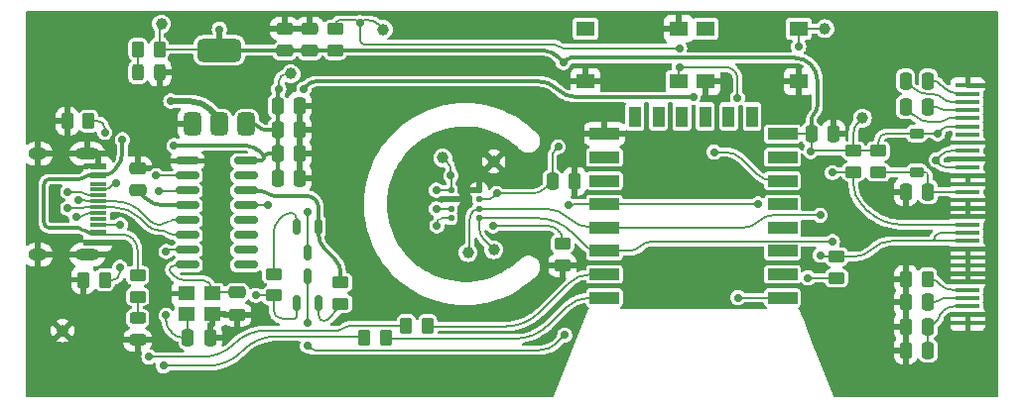
<source format=gbr>
%TF.GenerationSoftware,KiCad,Pcbnew,8.0.6*%
%TF.CreationDate,2024-10-17T21:48:28+02:00*%
%TF.ProjectId,weatherStationBoard,77656174-6865-4725-9374-6174696f6e42,rev?*%
%TF.SameCoordinates,Original*%
%TF.FileFunction,Copper,L1,Top*%
%TF.FilePolarity,Positive*%
%FSLAX46Y46*%
G04 Gerber Fmt 4.6, Leading zero omitted, Abs format (unit mm)*
G04 Created by KiCad (PCBNEW 8.0.6) date 2024-10-17 21:48:28*
%MOMM*%
%LPD*%
G01*
G04 APERTURE LIST*
G04 Aperture macros list*
%AMRoundRect*
0 Rectangle with rounded corners*
0 $1 Rounding radius*
0 $2 $3 $4 $5 $6 $7 $8 $9 X,Y pos of 4 corners*
0 Add a 4 corners polygon primitive as box body*
4,1,4,$2,$3,$4,$5,$6,$7,$8,$9,$2,$3,0*
0 Add four circle primitives for the rounded corners*
1,1,$1+$1,$2,$3*
1,1,$1+$1,$4,$5*
1,1,$1+$1,$6,$7*
1,1,$1+$1,$8,$9*
0 Add four rect primitives between the rounded corners*
20,1,$1+$1,$2,$3,$4,$5,0*
20,1,$1+$1,$4,$5,$6,$7,0*
20,1,$1+$1,$6,$7,$8,$9,0*
20,1,$1+$1,$8,$9,$2,$3,0*%
G04 Aperture macros list end*
%TA.AperFunction,SMDPad,CuDef*%
%ADD10R,1.450000X0.600000*%
%TD*%
%TA.AperFunction,SMDPad,CuDef*%
%ADD11R,1.450000X0.300000*%
%TD*%
%TA.AperFunction,ComponentPad*%
%ADD12O,2.100000X1.000000*%
%TD*%
%TA.AperFunction,ComponentPad*%
%ADD13O,1.600000X1.000000*%
%TD*%
%TA.AperFunction,SMDPad,CuDef*%
%ADD14RoundRect,0.250000X-0.250000X-0.475000X0.250000X-0.475000X0.250000X0.475000X-0.250000X0.475000X0*%
%TD*%
%TA.AperFunction,SMDPad,CuDef*%
%ADD15R,1.550000X1.300000*%
%TD*%
%TA.AperFunction,SMDPad,CuDef*%
%ADD16C,1.000000*%
%TD*%
%TA.AperFunction,SMDPad,CuDef*%
%ADD17RoundRect,0.150000X0.150000X-0.512500X0.150000X0.512500X-0.150000X0.512500X-0.150000X-0.512500X0*%
%TD*%
%TA.AperFunction,SMDPad,CuDef*%
%ADD18RoundRect,0.250000X-0.262500X-0.450000X0.262500X-0.450000X0.262500X0.450000X-0.262500X0.450000X0*%
%TD*%
%TA.AperFunction,SMDPad,CuDef*%
%ADD19RoundRect,0.250000X0.450000X-0.262500X0.450000X0.262500X-0.450000X0.262500X-0.450000X-0.262500X0*%
%TD*%
%TA.AperFunction,SMDPad,CuDef*%
%ADD20RoundRect,0.250000X-0.450000X0.262500X-0.450000X-0.262500X0.450000X-0.262500X0.450000X0.262500X0*%
%TD*%
%TA.AperFunction,SMDPad,CuDef*%
%ADD21RoundRect,0.250000X-0.475000X0.250000X-0.475000X-0.250000X0.475000X-0.250000X0.475000X0.250000X0*%
%TD*%
%TA.AperFunction,SMDPad,CuDef*%
%ADD22RoundRect,0.375000X0.375000X-0.625000X0.375000X0.625000X-0.375000X0.625000X-0.375000X-0.625000X0*%
%TD*%
%TA.AperFunction,SMDPad,CuDef*%
%ADD23RoundRect,0.500000X1.400000X-0.500000X1.400000X0.500000X-1.400000X0.500000X-1.400000X-0.500000X0*%
%TD*%
%TA.AperFunction,SMDPad,CuDef*%
%ADD24RoundRect,0.150000X-0.150000X0.512500X-0.150000X-0.512500X0.150000X-0.512500X0.150000X0.512500X0*%
%TD*%
%TA.AperFunction,SMDPad,CuDef*%
%ADD25RoundRect,0.243750X0.243750X0.456250X-0.243750X0.456250X-0.243750X-0.456250X0.243750X-0.456250X0*%
%TD*%
%TA.AperFunction,SMDPad,CuDef*%
%ADD26RoundRect,0.250000X0.250000X0.475000X-0.250000X0.475000X-0.250000X-0.475000X0.250000X-0.475000X0*%
%TD*%
%TA.AperFunction,SMDPad,CuDef*%
%ADD27RoundRect,0.250000X0.262500X0.450000X-0.262500X0.450000X-0.262500X-0.450000X0.262500X-0.450000X0*%
%TD*%
%TA.AperFunction,SMDPad,CuDef*%
%ADD28RoundRect,0.250000X0.475000X-0.250000X0.475000X0.250000X-0.475000X0.250000X-0.475000X-0.250000X0*%
%TD*%
%TA.AperFunction,SMDPad,CuDef*%
%ADD29R,2.500000X1.000000*%
%TD*%
%TA.AperFunction,SMDPad,CuDef*%
%ADD30R,1.000000X1.800000*%
%TD*%
%TA.AperFunction,SMDPad,CuDef*%
%ADD31R,2.000000X0.400000*%
%TD*%
%TA.AperFunction,SMDPad,CuDef*%
%ADD32RoundRect,0.243750X0.456250X-0.243750X0.456250X0.243750X-0.456250X0.243750X-0.456250X-0.243750X0*%
%TD*%
%TA.AperFunction,SMDPad,CuDef*%
%ADD33RoundRect,0.150000X-0.825000X-0.150000X0.825000X-0.150000X0.825000X0.150000X-0.825000X0.150000X0*%
%TD*%
%TA.AperFunction,SMDPad,CuDef*%
%ADD34R,1.400000X1.200000*%
%TD*%
%TA.AperFunction,SMDPad,CuDef*%
%ADD35RoundRect,0.125000X-0.137500X0.125000X-0.137500X-0.125000X0.137500X-0.125000X0.137500X0.125000X0*%
%TD*%
%TA.AperFunction,SMDPad,CuDef*%
%ADD36RoundRect,0.225000X-0.375000X0.225000X-0.375000X-0.225000X0.375000X-0.225000X0.375000X0.225000X0*%
%TD*%
%TA.AperFunction,ViaPad*%
%ADD37C,0.700000*%
%TD*%
%TA.AperFunction,Conductor*%
%ADD38C,0.200000*%
%TD*%
%TA.AperFunction,Conductor*%
%ADD39C,0.300000*%
%TD*%
%TA.AperFunction,Conductor*%
%ADD40C,0.500000*%
%TD*%
G04 APERTURE END LIST*
D10*
%TO.P,J1,A1,GND*%
%TO.N,GND*%
X153170000Y-110255000D03*
%TO.P,J1,A4,VBUS*%
%TO.N,5V*%
X153170000Y-111055000D03*
D11*
%TO.P,J1,A5,CC1*%
%TO.N,Net-(J1-CC1)*%
X153170000Y-112255000D03*
%TO.P,J1,A6,D+*%
%TO.N,/USB_D+*%
X153170000Y-113255000D03*
%TO.P,J1,A7,D-*%
%TO.N,/USB_D-*%
X153170000Y-113755000D03*
%TO.P,J1,A8,SBU1*%
%TO.N,unconnected-(J1-SBU1-PadA8)*%
X153170000Y-114755000D03*
D10*
%TO.P,J1,A9,VBUS*%
%TO.N,5V*%
X153170000Y-115955000D03*
%TO.P,J1,A12,GND*%
%TO.N,GND*%
X153170000Y-116755000D03*
%TO.P,J1,B1,GND*%
X153170000Y-116755000D03*
%TO.P,J1,B4,VBUS*%
%TO.N,5V*%
X153170000Y-115955000D03*
D11*
%TO.P,J1,B5,CC2*%
%TO.N,Net-(J1-CC2)*%
X153170000Y-115255000D03*
%TO.P,J1,B6,D+*%
%TO.N,/USB_D+*%
X153170000Y-114255000D03*
%TO.P,J1,B7,D-*%
%TO.N,/USB_D-*%
X153170000Y-112755000D03*
%TO.P,J1,B8,SBU2*%
%TO.N,unconnected-(J1-SBU2-PadB8)*%
X153170000Y-111755000D03*
D10*
%TO.P,J1,B9,VBUS*%
%TO.N,5V*%
X153170000Y-111055000D03*
%TO.P,J1,B12,GND*%
%TO.N,GND*%
X153170000Y-110255000D03*
D12*
%TO.P,J1,S1,SHIELD*%
X152255000Y-109185000D03*
D13*
X148075000Y-109185000D03*
D12*
X152255000Y-117825000D03*
D13*
X148075000Y-117825000D03*
%TD*%
D14*
%TO.P,C4,1*%
%TO.N,/XI*%
X160850000Y-124900000D03*
%TO.P,C4,2*%
%TO.N,GND*%
X162750000Y-124900000D03*
%TD*%
D15*
%TO.P,S2,1,1*%
%TO.N,GND*%
X212975000Y-103000000D03*
%TO.P,S2,2,2*%
X205025000Y-103000000D03*
%TO.P,S2,3,3*%
%TO.N,/GPIO0*%
X212975000Y-98500000D03*
%TO.P,S2,4,4*%
%TO.N,unconnected-(S2-Pad4)*%
X205025000Y-98500000D03*
%TD*%
D16*
%TO.P,TP1,1,1*%
%TO.N,5V*%
X169650000Y-102350000D03*
%TD*%
D17*
%TO.P,Q1,1,E*%
%TO.N,/DTR*%
X170100000Y-121975000D03*
%TO.P,Q1,2,B*%
%TO.N,Net-(Q1-B)*%
X172000000Y-121975000D03*
%TO.P,Q1,3,C*%
%TO.N,/GPIO0*%
X171050000Y-119700000D03*
%TD*%
D18*
%TO.P,R3,1*%
%TO.N,Net-(U2-RXD)*%
X175887500Y-124900000D03*
%TO.P,R3,2*%
%TO.N,/ESP TX*%
X177712500Y-124900000D03*
%TD*%
D19*
%TO.P,R11,1*%
%TO.N,Net-(D4-A)*%
X219775000Y-110762500D03*
%TO.P,R11,2*%
%TO.N,3V3*%
X219775000Y-108937500D03*
%TD*%
D20*
%TO.P,R12,1*%
%TO.N,3V3*%
X217650000Y-108927500D03*
%TO.P,R12,2*%
%TO.N,/I2C_SCL*%
X217650000Y-110752500D03*
%TD*%
D16*
%TO.P,TP10,1,1*%
%TO.N,GND*%
X186950000Y-109850000D03*
%TD*%
%TO.P,TP9,1,1*%
%TO.N,GND*%
X150150000Y-124300000D03*
%TD*%
D21*
%TO.P,C3,1*%
%TO.N,/XO*%
X165050000Y-121050000D03*
%TO.P,C3,2*%
%TO.N,GND*%
X165050000Y-122950000D03*
%TD*%
D20*
%TO.P,R10,1*%
%TO.N,/BME_SD0*%
X192800000Y-116887500D03*
%TO.P,R10,2*%
%TO.N,GND*%
X192800000Y-118712500D03*
%TD*%
D22*
%TO.P,U4,1,GND*%
%TO.N,GND*%
X161250000Y-106650000D03*
%TO.P,U4,2,VO*%
%TO.N,3V3*%
X163550000Y-106650000D03*
D23*
X163550000Y-100350000D03*
D22*
%TO.P,U4,3,VI*%
%TO.N,5V*%
X165850000Y-106650000D03*
%TD*%
D24*
%TO.P,Q2,1,E*%
%TO.N,/RTS*%
X172000000Y-115400000D03*
%TO.P,Q2,2,B*%
%TO.N,Net-(Q2-B)*%
X170100000Y-115400000D03*
%TO.P,Q2,3,C*%
%TO.N,/nRST*%
X171050000Y-117675000D03*
%TD*%
D16*
%TO.P,TP2,1,1*%
%TO.N,3V3*%
X182600000Y-109550000D03*
%TD*%
%TO.P,TP8,1,1*%
%TO.N,3V3*%
X218400000Y-106150000D03*
%TD*%
D25*
%TO.P,D1,1,K*%
%TO.N,GND*%
X158437500Y-102250000D03*
%TO.P,D1,2,A*%
%TO.N,Net-(D1-A)*%
X156562500Y-102250000D03*
%TD*%
D14*
%TO.P,C6,1*%
%TO.N,5V*%
X168500000Y-107150000D03*
%TO.P,C6,2*%
%TO.N,GND*%
X170400000Y-107150000D03*
%TD*%
%TO.P,C2,1*%
%TO.N,5V*%
X168500000Y-111250000D03*
%TO.P,C2,2*%
%TO.N,GND*%
X170400000Y-111250000D03*
%TD*%
D26*
%TO.P,C18,1*%
%TO.N,Net-(J3-Pin_28)*%
X224000000Y-123950000D03*
%TO.P,C18,2*%
%TO.N,GND*%
X222100000Y-123950000D03*
%TD*%
D19*
%TO.P,R5,1*%
%TO.N,Net-(Q1-B)*%
X173900000Y-122012500D03*
%TO.P,R5,2*%
%TO.N,/RTS*%
X173900000Y-120187500D03*
%TD*%
D27*
%TO.P,R8,1*%
%TO.N,Net-(J1-CC2)*%
X153762500Y-119970000D03*
%TO.P,R8,2*%
%TO.N,GND*%
X151937500Y-119970000D03*
%TD*%
D14*
%TO.P,C5,1*%
%TO.N,3V3*%
X214050000Y-107500000D03*
%TO.P,C5,2*%
%TO.N,GND*%
X215950000Y-107500000D03*
%TD*%
D16*
%TO.P,TP7,1,1*%
%TO.N,3V3*%
X158600000Y-98100000D03*
%TD*%
D28*
%TO.P,C9,1*%
%TO.N,3V3*%
X171250000Y-100400000D03*
%TO.P,C9,2*%
%TO.N,GND*%
X171250000Y-98500000D03*
%TD*%
D16*
%TO.P,TP3,1,1*%
%TO.N,/I2C_SDA*%
X184750000Y-117650000D03*
%TD*%
D18*
%TO.P,R14,1*%
%TO.N,GND*%
X222137500Y-119900000D03*
%TO.P,R14,2*%
%TO.N,Net-(J3-Pin_26)*%
X223962500Y-119900000D03*
%TD*%
%TO.P,R2,1*%
%TO.N,Net-(U2-TXD)*%
X179487500Y-123900000D03*
%TO.P,R2,2*%
%TO.N,/ESP RX*%
X181312500Y-123900000D03*
%TD*%
D29*
%TO.P,U1,1,~{RST}*%
%TO.N,/nRST*%
X211600000Y-121500000D03*
%TO.P,U1,2,ADC*%
%TO.N,unconnected-(U1-ADC-Pad2)*%
X211600000Y-119500000D03*
%TO.P,U1,3,EN*%
%TO.N,unconnected-(U1-EN-Pad3)*%
X211600000Y-117500000D03*
%TO.P,U1,4,GPIO16*%
%TO.N,unconnected-(U1-GPIO16-Pad4)*%
X211600000Y-115500000D03*
%TO.P,U1,5,GPIO14*%
%TO.N,unconnected-(U1-GPIO14-Pad5)*%
X211600000Y-113500000D03*
%TO.P,U1,6,GPIO12*%
%TO.N,/IO12*%
X211600000Y-111500000D03*
%TO.P,U1,7,GPIO13*%
%TO.N,unconnected-(U1-GPIO13-Pad7)*%
X211600000Y-109500000D03*
%TO.P,U1,8,VCC*%
%TO.N,3V3*%
X211600000Y-107500000D03*
D30*
%TO.P,U1,9,CS0*%
%TO.N,unconnected-(U1-CS0-Pad9)*%
X209000000Y-106000000D03*
%TO.P,U1,10,MISO*%
%TO.N,unconnected-(U1-MISO-Pad10)*%
X207000000Y-106000000D03*
%TO.P,U1,11,GPIO9*%
%TO.N,unconnected-(U1-GPIO9-Pad11)*%
X205000000Y-106000000D03*
%TO.P,U1,12,GPIO10*%
%TO.N,unconnected-(U1-GPIO10-Pad12)*%
X203000000Y-106000000D03*
%TO.P,U1,13,MOSI*%
%TO.N,unconnected-(U1-MOSI-Pad13)*%
X201000000Y-106000000D03*
%TO.P,U1,14,SCLK*%
%TO.N,unconnected-(U1-SCLK-Pad14)*%
X199000000Y-106000000D03*
D29*
%TO.P,U1,15,GND*%
%TO.N,GND*%
X196400000Y-107500000D03*
%TO.P,U1,16,GPIO15*%
%TO.N,unconnected-(U1-GPIO15-Pad16)*%
X196400000Y-109500000D03*
%TO.P,U1,17,GPIO2*%
%TO.N,unconnected-(U1-GPIO2-Pad17)*%
X196400000Y-111500000D03*
%TO.P,U1,18,GPIO0*%
%TO.N,/GPIO0*%
X196400000Y-113500000D03*
%TO.P,U1,19,GPIO4*%
%TO.N,/I2C_SDA*%
X196400000Y-115500000D03*
%TO.P,U1,20,GPIO5*%
%TO.N,/I2C_SCL*%
X196400000Y-117500000D03*
%TO.P,U1,21,GPIO3/RXD*%
%TO.N,/ESP RX*%
X196400000Y-119500000D03*
%TO.P,U1,22,GPIO1/TXD*%
%TO.N,/ESP TX*%
X196400000Y-121500000D03*
%TD*%
D14*
%TO.P,C1,1*%
%TO.N,5V*%
X168500000Y-109200000D03*
%TO.P,C1,2*%
%TO.N,GND*%
X170400000Y-109200000D03*
%TD*%
D26*
%TO.P,C14,1*%
%TO.N,Net-(D4-A)*%
X224000000Y-112450000D03*
%TO.P,C14,2*%
%TO.N,GND*%
X222100000Y-112450000D03*
%TD*%
D31*
%TO.P,J3,1,Pin_1*%
%TO.N,GND*%
X227400000Y-103350000D03*
%TO.P,J3,2,Pin_2*%
%TO.N,Net-(J3-Pin_2)*%
X227400000Y-104050000D03*
%TO.P,J3,3,Pin_3*%
%TO.N,Net-(J3-Pin_3)*%
X227400000Y-104750000D03*
%TO.P,J3,4,Pin_4*%
%TO.N,Net-(J3-Pin_4)*%
X227400000Y-105450000D03*
%TO.P,J3,5,Pin_5*%
%TO.N,Net-(J3-Pin_5)*%
X227400000Y-106150000D03*
%TO.P,J3,6,Pin_6*%
%TO.N,3V3*%
X227400000Y-106850000D03*
%TO.P,J3,7,Pin_7*%
%TO.N,unconnected-(J3-Pin_7-Pad7)*%
X227400000Y-107550000D03*
%TO.P,J3,8,Pin_8*%
%TO.N,GND*%
X227400000Y-108250000D03*
%TO.P,J3,9,Pin_9*%
%TO.N,3V3*%
X227400000Y-108950000D03*
%TO.P,J3,10,Pin_10*%
%TO.N,GND*%
X227400000Y-109650000D03*
%TO.P,J3,11,Pin_11*%
%TO.N,3V3*%
X227400000Y-110350000D03*
%TO.P,J3,12,Pin_12*%
%TO.N,GND*%
X227400000Y-111050000D03*
%TO.P,J3,13,Pin_13*%
X227400000Y-111800000D03*
%TO.P,J3,14,Pin_14*%
%TO.N,Net-(D4-A)*%
X227400000Y-112450000D03*
%TO.P,J3,15,Pin_15*%
%TO.N,GND*%
X227400000Y-113150000D03*
%TO.P,J3,16,Pin_16*%
X227400000Y-113850000D03*
%TO.P,J3,17,Pin_17*%
X227400000Y-114550000D03*
%TO.P,J3,18,Pin_18*%
%TO.N,/I2C_SCL*%
X227400000Y-115250000D03*
%TO.P,J3,19,Pin_19*%
%TO.N,/I2C_SDA*%
X227400000Y-115950000D03*
%TO.P,J3,20,Pin_20*%
X227400000Y-116650000D03*
%TO.P,J3,21,Pin_21*%
%TO.N,GND*%
X227400000Y-117350000D03*
%TO.P,J3,22,Pin_22*%
X227400000Y-118050000D03*
%TO.P,J3,23,Pin_23*%
X227400000Y-118750000D03*
%TO.P,J3,24,Pin_24*%
X227400000Y-119450000D03*
%TO.P,J3,25,Pin_25*%
X227400000Y-120150000D03*
%TO.P,J3,26,Pin_26*%
%TO.N,Net-(J3-Pin_26)*%
X227400000Y-120850000D03*
%TO.P,J3,27,Pin_27*%
%TO.N,Net-(J3-Pin_27)*%
X227400000Y-121550000D03*
%TO.P,J3,28,Pin_28*%
%TO.N,Net-(J3-Pin_28)*%
X227400000Y-122250000D03*
%TO.P,J3,29,Pin_29*%
%TO.N,GND*%
X227400000Y-122950000D03*
%TO.P,J3,30,Pin_30*%
X227400000Y-123650000D03*
%TD*%
D32*
%TO.P,D2,1,K*%
%TO.N,GND*%
X156550000Y-125125000D03*
%TO.P,D2,2,A*%
%TO.N,Net-(D2-A)*%
X156550000Y-123250000D03*
%TD*%
D27*
%TO.P,R6,1*%
%TO.N,Net-(J1-CC1)*%
X152390000Y-106410000D03*
%TO.P,R6,2*%
%TO.N,GND*%
X150565000Y-106410000D03*
%TD*%
D14*
%TO.P,C12,1*%
%TO.N,3V3*%
X191950000Y-111550000D03*
%TO.P,C12,2*%
%TO.N,GND*%
X193850000Y-111550000D03*
%TD*%
D28*
%TO.P,C10,1*%
%TO.N,Net-(U2-V3)*%
X156560000Y-112330000D03*
%TO.P,C10,2*%
%TO.N,GND*%
X156560000Y-110430000D03*
%TD*%
D14*
%TO.P,C7,1*%
%TO.N,5V*%
X168500000Y-105100000D03*
%TO.P,C7,2*%
%TO.N,GND*%
X170400000Y-105100000D03*
%TD*%
D16*
%TO.P,TP5,1,1*%
%TO.N,/GPIO0*%
X215200000Y-98500000D03*
%TD*%
D33*
%TO.P,U2,1,GND*%
%TO.N,GND*%
X160825000Y-109805000D03*
%TO.P,U2,2,TXD*%
%TO.N,Net-(U2-TXD)*%
X160825000Y-111075000D03*
%TO.P,U2,3,RXD*%
%TO.N,Net-(U2-RXD)*%
X160825000Y-112345000D03*
%TO.P,U2,4,V3*%
%TO.N,Net-(U2-V3)*%
X160825000Y-113615000D03*
%TO.P,U2,5,UD+*%
%TO.N,/USB_D+*%
X160825000Y-114885000D03*
%TO.P,U2,6,UD-*%
%TO.N,/USB_D-*%
X160825000Y-116155000D03*
%TO.P,U2,7,XI*%
%TO.N,/XI*%
X160825000Y-117425000D03*
%TO.P,U2,8,XO*%
%TO.N,/XO*%
X160825000Y-118695000D03*
%TO.P,U2,9,~{CTS}*%
%TO.N,unconnected-(U2-~{CTS}-Pad9)*%
X165775000Y-118695000D03*
%TO.P,U2,10,~{DSR}*%
%TO.N,unconnected-(U2-~{DSR}-Pad10)*%
X165775000Y-117425000D03*
%TO.P,U2,11,~{RI}*%
%TO.N,unconnected-(U2-~{RI}-Pad11)*%
X165775000Y-116155000D03*
%TO.P,U2,12,~{DCD}*%
%TO.N,unconnected-(U2-~{DCD}-Pad12)*%
X165775000Y-114885000D03*
%TO.P,U2,13,~{DTR}*%
%TO.N,/DTR*%
X165775000Y-113615000D03*
%TO.P,U2,14,~{RTS}*%
%TO.N,/RTS*%
X165775000Y-112345000D03*
%TO.P,U2,15,R232*%
%TO.N,unconnected-(U2-R232-Pad15)*%
X165775000Y-111075000D03*
%TO.P,U2,16,VCC*%
%TO.N,5V*%
X165775000Y-109805000D03*
%TD*%
D20*
%TO.P,R13,1*%
%TO.N,/I2C_SDA*%
X216200000Y-117987500D03*
%TO.P,R13,2*%
%TO.N,3V3*%
X216200000Y-119812500D03*
%TD*%
D34*
%TO.P,Y1,1,1*%
%TO.N,/XO*%
X162900000Y-121150000D03*
%TO.P,Y1,2,2*%
%TO.N,GND*%
X160700000Y-121150000D03*
%TO.P,Y1,3,3*%
%TO.N,/XI*%
X160700000Y-122850000D03*
%TO.P,Y1,4,4*%
%TO.N,GND*%
X162900000Y-122850000D03*
%TD*%
D35*
%TO.P,U3,1,GND*%
%TO.N,GND*%
X185687500Y-112300000D03*
%TO.P,U3,2,CSB*%
%TO.N,3V3*%
X185687500Y-113100000D03*
%TO.P,U3,3,SDI*%
%TO.N,/I2C_SDA*%
X185687500Y-113900000D03*
%TO.P,U3,4,SCK*%
%TO.N,/I2C_SCL*%
X185687500Y-114700000D03*
%TO.P,U3,5,SDO*%
%TO.N,/BME_SD0*%
X183312500Y-114700000D03*
%TO.P,U3,6,VDDIO*%
%TO.N,3V3*%
X183312500Y-113900000D03*
%TO.P,U3,7,GND*%
%TO.N,GND*%
X183312500Y-113100000D03*
%TO.P,U3,8,VDD*%
%TO.N,3V3*%
X183312500Y-112300000D03*
%TD*%
D28*
%TO.P,C8,1*%
%TO.N,3V3*%
X169100000Y-100400000D03*
%TO.P,C8,2*%
%TO.N,GND*%
X169100000Y-98500000D03*
%TD*%
D20*
%TO.P,R9,1*%
%TO.N,Net-(Q2-B)*%
X168150000Y-119487500D03*
%TO.P,R9,2*%
%TO.N,/DTR*%
X168150000Y-121312500D03*
%TD*%
D26*
%TO.P,C17,1*%
%TO.N,Net-(J3-Pin_28)*%
X224000000Y-126000000D03*
%TO.P,C17,2*%
%TO.N,GND*%
X222100000Y-126000000D03*
%TD*%
D36*
%TO.P,D4,1,K*%
%TO.N,3V3*%
X223050000Y-107450000D03*
%TO.P,D4,2,A*%
%TO.N,Net-(D4-A)*%
X223050000Y-110750000D03*
%TD*%
D26*
%TO.P,C16,1*%
%TO.N,Net-(J3-Pin_27)*%
X224000000Y-121900000D03*
%TO.P,C16,2*%
%TO.N,GND*%
X222100000Y-121900000D03*
%TD*%
D20*
%TO.P,R7,1*%
%TO.N,/nRST*%
X173400000Y-98537500D03*
%TO.P,R7,2*%
%TO.N,3V3*%
X173400000Y-100362500D03*
%TD*%
D16*
%TO.P,TP4,1,1*%
%TO.N,/I2C_SCL*%
X186950000Y-117400000D03*
%TD*%
D26*
%TO.P,C13,1*%
%TO.N,Net-(J3-Pin_4)*%
X224000000Y-105200000D03*
%TO.P,C13,2*%
%TO.N,Net-(J3-Pin_5)*%
X222100000Y-105200000D03*
%TD*%
D27*
%TO.P,R4,1*%
%TO.N,3V3*%
X158412500Y-100250000D03*
%TO.P,R4,2*%
%TO.N,Net-(D1-A)*%
X156587500Y-100250000D03*
%TD*%
D16*
%TO.P,TP6,1,1*%
%TO.N,/nRST*%
X177520000Y-98550000D03*
%TD*%
D26*
%TO.P,C15,1*%
%TO.N,Net-(J3-Pin_2)*%
X224000000Y-102950000D03*
%TO.P,C15,2*%
%TO.N,Net-(J3-Pin_3)*%
X222100000Y-102950000D03*
%TD*%
D20*
%TO.P,R1,1*%
%TO.N,5V*%
X156550000Y-119587500D03*
%TO.P,R1,2*%
%TO.N,Net-(D2-A)*%
X156550000Y-121412500D03*
%TD*%
D15*
%TO.P,S1,1,1*%
%TO.N,/nRST*%
X202725000Y-103000000D03*
%TO.P,S1,2,2*%
%TO.N,GND*%
X194775000Y-103000000D03*
%TO.P,S1,3,3*%
X202725000Y-98500000D03*
%TO.P,S1,4,4*%
%TO.N,unconnected-(S1-Pad4)*%
X194775000Y-98500000D03*
%TD*%
D37*
%TO.N,GND*%
X148000000Y-124000000D03*
X167000000Y-98000000D03*
X182000000Y-102000000D03*
X182000000Y-127000000D03*
X174000000Y-111000000D03*
X221000000Y-118000000D03*
X174000000Y-129000000D03*
X168000000Y-127000000D03*
X220000000Y-103000000D03*
X176000000Y-119000000D03*
X149000000Y-104000000D03*
X150000000Y-120000000D03*
X175000000Y-118000000D03*
X167000000Y-122900000D03*
X159000000Y-125000000D03*
X224000000Y-118000000D03*
X180000000Y-127000000D03*
X154000000Y-129000000D03*
X199000000Y-121000000D03*
X199000000Y-109000000D03*
X191000000Y-105000000D03*
X176000000Y-129000000D03*
X184000000Y-127000000D03*
X163000000Y-112000000D03*
X182000000Y-129000000D03*
X168000000Y-129000000D03*
X184000000Y-102000000D03*
X157000000Y-104000000D03*
X174000000Y-105000000D03*
X170000000Y-127000000D03*
X193000000Y-98000000D03*
X174000000Y-127000000D03*
X176000000Y-107000000D03*
X220000000Y-101000000D03*
X177000000Y-122000000D03*
X186000000Y-127000000D03*
X186000000Y-129000000D03*
X229000000Y-125000000D03*
X166000000Y-129000000D03*
X172000000Y-129000000D03*
X170000000Y-129000000D03*
X176000000Y-105000000D03*
X188000000Y-102000000D03*
X149450000Y-112150000D03*
X180000000Y-129000000D03*
X162000000Y-129000000D03*
X183000000Y-119000000D03*
X223000000Y-98000000D03*
X151000000Y-102000000D03*
X180000000Y-102000000D03*
X194000000Y-108000000D03*
X163000000Y-118000000D03*
X225000000Y-129000000D03*
X225000000Y-114000000D03*
X155000000Y-104000000D03*
X172000000Y-127000000D03*
X184000000Y-129000000D03*
X201000000Y-121000000D03*
X190000000Y-129000000D03*
X190000000Y-102000000D03*
X148000000Y-122000000D03*
X187000000Y-123000000D03*
X215000000Y-110000000D03*
X153000000Y-98000000D03*
X217000000Y-127000000D03*
X201000000Y-109000000D03*
X150000000Y-122000000D03*
X205000000Y-121000000D03*
X203000000Y-121000000D03*
X188000000Y-127000000D03*
X218000000Y-116000000D03*
X199000000Y-111000000D03*
X158000000Y-129000000D03*
X163000000Y-114000000D03*
X174000000Y-107000000D03*
X218000000Y-101000000D03*
X174000000Y-113000000D03*
X180000000Y-105000000D03*
X152000000Y-124000000D03*
X153000000Y-100000000D03*
X216000000Y-101000000D03*
X157000000Y-106000000D03*
X163000000Y-116000000D03*
X176000000Y-109000000D03*
X166000000Y-127000000D03*
X164000000Y-119850000D03*
X225000000Y-101000000D03*
X176000000Y-102000000D03*
X153000000Y-102000000D03*
X156000000Y-127000000D03*
X189000000Y-123000000D03*
X184000000Y-98000000D03*
X151000000Y-104000000D03*
X216000000Y-103000000D03*
X149450000Y-114650000D03*
X152000000Y-127000000D03*
X174000000Y-109000000D03*
X218000000Y-103000000D03*
X188000000Y-129000000D03*
X221000000Y-114000000D03*
X148000000Y-120000000D03*
X222000000Y-129000000D03*
X229000000Y-102000000D03*
X178000000Y-129000000D03*
X164000000Y-129000000D03*
X153000000Y-104000000D03*
X152000000Y-129000000D03*
X160000000Y-129000000D03*
X194000000Y-106000000D03*
X225000000Y-98000000D03*
X219000000Y-129000000D03*
X191000000Y-121000000D03*
X190000000Y-127000000D03*
X186000000Y-102000000D03*
X156000000Y-129000000D03*
X174000000Y-115000000D03*
X155000000Y-106000000D03*
X180000000Y-114000000D03*
X199000000Y-119000000D03*
X178000000Y-105000000D03*
X159000000Y-106000000D03*
X178000000Y-102000000D03*
X149000000Y-102000000D03*
X154000000Y-127000000D03*
%TO.N,/DTR*%
X166650000Y-121300000D03*
X167650000Y-113615000D03*
%TO.N,5V*%
X159670000Y-108500000D03*
X155260000Y-108000000D03*
X170750000Y-103650000D03*
X203960000Y-104350000D03*
X168600000Y-103650000D03*
%TO.N,/XI*%
X159000735Y-123000000D03*
X159000000Y-117550000D03*
%TO.N,3V3*%
X187200000Y-112600000D03*
X213750000Y-119800000D03*
X183300000Y-111050000D03*
X159390000Y-104690000D03*
X192875000Y-101375000D03*
X192450000Y-108600000D03*
X182050000Y-113900000D03*
X163550000Y-98550000D03*
X182050000Y-112300000D03*
X224700000Y-109725000D03*
X214000000Y-109000000D03*
X224825000Y-107475000D03*
%TO.N,/GPIO0*%
X212960000Y-100030000D03*
X193300000Y-113600000D03*
X171050000Y-125600000D03*
X209500000Y-113500000D03*
X193000000Y-124700000D03*
X171050000Y-123650000D03*
%TO.N,/nRST*%
X202800000Y-101800000D03*
X175550000Y-98000000D03*
X207800000Y-121500000D03*
X207750000Y-104420000D03*
X202800000Y-100200000D03*
X171050000Y-114150000D03*
%TO.N,Net-(U2-TXD)*%
X157532320Y-126554244D03*
X158150000Y-111075000D03*
%TO.N,Net-(U2-RXD)*%
X158330000Y-112350000D03*
X158750000Y-127325000D03*
%TO.N,/BME_SD0*%
X186900000Y-115350000D03*
X182100000Y-115350000D03*
%TO.N,/I2C_SCL*%
X215850000Y-116700000D03*
X215850000Y-110800000D03*
%TO.N,/IO12*%
X205750000Y-109050000D03*
%TO.N,Net-(J1-CC1)*%
X154740000Y-111700000D03*
X153754509Y-107373869D03*
%TO.N,Net-(J1-CC2)*%
X155050000Y-118920000D03*
X155100000Y-115275000D03*
%TO.N,/USB_D+*%
X151500000Y-113155000D03*
X151300000Y-114550000D03*
%TO.N,/USB_D-*%
X150600000Y-113850000D03*
X150600000Y-112450000D03*
%TO.N,/I2C_SDA*%
X214800000Y-114450000D03*
X214800000Y-117860000D03*
%TD*%
D38*
%TO.N,Net-(J3-Pin_26)*%
X225025000Y-120375000D02*
G75*
G03*
X226171751Y-120850020I1146800J1146800D01*
G01*
X224757712Y-120107712D02*
G75*
G03*
X224256250Y-119900043I-501412J-501488D01*
G01*
%TO.N,Net-(J3-Pin_2)*%
X225015165Y-103215165D02*
G75*
G03*
X224375000Y-102949991I-640165J-640135D01*
G01*
X225301992Y-103501992D02*
G75*
G03*
X226625000Y-104050005I1323008J1322992D01*
G01*
%TO.N,Net-(J3-Pin_4)*%
X225025000Y-105325000D02*
G75*
G03*
X224723223Y-105199990I-301800J-301800D01*
G01*
X225025000Y-105325000D02*
G75*
G03*
X225326776Y-105450010I301800J301800D01*
G01*
%TO.N,Net-(J3-Pin_5)*%
X225409314Y-106325000D02*
G75*
G02*
X224986826Y-106500015I-422514J422500D01*
G01*
X225831801Y-106150000D02*
G75*
G03*
X225409311Y-106324997I-1J-597500D01*
G01*
X222751472Y-105851472D02*
G75*
G03*
X224317157Y-106500034I1565728J1565672D01*
G01*
%TO.N,Net-(J3-Pin_3)*%
X225209315Y-104425000D02*
G75*
G03*
X225993934Y-104749981I784585J784600D01*
G01*
X225209315Y-104425000D02*
G75*
G03*
X224424695Y-104099997I-784615J-784600D01*
G01*
X222675000Y-103525000D02*
G75*
G03*
X224063172Y-104100011I1388200J1388200D01*
G01*
%TO.N,Net-(J3-Pin_28)*%
X224406065Y-123843933D02*
G75*
G02*
X224150000Y-123950008I-256065J256033D01*
G01*
X226203552Y-122250000D02*
G75*
G03*
X225317142Y-122617142I-52J-1253500D01*
G01*
X224150000Y-123950000D02*
G75*
G03*
X224000000Y-124100000I0J-150000D01*
G01*
X225061611Y-122872702D02*
G75*
G03*
X224949979Y-123142157I269489J-269498D01*
G01*
X224950000Y-123142157D02*
G75*
G02*
X224838417Y-123411640I-381100J-43D01*
G01*
%TO.N,Net-(J3-Pin_27)*%
X224925000Y-121725000D02*
G75*
G02*
X224502512Y-121900005I-422500J422500D01*
G01*
X225347487Y-121550000D02*
G75*
G03*
X224925004Y-121725004I13J-597500D01*
G01*
%TO.N,Net-(D4-A)*%
X223900000Y-110850000D02*
G75*
G03*
X223658578Y-110750009I-241400J-241400D01*
G01*
X223900000Y-110850000D02*
G75*
G02*
X223999991Y-111091421I-241400J-241400D01*
G01*
X223043750Y-110756250D02*
G75*
G02*
X223028661Y-110762484I-15050J15050D01*
G01*
X223058838Y-110750000D02*
G75*
G03*
X223043739Y-110756239I-38J-21300D01*
G01*
%TO.N,/I2C_SDA*%
X185162500Y-114162500D02*
G75*
G03*
X184900013Y-114796232I633700J-633700D01*
G01*
X220895755Y-116650000D02*
G75*
G03*
X219281284Y-117318784I45J-2283200D01*
G01*
X225090416Y-115950000D02*
G75*
G03*
X224679995Y-116119995I-16J-580400D01*
G01*
X193354504Y-114704504D02*
G75*
G03*
X195275000Y-115499997I1920496J1920504D01*
G01*
X209525000Y-114975000D02*
G75*
G02*
X208257537Y-115500016I-1267500J1267500D01*
G01*
X224637279Y-116162720D02*
G75*
G03*
X224510011Y-116470000I307321J-307280D01*
G01*
X214863750Y-117923750D02*
G75*
G03*
X215017656Y-117987518I153950J153950D01*
G01*
X210792462Y-114450000D02*
G75*
G03*
X209525011Y-114975011I38J-1792500D01*
G01*
X224330000Y-116650000D02*
G75*
G03*
X224510000Y-116470000I0J180000D01*
G01*
X224510000Y-116470000D02*
G75*
G03*
X224690000Y-116650000I180000J0D01*
G01*
X185556250Y-113900000D02*
G75*
G03*
X185332161Y-113992775I-50J-316900D01*
G01*
X193350000Y-114700000D02*
G75*
G03*
X191418629Y-113899988I-1931400J-1931400D01*
G01*
X219281250Y-117318750D02*
G75*
G02*
X217666744Y-117987519I-1614550J1614550D01*
G01*
X184900000Y-117393933D02*
G75*
G02*
X184824990Y-117574990I-256100J33D01*
G01*
X185818749Y-113900000D02*
X185556250Y-113900000D01*
X224690000Y-116650000D02*
X224330000Y-116650000D01*
%TO.N,/USB_D-*%
X156779656Y-114697856D02*
G75*
G03*
X154503400Y-113754996I-2276256J-2276244D01*
G01*
X152052500Y-112602500D02*
G75*
G03*
X152420667Y-112755013I368200J368200D01*
G01*
X152052500Y-112602500D02*
G75*
G03*
X151684332Y-112449987I-368200J-368200D01*
G01*
X159157499Y-115950000D02*
G75*
G03*
X158662585Y-115745006I-494899J-494900D01*
G01*
X159157499Y-115950000D02*
G75*
G03*
X159652412Y-116154995I494901J494900D01*
G01*
X152112175Y-113755000D02*
G75*
G03*
X151997507Y-113802507I25J-162200D01*
G01*
X151997500Y-113802500D02*
G75*
G02*
X151882824Y-113850010I-114700J114700D01*
G01*
X157428805Y-115347005D02*
G75*
G03*
X158389649Y-115745047I960895J960805D01*
G01*
%TO.N,/USB_D+*%
X160767500Y-114942500D02*
G75*
G03*
X160743682Y-114885042I-23800J23800D01*
G01*
X151325000Y-114575000D02*
G75*
G03*
X151385355Y-114600018I60400J60400D01*
G01*
X156964280Y-114246080D02*
G75*
G03*
X154571600Y-113255011I-2392680J-2392720D01*
G01*
X152022500Y-114427500D02*
G75*
G02*
X151606048Y-114600020I-416500J416500D01*
G01*
X157708256Y-114990056D02*
G75*
G03*
X158384100Y-115269996I675844J675856D01*
G01*
X158972500Y-115077500D02*
G75*
G02*
X158507763Y-115269985I-464700J464700D01*
G01*
X159437236Y-114885000D02*
G75*
G03*
X158972489Y-115077489I-36J-657200D01*
G01*
X152086814Y-113202500D02*
G75*
G03*
X151960067Y-113150009I-126714J-126700D01*
G01*
X152438951Y-114255000D02*
G75*
G03*
X152022485Y-114427485I-51J-588900D01*
G01*
X151508535Y-113150000D02*
G75*
G03*
X151502490Y-113152490I-35J-8500D01*
G01*
X152086814Y-113202500D02*
G75*
G03*
X152213560Y-113255012I126786J126800D01*
G01*
%TO.N,Net-(J1-CC2)*%
X155050000Y-119337157D02*
G75*
G02*
X154850033Y-119820033I-682900J-43D01*
G01*
X154850000Y-119820000D02*
G75*
G02*
X154367157Y-120019953I-482800J482900D01*
G01*
X154977500Y-115277500D02*
G75*
G03*
X154923180Y-115255008I-54300J-54300D01*
G01*
X153180606Y-115255000D02*
G75*
G03*
X153177489Y-115262511I-6J-4400D01*
G01*
X153177500Y-115262500D02*
G75*
G03*
X153195606Y-115269997I18100J18100D01*
G01*
%TO.N,Net-(J1-CC1)*%
X154227989Y-112072009D02*
G75*
G02*
X153750000Y-112269993I-477989J478009D01*
G01*
X153591004Y-106573504D02*
G75*
G02*
X153754490Y-106968239I-394704J-394696D01*
G01*
X154670000Y-111700000D02*
G75*
G03*
X154550501Y-111749496I0J-169000D01*
G01*
X153591004Y-106573504D02*
G75*
G03*
X153196269Y-106410010I-394704J-394696D01*
G01*
%TO.N,/IO12*%
X209434314Y-110934314D02*
G75*
G03*
X210800000Y-111499991I1365686J1365714D01*
G01*
X208186396Y-109686396D02*
G75*
G03*
X206650000Y-109050002I-1536396J-1536404D01*
G01*
%TO.N,/I2C_SCL*%
X185687500Y-115418750D02*
G75*
G03*
X186195710Y-116645754I1735200J-50D01*
G01*
X218854655Y-114054655D02*
G75*
G03*
X221740472Y-115250008I2885845J2885855D01*
G01*
X215931087Y-110752500D02*
G75*
G03*
X215873754Y-110776254I13J-81100D01*
G01*
X193595344Y-115895344D02*
G75*
G03*
X190709527Y-114699992I-2885844J-2885856D01*
G01*
X217650000Y-111801250D02*
G75*
G03*
X218391554Y-113591602I2531900J-50D01*
G01*
X194775735Y-117075735D02*
G75*
G03*
X195800000Y-117500008I1024265J1024235D01*
G01*
X199462500Y-117100000D02*
G75*
G02*
X198496814Y-117500006I-965700J965700D01*
G01*
X200428185Y-116700000D02*
G75*
G03*
X199462504Y-117100004I15J-1365700D01*
G01*
X197000000Y-117500000D02*
X195800000Y-117500000D01*
%TO.N,/BME_SD0*%
X182225000Y-114825000D02*
G75*
G03*
X182099990Y-115126776I301800J-301800D01*
G01*
X192521576Y-115821576D02*
G75*
G02*
X192800034Y-116493750I-672176J-672224D01*
G01*
X182526776Y-114700000D02*
G75*
G03*
X182225007Y-114825007I24J-426800D01*
G01*
X192425000Y-115725000D02*
G75*
G03*
X191519669Y-115350012I-905300J-905300D01*
G01*
%TO.N,Net-(U2-RXD)*%
X160822500Y-112347500D02*
G75*
G02*
X160816464Y-112349985I-6000J6000D01*
G01*
X168440472Y-124800000D02*
G75*
G03*
X165554661Y-125995351I28J-4081200D01*
G01*
X165420344Y-126129655D02*
G75*
G02*
X162534527Y-127325008I-2885844J2885855D01*
G01*
X175837500Y-124850000D02*
G75*
G03*
X175716789Y-124800004I-120700J-120700D01*
G01*
%TO.N,/ESP TX*%
X195175000Y-121500000D02*
G75*
G03*
X193083797Y-122366208I0J-2957400D01*
G01*
X191645344Y-123804655D02*
G75*
G02*
X188759527Y-125000008I-2885844J2885855D01*
G01*
X177762500Y-124950000D02*
G75*
G03*
X177883210Y-124999996I120700J120700D01*
G01*
%TO.N,Net-(U2-TXD)*%
X167543991Y-124300000D02*
G75*
G03*
X164822890Y-125427134I9J-3848200D01*
G01*
X174632842Y-123900000D02*
G75*
G03*
X174149987Y-124099987I-42J-682800D01*
G01*
X164822878Y-125427122D02*
G75*
G02*
X162101764Y-126554217I-2721078J2721122D01*
G01*
X174150000Y-124100000D02*
G75*
G02*
X173667157Y-124299953I-482800J482900D01*
G01*
%TO.N,/ESP RX*%
X190845344Y-122754655D02*
G75*
G02*
X187959527Y-123950008I-2885844J2885855D01*
G01*
X181337500Y-123925000D02*
G75*
G03*
X181397855Y-123950018I60400J60400D01*
G01*
X195250000Y-119500000D02*
G75*
G03*
X193286837Y-120313182I0J-2776300D01*
G01*
D39*
%TO.N,/RTS*%
X167625000Y-112575000D02*
G75*
G03*
X168168198Y-112800001I543200J543200D01*
G01*
X173374089Y-118174089D02*
G75*
G02*
X173900027Y-119443750I-1269689J-1269711D01*
G01*
X171700000Y-113100000D02*
G75*
G03*
X170975735Y-112799985I-724300J-724300D01*
G01*
X171700000Y-113100000D02*
G75*
G02*
X172000015Y-113824264I-724300J-724300D01*
G01*
X165777500Y-112347500D02*
G75*
G03*
X165783535Y-112349985I6000J6000D01*
G01*
X172000000Y-116100000D02*
G75*
G03*
X172494984Y-117294964I1689900J0D01*
G01*
X167625000Y-112575000D02*
G75*
G03*
X167081801Y-112349999I-543200J-543200D01*
G01*
D38*
%TO.N,/nRST*%
X192535000Y-100035000D02*
G75*
G03*
X192933345Y-100199952I398300J398400D01*
G01*
X175440000Y-97890000D02*
G75*
G03*
X175174436Y-97779985I-265600J-265600D01*
G01*
X175942634Y-97770000D02*
G75*
G03*
X175664990Y-97884990I-34J-392600D01*
G01*
X202762500Y-101837500D02*
G75*
G03*
X202725014Y-101928033I90500J-90500D01*
G01*
X177079411Y-98109411D02*
G75*
G03*
X176260000Y-97769993I-819411J-819389D01*
G01*
X173522500Y-97902500D02*
G75*
G03*
X173400017Y-98198241I295700J-295700D01*
G01*
X175550000Y-99494436D02*
G75*
G03*
X175660011Y-99759989I375600J36D01*
G01*
X173818241Y-97780000D02*
G75*
G03*
X173522488Y-97902488I-41J-418200D01*
G01*
X175660000Y-99760000D02*
G75*
G03*
X175925563Y-99870015I265600J265600D01*
G01*
X207465000Y-102085000D02*
G75*
G03*
X206776949Y-101799980I-688100J-688100D01*
G01*
X192535000Y-100035000D02*
G75*
G03*
X192136654Y-99870019I-398300J-398300D01*
G01*
X207465000Y-102085000D02*
G75*
G02*
X207750020Y-102773050I-688100J-688100D01*
G01*
%TO.N,/GPIO0*%
X212985606Y-98500000D02*
G75*
G03*
X212967498Y-98507498I-6J-25600D01*
G01*
X193750000Y-113550000D02*
G75*
G02*
X193629289Y-113599996I-120700J120700D01*
G01*
X171250000Y-125800000D02*
G75*
G03*
X171732842Y-125999982I482800J482800D01*
G01*
X193870710Y-113500000D02*
G75*
G03*
X193749997Y-113549997I-10J-170700D01*
G01*
X192350000Y-125350000D02*
G75*
G02*
X190780761Y-125999984I-1569200J1569200D01*
G01*
X212967500Y-98507500D02*
G75*
G03*
X212960003Y-98525606I18100J-18100D01*
G01*
%TO.N,Net-(Q1-B)*%
X173900000Y-122131250D02*
G75*
G02*
X173816009Y-122333946I-286700J50D01*
G01*
X172773743Y-123376256D02*
G75*
G02*
X172475000Y-123499996I-298743J298756D01*
G01*
X172176256Y-123376256D02*
G75*
G03*
X172475000Y-123499996I298744J298756D01*
G01*
X172000000Y-122987867D02*
G75*
G03*
X172149991Y-123350009I512100J-33D01*
G01*
D39*
%TO.N,Net-(U2-V3)*%
X157202500Y-112972500D02*
G75*
G03*
X158753632Y-113614987I1551100J1551100D01*
G01*
D38*
%TO.N,3V3*%
X224700000Y-109775000D02*
G75*
G03*
X224735357Y-109860353I120700J0D01*
G01*
D39*
X214000000Y-101550000D02*
G75*
G03*
X212672182Y-101000007I-1327800J-1327800D01*
G01*
D38*
X214050000Y-108914644D02*
G75*
G02*
X214024987Y-108974987I-85400J44D01*
G01*
X220500520Y-107450000D02*
G75*
G03*
X219987494Y-107662494I-20J-725500D01*
G01*
X214123765Y-108927500D02*
G75*
G03*
X214036260Y-108963760I35J-123800D01*
G01*
X224832322Y-107450000D02*
G75*
G03*
X224862493Y-107437493I-22J42700D01*
G01*
X224837500Y-107462500D02*
G75*
G03*
X224832322Y-107449946I-5200J5200D01*
G01*
X217642928Y-108927500D02*
G75*
G03*
X217650000Y-108920428I-28J7100D01*
G01*
X217655000Y-108932500D02*
G75*
G03*
X217642928Y-108927488I-12100J-12100D01*
G01*
X217650000Y-108920428D02*
G75*
G03*
X217655008Y-108932492I17100J28D01*
G01*
X163500000Y-100300000D02*
G75*
G03*
X163379289Y-100250004I-120700J-120700D01*
G01*
X213756250Y-119806250D02*
G75*
G03*
X213771338Y-119812484I15050J15050D01*
G01*
X219767928Y-108937500D02*
G75*
G03*
X219769951Y-108932549I-28J2900D01*
G01*
X219775000Y-108930428D02*
G75*
G02*
X219767928Y-108937500I-7100J28D01*
G01*
X219770000Y-108932500D02*
G75*
G03*
X219775070Y-108930429I2100J2100D01*
G01*
D39*
X192362500Y-100862500D02*
G75*
G03*
X191125215Y-100349994I-1237300J-1237300D01*
G01*
D38*
X183017157Y-109967157D02*
G75*
G02*
X183299996Y-110650000I-682857J-682843D01*
G01*
D39*
X163620710Y-100350000D02*
G75*
G02*
X163499997Y-100300003I-10J170700D01*
G01*
D40*
X163550000Y-100279289D02*
G75*
G03*
X163620710Y-100350000I70700J-11D01*
G01*
D38*
X163500000Y-100300000D02*
G75*
G03*
X163549974Y-100279289I20700J20700D01*
G01*
X186950000Y-112850000D02*
G75*
G02*
X186346446Y-113100019I-603600J603600D01*
G01*
D40*
X162805000Y-105435000D02*
G75*
G03*
X161006410Y-104689995I-1798600J-1798600D01*
G01*
D39*
X214550000Y-105146446D02*
G75*
G02*
X214299986Y-105749986I-853600J46D01*
G01*
X214000000Y-101550000D02*
G75*
G02*
X214549993Y-102877817I-1327800J-1327800D01*
G01*
X193515165Y-101000000D02*
G75*
G03*
X193062510Y-101187510I35J-640200D01*
G01*
D38*
X219987500Y-107662500D02*
G75*
G03*
X219775008Y-108175520I513000J-513000D01*
G01*
X183306250Y-111056250D02*
G75*
G02*
X183312484Y-111071338I-15050J-15050D01*
G01*
X192200000Y-108850000D02*
G75*
G03*
X191950022Y-109453553I603500J-603500D01*
G01*
D39*
X214300000Y-105750000D02*
G75*
G03*
X214050022Y-106353553I603500J-603500D01*
G01*
D38*
X158506250Y-98193750D02*
G75*
G03*
X158412493Y-98420082I226350J-226350D01*
G01*
X224705303Y-109704696D02*
G75*
G03*
X224699997Y-109717500I12797J-12804D01*
G01*
X217655000Y-108932500D02*
G75*
G03*
X217667071Y-108937512I12100J12100D01*
G01*
X225997401Y-108950000D02*
G75*
G03*
X225080000Y-109330000I-1J-1297400D01*
G01*
X224962500Y-110087500D02*
G75*
G03*
X225596231Y-110349987I633700J633700D01*
G01*
X218025000Y-106525000D02*
G75*
G03*
X217650012Y-107430330I905300J-905300D01*
G01*
X191425000Y-112075000D02*
G75*
G02*
X190157537Y-112600016I-1267500J1267500D01*
G01*
D40*
X163383829Y-106013829D02*
G75*
G02*
X163550012Y-106415000I-401129J-401171D01*
G01*
D38*
X225874264Y-106850000D02*
G75*
G03*
X225150011Y-107150011I36J-1024300D01*
G01*
X224862500Y-107437500D02*
X224837500Y-107462500D01*
%TO.N,/XI*%
X160775000Y-122925000D02*
G75*
G02*
X160850014Y-123106066I-181100J-181100D01*
G01*
X159213388Y-117425000D02*
G75*
G03*
X159062503Y-117487503I12J-213400D01*
G01*
X160850000Y-124425000D02*
G75*
G02*
X160375000Y-124900000I-475000J0D01*
G01*
X159000735Y-123500367D02*
G75*
G03*
X159354538Y-124354558I1207965J-33D01*
G01*
X159564124Y-124564124D02*
G75*
G03*
X160375000Y-124899986I810876J810924D01*
G01*
%TO.N,/XO*%
X159820667Y-118695000D02*
G75*
G03*
X159452509Y-118847509I33J-520700D01*
G01*
X159300000Y-119125000D02*
G75*
G03*
X159388383Y-119338393I301800J0D01*
G01*
X163070710Y-121050000D02*
G75*
G03*
X162949997Y-121099997I-10J-170700D01*
G01*
X162900000Y-121079289D02*
G75*
G03*
X162950018Y-121100018I29300J-11D01*
G01*
X159675000Y-119625000D02*
G75*
G03*
X160580330Y-119999988I905300J905300D01*
G01*
X162675000Y-120225000D02*
G75*
G02*
X162900001Y-120768198I-543200J-543200D01*
G01*
X159388388Y-118911611D02*
G75*
G03*
X159300006Y-119125000I213412J-213389D01*
G01*
X162675000Y-120225000D02*
G75*
G03*
X162131801Y-119999999I-543200J-543200D01*
G01*
D39*
%TO.N,5V*%
X166900000Y-106900000D02*
G75*
G03*
X166296446Y-106650022I-603500J-603500D01*
G01*
X166897500Y-108947500D02*
G75*
G03*
X165817139Y-108499984I-1080400J-1080400D01*
G01*
X152469905Y-111005000D02*
G75*
G03*
X152041385Y-111182502I-5J-606000D01*
G01*
X167345000Y-109600000D02*
G75*
G02*
X167140000Y-109805000I-205000J0D01*
G01*
X192385000Y-103675000D02*
G75*
G03*
X190755405Y-102999998I-1629600J-1629600D01*
G01*
X152022500Y-115752500D02*
G75*
G03*
X151533621Y-115549991I-488900J-488900D01*
G01*
X149045060Y-111360000D02*
G75*
G03*
X148695011Y-111505011I40J-495100D01*
G01*
X170764142Y-103595857D02*
G75*
G03*
X170750004Y-103630000I34158J-34143D01*
G01*
D38*
X168550000Y-103700000D02*
G75*
G03*
X168500004Y-103820710I120700J-120700D01*
G01*
D39*
X155260000Y-109090969D02*
G75*
G02*
X154695009Y-110455009I-1929000J-31D01*
G01*
X167677885Y-109200000D02*
G75*
G03*
X167442504Y-109297504I15J-332900D01*
G01*
D38*
X156175000Y-116475000D02*
G75*
G03*
X155269669Y-116100012I-905300J-905300D01*
G01*
D39*
X154345667Y-110804332D02*
G75*
G02*
X153825000Y-111020010I-520667J520632D01*
G01*
X192385000Y-103675000D02*
G75*
G03*
X194014594Y-104350002I1629600J1629600D01*
G01*
X148700000Y-115400000D02*
G75*
G03*
X149062132Y-115549987I362100J362100D01*
G01*
X171791335Y-103000000D02*
G75*
G03*
X171054990Y-103304990I-35J-1041300D01*
G01*
X152022500Y-115752500D02*
G75*
G03*
X152511378Y-115955009I488900J488900D01*
G01*
X153145000Y-111030000D02*
G75*
G03*
X153084644Y-111004982I-60400J-60400D01*
G01*
X148695000Y-111505000D02*
G75*
G03*
X148549984Y-111855060I350100J-350100D01*
G01*
X167345000Y-109532885D02*
G75*
G03*
X167247496Y-109297504I-332900J-15D01*
G01*
X167442500Y-109297500D02*
G75*
G03*
X167344994Y-109532885I235400J-235400D01*
G01*
X167247500Y-109297500D02*
G75*
G03*
X167442500Y-109297500I97500J97503D01*
G01*
X166900000Y-106900000D02*
G75*
G03*
X167503553Y-107150019I603600J603600D01*
G01*
D38*
X168800000Y-102550000D02*
G75*
G03*
X168600018Y-103032842I482800J-482800D01*
G01*
X156175000Y-116475000D02*
G75*
G02*
X156549988Y-117380330I-905300J-905300D01*
G01*
D39*
X168350000Y-105100000D02*
G75*
G03*
X168500000Y-104950000I0J150000D01*
G01*
X168500000Y-105250000D02*
G75*
G03*
X168350000Y-105100000I-150000J0D01*
G01*
X168500000Y-111232322D02*
G75*
G02*
X168487493Y-111262493I-42700J22D01*
G01*
X148550000Y-115037867D02*
G75*
G03*
X148699991Y-115400009I512100J-33D01*
G01*
D38*
X169282842Y-102350000D02*
G75*
G03*
X168799987Y-102549987I-42J-682800D01*
G01*
D39*
X152041383Y-111182500D02*
G75*
G02*
X151612860Y-111359978I-428483J428500D01*
G01*
X168500000Y-104950000D02*
X168500000Y-105250000D01*
D38*
%TO.N,Net-(Q2-B)*%
X168674999Y-114774999D02*
G75*
G03*
X168149983Y-116042462I1267501J-1267501D01*
G01*
X169975000Y-114375000D02*
G75*
G02*
X170100010Y-114676776I-301800J-301800D01*
G01*
X169525000Y-114250000D02*
G75*
G03*
X168970195Y-114479814I0J-784600D01*
G01*
X169975000Y-114375000D02*
G75*
G03*
X169673223Y-114249990I-301800J-301800D01*
G01*
%TO.N,/DTR*%
X168150000Y-122531801D02*
G75*
G03*
X168375001Y-123074999I768200J1D01*
G01*
X165842500Y-113682500D02*
G75*
G02*
X165870459Y-113614902I28000J28000D01*
G01*
X165870459Y-113615000D02*
G75*
G03*
X165842569Y-113682431I41J-39500D01*
G01*
X165870459Y-113615000D02*
X165870459Y-113615000D01*
X170050000Y-123250000D02*
G75*
G02*
X169929289Y-123299996I-120700J120700D01*
G01*
X166656250Y-121306250D02*
G75*
G03*
X166671338Y-121312484I15050J15050D01*
G01*
X170100000Y-123129289D02*
G75*
G02*
X170050003Y-123250003I-170700J-11D01*
G01*
X168375000Y-123075000D02*
G75*
G03*
X168918198Y-123300001I543200J543200D01*
G01*
%TO.N,/GPIO0*%
X171732842Y-126000000D02*
X190780761Y-126000000D01*
X193000000Y-124700000D02*
X192350000Y-125350000D01*
X171050000Y-125600000D02*
X171250000Y-125800000D01*
%TO.N,/USB_D+*%
X152213560Y-113255000D02*
X152795000Y-113255000D01*
X151500000Y-113155000D02*
X151502500Y-113152500D01*
X151960067Y-113150000D02*
X151508535Y-113150000D01*
%TO.N,/USB_D-*%
X152112175Y-113755000D02*
X152795000Y-113755000D01*
X151882824Y-113850000D02*
X150600000Y-113850000D01*
X152420667Y-112755000D02*
X152795000Y-112755000D01*
X151684332Y-112450000D02*
X150600000Y-112450000D01*
%TO.N,/USB_D+*%
X152438951Y-114255000D02*
X152795000Y-114255000D01*
X151385355Y-114600000D02*
X151606048Y-114600000D01*
X151325000Y-114575000D02*
X151300000Y-114550000D01*
%TO.N,/nRST*%
X175550000Y-99494436D02*
X175550000Y-98000000D01*
X175925563Y-99870000D02*
X192136654Y-99870000D01*
X192933345Y-100200000D02*
X202800000Y-100200000D01*
%TO.N,Net-(D2-A)*%
X156550000Y-121412500D02*
X156550000Y-123250000D01*
%TO.N,/DTR*%
X168150000Y-121312500D02*
X168150000Y-122531801D01*
X165870459Y-113615000D02*
X166120552Y-113615000D01*
X166650000Y-121300000D02*
X166656250Y-121306250D01*
X167650000Y-113615000D02*
X165870459Y-113615000D01*
D39*
X166650000Y-121300000D02*
X166725000Y-121375000D01*
D38*
X165842500Y-113682500D02*
X165910000Y-113750000D01*
X169929289Y-123300000D02*
X168918198Y-123300000D01*
X168150000Y-121312500D02*
X166671338Y-121312500D01*
X170100000Y-123129289D02*
X170100000Y-121975000D01*
%TO.N,Net-(Q2-B)*%
X168674999Y-114774999D02*
X168970190Y-114479809D01*
X168150000Y-116042462D02*
X168150000Y-119487500D01*
X170100000Y-114676776D02*
X170100000Y-115400000D01*
X169525000Y-114250000D02*
X169673223Y-114250000D01*
%TO.N,5V*%
X155269669Y-116100000D02*
X153800000Y-116100000D01*
D39*
X166897500Y-108947500D02*
X167247500Y-109297500D01*
D38*
X156550000Y-117380330D02*
X156550000Y-119587500D01*
D39*
X167140000Y-109805000D02*
X165775000Y-109805000D01*
D40*
X168487500Y-111262500D02*
X168475000Y-111275000D01*
D39*
X167345000Y-109600000D02*
X167345000Y-109532885D01*
X149045060Y-111360000D02*
X151612860Y-111360000D01*
X155260000Y-108000000D02*
X155260000Y-109090969D01*
X154694999Y-110454999D02*
X154345667Y-110804332D01*
X167503553Y-107150000D02*
X168500000Y-107150000D01*
X190755405Y-103000000D02*
X171791335Y-103000000D01*
X168500000Y-103820710D02*
X168500000Y-104950000D01*
X152511378Y-115955000D02*
X153170000Y-115955000D01*
X170764142Y-103595857D02*
X171055000Y-103305000D01*
X165817139Y-108500000D02*
X159670000Y-108500000D01*
X168500000Y-109200000D02*
X168500000Y-105250000D01*
X166296446Y-106650000D02*
X165850000Y-106650000D01*
X168500000Y-109200000D02*
X168500000Y-111232322D01*
D38*
X169282842Y-102350000D02*
X169650000Y-102350000D01*
D39*
X148550000Y-111855060D02*
X148550000Y-115037867D01*
X170750000Y-103630000D02*
X170750000Y-103650000D01*
D38*
X168550000Y-103700000D02*
X168600000Y-103650000D01*
D39*
X168350000Y-105100000D02*
X168200000Y-105100000D01*
X152469905Y-111005000D02*
X153084644Y-111005000D01*
D38*
X152845000Y-111005000D02*
X152795000Y-110955000D01*
D39*
X203960000Y-104350000D02*
X194014594Y-104350000D01*
X153825000Y-111020000D02*
X153520000Y-111020000D01*
X153145000Y-111030000D02*
X153170000Y-111055000D01*
X167677885Y-109200000D02*
X168500000Y-109200000D01*
D38*
X168600000Y-103032842D02*
X168600000Y-103650000D01*
D39*
X151533621Y-115550000D02*
X149062132Y-115550000D01*
D38*
%TO.N,/XO*%
X159452499Y-118847499D02*
X159388388Y-118911611D01*
X159820667Y-118695000D02*
X160825000Y-118695000D01*
X160580330Y-120000000D02*
X162131801Y-120000000D01*
X159388388Y-119338388D02*
X159675000Y-119625000D01*
X162900000Y-121079289D02*
X162900000Y-120768198D01*
X163070710Y-121050000D02*
X165050000Y-121050000D01*
%TO.N,/XI*%
X160850000Y-123106066D02*
X160850000Y-124425000D01*
X159062500Y-117487500D02*
X159000000Y-117550000D01*
X159354548Y-124354548D02*
X159564124Y-124564124D01*
X159000735Y-123500367D02*
X159000735Y-123000000D01*
X159213388Y-117425000D02*
X160825000Y-117425000D01*
X160775000Y-122925000D02*
X160700000Y-122850000D01*
%TO.N,3V3*%
X183312500Y-112300000D02*
X182050000Y-112300000D01*
D39*
X214550000Y-105146446D02*
X214550000Y-102877817D01*
D38*
X158506250Y-98193750D02*
X158600000Y-98100000D01*
X213771338Y-119812500D02*
X216200000Y-119812500D01*
X163379289Y-100250000D02*
X158412500Y-100250000D01*
X214050000Y-108914644D02*
X214050000Y-107500000D01*
X214000000Y-109000000D02*
X214036250Y-108963750D01*
X183017157Y-109967157D02*
X182600000Y-109550000D01*
X183312500Y-112300000D02*
X183312500Y-111071338D01*
X187200000Y-112600000D02*
X186950000Y-112850000D01*
D40*
X163550000Y-106415000D02*
X163550000Y-106650000D01*
D38*
X214123765Y-108927500D02*
X217642928Y-108927500D01*
X219775000Y-108930428D02*
X219775000Y-108175520D01*
X224825000Y-107475000D02*
X224837500Y-107462500D01*
X158412500Y-100250000D02*
X158412500Y-98420082D01*
D39*
X191125215Y-100350000D02*
X163620710Y-100350000D01*
X193062500Y-101187500D02*
X192875000Y-101375000D01*
D38*
X214050000Y-107500000D02*
X211600000Y-107500000D01*
D40*
X162805000Y-105435000D02*
X163383829Y-106013829D01*
D38*
X219767928Y-108937500D02*
X217667071Y-108937500D01*
D39*
X212672182Y-101000000D02*
X193515165Y-101000000D01*
D38*
X191950000Y-111550000D02*
X191425000Y-112075000D01*
X217650000Y-108920428D02*
X217650000Y-107430330D01*
X224700000Y-109725000D02*
X224700000Y-109717500D01*
X214025000Y-108975000D02*
X214000000Y-109000000D01*
X218025000Y-106525000D02*
X218400000Y-106150000D01*
X224700000Y-109775000D02*
X224700000Y-109725000D01*
X224862500Y-107437500D02*
X225150000Y-107150000D01*
X186346446Y-113100000D02*
X185687500Y-113100000D01*
X191950000Y-109453553D02*
X191950000Y-111550000D01*
X183306250Y-111056250D02*
X183300000Y-111050000D01*
X224735355Y-109860355D02*
X224962500Y-110087500D01*
X192450000Y-108600000D02*
X192200000Y-108850000D01*
D40*
X163550000Y-98550000D02*
X163550000Y-100279289D01*
D38*
X183300000Y-110650000D02*
X183300000Y-111050000D01*
D40*
X161006410Y-104690000D02*
X159390000Y-104690000D01*
D38*
X213756250Y-119806250D02*
X213750000Y-119800000D01*
X220500520Y-107450000D02*
X223050000Y-107450000D01*
D39*
X214050000Y-106353553D02*
X214050000Y-107500000D01*
D38*
X225596231Y-110350000D02*
X227400000Y-110350000D01*
X225997401Y-108950000D02*
X227400000Y-108950000D01*
X224705303Y-109704696D02*
X225080000Y-109330000D01*
X225874264Y-106850000D02*
X227400000Y-106850000D01*
X187200000Y-112600000D02*
X190157537Y-112600000D01*
D39*
X192362500Y-100862500D02*
X192875000Y-101375000D01*
D38*
X182050000Y-113900000D02*
X183312500Y-113900000D01*
X224832322Y-107450000D02*
X223050000Y-107450000D01*
X219770000Y-108932500D02*
X219765000Y-108927500D01*
D39*
%TO.N,Net-(U2-V3)*%
X158753632Y-113615000D02*
X160825000Y-113615000D01*
X157202500Y-112972500D02*
X156560000Y-112330000D01*
D38*
%TO.N,Net-(D1-A)*%
X156562500Y-102250000D02*
X156562500Y-100275000D01*
%TO.N,Net-(Q1-B)*%
X172176256Y-123376256D02*
X172150000Y-123350000D01*
X172000000Y-122987867D02*
X172000000Y-121975000D01*
X173900000Y-122131250D02*
X173900000Y-122012500D01*
X173816031Y-122333968D02*
X172773743Y-123376256D01*
%TO.N,/GPIO0*%
X196400000Y-113500000D02*
X193870710Y-113500000D01*
X193300000Y-113600000D02*
X193629289Y-113600000D01*
X171050000Y-123650000D02*
X171050000Y-119700000D01*
X212985606Y-98500000D02*
X215200000Y-98500000D01*
X212960000Y-100030000D02*
X212960000Y-98525606D01*
X196400000Y-113500000D02*
X209500000Y-113500000D01*
%TO.N,/nRST*%
X173400000Y-98198241D02*
X173400000Y-98537500D01*
X175665000Y-97885000D02*
X175550000Y-98000000D01*
X207750000Y-104420000D02*
X207750000Y-102773050D01*
X175174436Y-97780000D02*
X173818241Y-97780000D01*
X177079411Y-98109411D02*
X177520000Y-98550000D01*
X202800000Y-101800000D02*
X206776949Y-101800000D01*
X175440000Y-97890000D02*
X175550000Y-98000000D01*
X202762500Y-101837500D02*
X202800000Y-101800000D01*
X175942634Y-97770000D02*
X176260000Y-97770000D01*
X202725000Y-101928033D02*
X202725000Y-103000000D01*
X171050000Y-114150000D02*
X171050000Y-117675000D01*
X207800000Y-121500000D02*
X211600000Y-121500000D01*
D39*
%TO.N,/RTS*%
X168168198Y-112800000D02*
X170975735Y-112800000D01*
X172000000Y-116100000D02*
X172000000Y-115400000D01*
X165777500Y-112347500D02*
X165775000Y-112345000D01*
X172000000Y-113824264D02*
X172000000Y-115400000D01*
X173900000Y-119443750D02*
X173900000Y-120187500D01*
X165783535Y-112350000D02*
X167081801Y-112350000D01*
X173374089Y-118174089D02*
X172494974Y-117294974D01*
D38*
%TO.N,/ESP RX*%
X195250000Y-119500000D02*
X196400000Y-119500000D01*
X187959527Y-123950000D02*
X181397855Y-123950000D01*
X190845344Y-122754655D02*
X193286827Y-120313172D01*
X181337500Y-123925000D02*
X181312500Y-123900000D01*
%TO.N,Net-(U2-TXD)*%
X158150000Y-111075000D02*
X160825000Y-111075000D01*
X174632842Y-123900000D02*
X179487500Y-123900000D01*
X167543991Y-124300000D02*
X173667157Y-124300000D01*
X162101764Y-126554244D02*
X157532320Y-126554244D01*
%TO.N,/ESP TX*%
X195175000Y-121500000D02*
X196400000Y-121500000D01*
X177762500Y-124950000D02*
X177712500Y-124900000D01*
X188759527Y-125000000D02*
X177883210Y-125000000D01*
X193083794Y-122366205D02*
X191645344Y-123804655D01*
%TO.N,Net-(U2-RXD)*%
X160822500Y-112347500D02*
X160825000Y-112345000D01*
X175837500Y-124850000D02*
X175887500Y-124900000D01*
X165554654Y-125995344D02*
X165420344Y-126129655D01*
X168440472Y-124800000D02*
X175716789Y-124800000D01*
X158750000Y-127325000D02*
X162534527Y-127325000D01*
X160816464Y-112350000D02*
X158330000Y-112350000D01*
%TO.N,/BME_SD0*%
X182100000Y-115126776D02*
X182100000Y-115350000D01*
X192521576Y-115821576D02*
X192425000Y-115725000D01*
X191519669Y-115350000D02*
X186900000Y-115350000D01*
X192800000Y-116493750D02*
X192800000Y-116887500D01*
X182526776Y-114700000D02*
X183312500Y-114700000D01*
%TO.N,/I2C_SCL*%
X215931087Y-110752500D02*
X217602500Y-110752500D01*
X193595344Y-115895344D02*
X194775735Y-117075735D01*
X197000000Y-117500000D02*
X198496814Y-117500000D01*
X218854655Y-114054655D02*
X218391578Y-113591578D01*
X190709527Y-114700000D02*
X185687500Y-114700000D01*
X186195732Y-116645732D02*
X186950000Y-117400000D01*
X215850000Y-116700000D02*
X200428185Y-116700000D01*
X221740472Y-115250000D02*
X227400000Y-115250000D01*
X217650000Y-111801250D02*
X217650000Y-110752500D01*
X215850000Y-110800000D02*
X215873750Y-110776250D01*
X185687500Y-115418750D02*
X185687500Y-114700000D01*
%TO.N,/IO12*%
X206650000Y-109050000D02*
X205750000Y-109050000D01*
X209434314Y-110934314D02*
X208186396Y-109686396D01*
X210800000Y-111500000D02*
X211600000Y-111500000D01*
%TO.N,Net-(J1-CC1)*%
X153750000Y-112270000D02*
X153470000Y-112270000D01*
X153196269Y-106410000D02*
X152390000Y-106410000D01*
X154227989Y-112072009D02*
X154550502Y-111749497D01*
X153754509Y-107373869D02*
X153754509Y-106968239D01*
X154740000Y-111700000D02*
X154670000Y-111700000D01*
%TO.N,Net-(J1-CC2)*%
X153195606Y-115270000D02*
X153470000Y-115270000D01*
X154923180Y-115255000D02*
X153180606Y-115255000D01*
X154977500Y-115277500D02*
X155000000Y-115300000D01*
X155050000Y-118920000D02*
X155050000Y-119337157D01*
X154367157Y-120020000D02*
X153762500Y-120020000D01*
%TO.N,/USB_D+*%
X160767500Y-114942500D02*
X160710000Y-115000000D01*
X160743682Y-114885000D02*
X159437236Y-114885000D01*
X158384100Y-115270000D02*
X158507763Y-115270000D01*
X156964280Y-114246080D02*
X157708256Y-114990056D01*
X154571600Y-113255000D02*
X153170000Y-113255000D01*
%TO.N,/USB_D-*%
X159652412Y-116155000D02*
X160825000Y-116155000D01*
X156779656Y-114697856D02*
X157428805Y-115347005D01*
X154503400Y-113755000D02*
X153170000Y-113755000D01*
X158662585Y-115745000D02*
X158389649Y-115745000D01*
%TO.N,/I2C_SDA*%
X185162500Y-114162500D02*
X185332193Y-113992807D01*
X184900000Y-114796232D02*
X184900000Y-117393933D01*
X208257537Y-115500000D02*
X196400000Y-115500000D01*
X220895755Y-116650000D02*
X224330000Y-116650000D01*
X210792462Y-114450000D02*
X214800000Y-114450000D01*
X214863750Y-117923750D02*
X214800000Y-117860000D01*
X195275000Y-115500000D02*
X196400000Y-115500000D01*
X225090416Y-115950000D02*
X227400000Y-115950000D01*
X185818749Y-113900000D02*
X191418629Y-113900000D01*
X215017656Y-117987500D02*
X216200000Y-117987500D01*
X216200000Y-117987500D02*
X217666744Y-117987500D01*
X184825000Y-117575000D02*
X184750000Y-117650000D01*
X224690000Y-116650000D02*
X227400000Y-116650000D01*
X224679999Y-116119999D02*
X224637279Y-116162720D01*
X193354504Y-114704504D02*
X193350000Y-114700000D01*
%TO.N,Net-(D4-A)*%
X224000000Y-112450000D02*
X227400000Y-112450000D01*
X223028661Y-110762500D02*
X219775000Y-110762500D01*
X223658578Y-110750000D02*
X223058838Y-110750000D01*
X224000000Y-112450000D02*
X224000000Y-111091421D01*
%TO.N,Net-(J3-Pin_27)*%
X224502512Y-121900000D02*
X224000000Y-121900000D01*
X225347487Y-121550000D02*
X227400000Y-121550000D01*
%TO.N,Net-(J3-Pin_28)*%
X225317156Y-122617156D02*
X225061611Y-122872702D01*
X224406065Y-123843933D02*
X224838388Y-123411611D01*
X226203552Y-122250000D02*
X227400000Y-122250000D01*
X224000000Y-124100000D02*
X224000000Y-126000000D01*
%TO.N,Net-(J3-Pin_3)*%
X225993934Y-104750000D02*
X227400000Y-104750000D01*
X222675000Y-103525000D02*
X222100000Y-102950000D01*
X224424695Y-104100000D02*
X224063172Y-104100000D01*
%TO.N,Net-(J3-Pin_5)*%
X225831801Y-106150000D02*
X227400000Y-106150000D01*
X222751472Y-105851472D02*
X222100000Y-105200000D01*
X224986826Y-106500000D02*
X224317157Y-106500000D01*
%TO.N,Net-(J3-Pin_4)*%
X224723223Y-105200000D02*
X224000000Y-105200000D01*
X225326776Y-105450000D02*
X227400000Y-105450000D01*
%TO.N,Net-(J3-Pin_2)*%
X224375000Y-102950000D02*
X224000000Y-102950000D01*
X225015165Y-103215165D02*
X225301992Y-103501992D01*
X226625000Y-104050000D02*
X227400000Y-104050000D01*
%TO.N,Net-(J3-Pin_26)*%
X225025000Y-120375000D02*
X224757712Y-120107712D01*
X226171751Y-120850000D02*
X227400000Y-120850000D01*
X224256250Y-119900000D02*
X223962500Y-119900000D01*
%TD*%
%TA.AperFunction,Conductor*%
%TO.N,GND*%
G36*
X229943039Y-97019685D02*
G01*
X229988794Y-97072489D01*
X230000000Y-97124000D01*
X230000000Y-129876000D01*
X229980315Y-129943039D01*
X229927511Y-129988794D01*
X229876000Y-130000000D01*
X216083952Y-130000000D01*
X216016913Y-129980315D01*
X215971158Y-129927511D01*
X215968821Y-129922052D01*
X214609995Y-126524986D01*
X221100001Y-126524986D01*
X221110494Y-126627697D01*
X221165641Y-126794119D01*
X221165643Y-126794124D01*
X221257684Y-126943345D01*
X221381654Y-127067315D01*
X221530875Y-127159356D01*
X221530880Y-127159358D01*
X221697302Y-127214505D01*
X221697309Y-127214506D01*
X221800019Y-127224999D01*
X221849999Y-127224998D01*
X221850000Y-127224998D01*
X221850000Y-126250000D01*
X221100001Y-126250000D01*
X221100001Y-126524986D01*
X214609995Y-126524986D01*
X214190006Y-125475013D01*
X221100000Y-125475013D01*
X221100000Y-125750000D01*
X221850000Y-125750000D01*
X221850000Y-124200000D01*
X221100001Y-124200000D01*
X221100001Y-124474986D01*
X221110494Y-124577697D01*
X221165641Y-124744119D01*
X221165643Y-124744124D01*
X221257685Y-124893346D01*
X221261435Y-124898089D01*
X221287576Y-124962885D01*
X221274535Y-125031527D01*
X221261435Y-125051911D01*
X221257685Y-125056653D01*
X221165643Y-125205875D01*
X221165641Y-125205880D01*
X221110494Y-125372302D01*
X221110493Y-125372309D01*
X221100000Y-125475013D01*
X214190006Y-125475013D01*
X213370006Y-123425013D01*
X221100000Y-123425013D01*
X221100000Y-123700000D01*
X221850000Y-123700000D01*
X221850000Y-122150000D01*
X221100001Y-122150000D01*
X221100001Y-122424986D01*
X221110494Y-122527697D01*
X221165641Y-122694119D01*
X221165643Y-122694124D01*
X221257685Y-122843346D01*
X221261435Y-122848089D01*
X221287576Y-122912885D01*
X221274535Y-122981527D01*
X221261435Y-123001911D01*
X221257685Y-123006653D01*
X221165643Y-123155875D01*
X221165641Y-123155880D01*
X221110494Y-123322302D01*
X221110493Y-123322309D01*
X221100000Y-123425013D01*
X213370006Y-123425013D01*
X213000000Y-122499999D01*
X212972994Y-122481715D01*
X212928516Y-122427831D01*
X212920232Y-122358454D01*
X212950771Y-122295611D01*
X212992420Y-122265604D01*
X213022765Y-122252206D01*
X213102206Y-122172765D01*
X213147585Y-122069991D01*
X213150500Y-122044865D01*
X213150499Y-121375013D01*
X221100000Y-121375013D01*
X221100000Y-121650000D01*
X221850000Y-121650000D01*
X221850000Y-121143000D01*
X222350000Y-121143000D01*
X222350000Y-127224999D01*
X222399972Y-127224999D01*
X222399986Y-127224998D01*
X222502697Y-127214505D01*
X222669119Y-127159358D01*
X222669124Y-127159356D01*
X222818345Y-127067315D01*
X222942315Y-126943345D01*
X223034356Y-126794124D01*
X223034357Y-126794120D01*
X223041606Y-126772245D01*
X223081377Y-126714799D01*
X223145892Y-126687974D01*
X223214668Y-126700287D01*
X223259167Y-126741605D01*
X223260514Y-126740584D01*
X223357077Y-126867922D01*
X223477656Y-126959360D01*
X223477657Y-126959360D01*
X223477658Y-126959361D01*
X223618436Y-127014877D01*
X223706898Y-127025500D01*
X223706903Y-127025500D01*
X224293097Y-127025500D01*
X224293102Y-127025500D01*
X224381564Y-127014877D01*
X224522342Y-126959361D01*
X224642922Y-126867922D01*
X224734361Y-126747342D01*
X224789877Y-126606564D01*
X224800500Y-126518102D01*
X224800500Y-125481898D01*
X224789877Y-125393436D01*
X224734361Y-125252658D01*
X224734360Y-125252657D01*
X224734360Y-125252656D01*
X224642922Y-125132077D01*
X224566076Y-125073804D01*
X224524553Y-125017612D01*
X224520001Y-124947891D01*
X224553865Y-124886777D01*
X224566076Y-124876196D01*
X224567654Y-124875000D01*
X224642922Y-124817922D01*
X224734361Y-124697342D01*
X224789877Y-124556564D01*
X224800500Y-124468102D01*
X224800500Y-124067252D01*
X224820185Y-124000213D01*
X224836819Y-123979571D01*
X224918546Y-123897844D01*
X225900000Y-123897844D01*
X225906401Y-123957372D01*
X225906403Y-123957379D01*
X225956645Y-124092086D01*
X225956649Y-124092093D01*
X226042809Y-124207187D01*
X226042812Y-124207190D01*
X226157906Y-124293350D01*
X226157913Y-124293354D01*
X226292620Y-124343596D01*
X226292627Y-124343598D01*
X226352155Y-124349999D01*
X226352172Y-124350000D01*
X227200000Y-124350000D01*
X227600000Y-124350000D01*
X228447828Y-124350000D01*
X228447844Y-124349999D01*
X228507372Y-124343598D01*
X228507379Y-124343596D01*
X228642086Y-124293354D01*
X228642093Y-124293350D01*
X228757187Y-124207190D01*
X228757190Y-124207187D01*
X228843350Y-124092093D01*
X228843354Y-124092086D01*
X228893596Y-123957379D01*
X228893598Y-123957372D01*
X228899999Y-123897844D01*
X228900000Y-123897827D01*
X228900000Y-123850000D01*
X227600000Y-123850000D01*
X227600000Y-124350000D01*
X227200000Y-124350000D01*
X227200000Y-123850000D01*
X225900000Y-123850000D01*
X225900000Y-123897844D01*
X224918546Y-123897844D01*
X224954752Y-123861638D01*
X225074129Y-123742260D01*
X225074228Y-123742176D01*
X225080911Y-123735490D01*
X225080913Y-123735490D01*
X225085275Y-123731125D01*
X225085403Y-123731055D01*
X225121653Y-123694795D01*
X225121654Y-123694796D01*
X225176078Y-123640357D01*
X225261594Y-123512335D01*
X225320492Y-123370091D01*
X225350509Y-123219090D01*
X225350506Y-123201579D01*
X225351602Y-123197844D01*
X225900000Y-123197844D01*
X225906401Y-123257375D01*
X225908186Y-123264927D01*
X225906754Y-123265265D01*
X225911119Y-123326370D01*
X225906632Y-123341649D01*
X225906401Y-123342624D01*
X225900000Y-123402155D01*
X225900000Y-123450000D01*
X227200000Y-123450000D01*
X227600000Y-123450000D01*
X228900000Y-123450000D01*
X228900000Y-123402172D01*
X228899999Y-123402155D01*
X228893597Y-123342622D01*
X228891813Y-123335067D01*
X228893250Y-123334727D01*
X228888874Y-123273658D01*
X228893364Y-123258366D01*
X228893597Y-123257377D01*
X228899999Y-123197844D01*
X228900000Y-123197827D01*
X228900000Y-123150000D01*
X227600000Y-123150000D01*
X227600000Y-123450000D01*
X227200000Y-123450000D01*
X227200000Y-123150000D01*
X225900000Y-123150000D01*
X225900000Y-123197844D01*
X225351602Y-123197844D01*
X225370179Y-123134539D01*
X225386835Y-123113870D01*
X225395722Y-123104984D01*
X225395729Y-123104974D01*
X225596903Y-122903800D01*
X225604025Y-122897216D01*
X225694721Y-122819754D01*
X225710452Y-122808325D01*
X225780800Y-122765217D01*
X225848242Y-122746975D01*
X225857783Y-122750000D01*
X226343653Y-122750000D01*
X226351543Y-122750456D01*
X226351553Y-122750293D01*
X226355115Y-122750497D01*
X226355135Y-122750500D01*
X228444864Y-122750499D01*
X228444871Y-122750498D01*
X228448439Y-122750292D01*
X228448448Y-122750455D01*
X228456334Y-122750000D01*
X228900000Y-122750000D01*
X228900000Y-122702172D01*
X228899999Y-122702155D01*
X228893598Y-122642627D01*
X228893596Y-122642620D01*
X228843354Y-122507913D01*
X228843352Y-122507911D01*
X228757190Y-122392813D01*
X228757185Y-122392807D01*
X228750185Y-122387567D01*
X228708316Y-122331632D01*
X228700499Y-122288306D01*
X228700499Y-122005136D01*
X228699648Y-121997794D01*
X228697586Y-121980012D01*
X228697585Y-121980010D01*
X228697585Y-121980009D01*
X228685401Y-121952415D01*
X228684373Y-121950086D01*
X228675301Y-121880808D01*
X228684374Y-121849912D01*
X228697584Y-121819995D01*
X228697584Y-121819994D01*
X228697584Y-121819993D01*
X228697585Y-121819991D01*
X228700500Y-121794865D01*
X228700499Y-121305136D01*
X228699200Y-121293933D01*
X228697586Y-121280012D01*
X228697585Y-121280010D01*
X228697585Y-121280009D01*
X228688508Y-121259451D01*
X228684373Y-121250086D01*
X228675301Y-121180808D01*
X228684374Y-121149912D01*
X228697584Y-121119995D01*
X228697584Y-121119994D01*
X228697584Y-121119993D01*
X228697585Y-121119991D01*
X228700500Y-121094865D01*
X228700499Y-120811694D01*
X228720183Y-120744657D01*
X228750194Y-120712425D01*
X228757188Y-120707189D01*
X228843352Y-120592088D01*
X228843354Y-120592086D01*
X228893596Y-120457379D01*
X228893598Y-120457372D01*
X228899999Y-120397844D01*
X228900000Y-120397827D01*
X228900000Y-120350000D01*
X228456347Y-120350000D01*
X228448456Y-120349543D01*
X228448447Y-120349707D01*
X228444867Y-120349500D01*
X228444865Y-120349500D01*
X228444862Y-120349500D01*
X226355143Y-120349500D01*
X226351561Y-120349708D01*
X226351551Y-120349544D01*
X226343666Y-120350000D01*
X225899999Y-120350000D01*
X225899565Y-120350434D01*
X225838241Y-120383919D01*
X225768550Y-120378933D01*
X225764431Y-120377313D01*
X225626343Y-120320114D01*
X225609006Y-120311279D01*
X225462247Y-120221342D01*
X225446506Y-120209906D01*
X225431945Y-120197470D01*
X225311724Y-120094791D01*
X225304578Y-120088185D01*
X225087905Y-119871512D01*
X225087861Y-119871461D01*
X225077238Y-119860839D01*
X225077165Y-119860706D01*
X224979163Y-119762719D01*
X224979159Y-119762716D01*
X224979157Y-119762714D01*
X224889857Y-119697844D01*
X225900000Y-119697844D01*
X225906401Y-119757375D01*
X225908186Y-119764927D01*
X225906754Y-119765265D01*
X225911119Y-119826370D01*
X225906632Y-119841649D01*
X225906401Y-119842624D01*
X225900000Y-119902155D01*
X225900000Y-119950000D01*
X227200000Y-119950000D01*
X227600000Y-119950000D01*
X228900000Y-119950000D01*
X228900000Y-119902172D01*
X228899999Y-119902155D01*
X228893597Y-119842622D01*
X228891813Y-119835067D01*
X228893250Y-119834727D01*
X228888874Y-119773658D01*
X228893364Y-119758366D01*
X228893597Y-119757377D01*
X228899999Y-119697844D01*
X228900000Y-119697827D01*
X228900000Y-119650000D01*
X227600000Y-119650000D01*
X227600000Y-119950000D01*
X227200000Y-119950000D01*
X227200000Y-119650000D01*
X225900000Y-119650000D01*
X225900000Y-119697844D01*
X224889857Y-119697844D01*
X224837839Y-119660057D01*
X224837836Y-119660055D01*
X224837826Y-119660048D01*
X224834712Y-119658140D01*
X224787835Y-119606329D01*
X224775500Y-119552412D01*
X224775500Y-119406903D01*
X224775500Y-119406898D01*
X224764877Y-119318436D01*
X224709361Y-119177658D01*
X224709360Y-119177657D01*
X224709360Y-119177656D01*
X224617922Y-119057077D01*
X224539812Y-118997844D01*
X225900000Y-118997844D01*
X225906401Y-119057375D01*
X225908186Y-119064927D01*
X225906754Y-119065265D01*
X225911119Y-119126370D01*
X225906632Y-119141649D01*
X225906401Y-119142624D01*
X225900000Y-119202155D01*
X225900000Y-119250000D01*
X227200000Y-119250000D01*
X227600000Y-119250000D01*
X228900000Y-119250000D01*
X228900000Y-119202172D01*
X228899999Y-119202155D01*
X228893597Y-119142622D01*
X228891813Y-119135067D01*
X228893250Y-119134727D01*
X228888874Y-119073658D01*
X228893364Y-119058366D01*
X228893597Y-119057377D01*
X228899999Y-118997844D01*
X228900000Y-118997827D01*
X228900000Y-118950000D01*
X227600000Y-118950000D01*
X227600000Y-119250000D01*
X227200000Y-119250000D01*
X227200000Y-118950000D01*
X225900000Y-118950000D01*
X225900000Y-118997844D01*
X224539812Y-118997844D01*
X224497343Y-118965639D01*
X224401093Y-118927683D01*
X224356564Y-118910123D01*
X224356563Y-118910122D01*
X224356561Y-118910122D01*
X224310926Y-118904642D01*
X224268102Y-118899500D01*
X223656898Y-118899500D01*
X223617853Y-118904188D01*
X223568438Y-118910122D01*
X223427656Y-118965639D01*
X223307077Y-119057078D01*
X223268497Y-119107953D01*
X223212305Y-119149476D01*
X223142583Y-119154027D01*
X223081470Y-119120162D01*
X223064156Y-119098124D01*
X222992319Y-118981659D01*
X222992316Y-118981655D01*
X222868345Y-118857684D01*
X222719124Y-118765643D01*
X222719119Y-118765641D01*
X222552697Y-118710494D01*
X222552690Y-118710493D01*
X222449986Y-118700000D01*
X222387500Y-118700000D01*
X222387500Y-121054138D01*
X222367815Y-121121177D01*
X222351181Y-121141819D01*
X222350000Y-121143000D01*
X221850000Y-121143000D01*
X221850000Y-120720862D01*
X221869685Y-120653823D01*
X221886319Y-120633181D01*
X221887500Y-120632000D01*
X221887500Y-120150000D01*
X221125001Y-120150000D01*
X221125001Y-120399986D01*
X221135494Y-120502697D01*
X221190641Y-120669119D01*
X221190645Y-120669128D01*
X221274439Y-120804980D01*
X221292879Y-120872372D01*
X221271956Y-120939036D01*
X221262146Y-120950981D01*
X221262161Y-120950993D01*
X221257684Y-120956653D01*
X221165643Y-121105875D01*
X221165641Y-121105880D01*
X221110494Y-121272302D01*
X221110493Y-121272309D01*
X221100000Y-121375013D01*
X213150499Y-121375013D01*
X213150499Y-120955136D01*
X213147998Y-120933568D01*
X213147586Y-120930012D01*
X213147585Y-120930010D01*
X213147585Y-120930009D01*
X213102206Y-120827235D01*
X213022765Y-120747794D01*
X213015660Y-120744657D01*
X212919992Y-120702415D01*
X212894865Y-120699500D01*
X210305143Y-120699500D01*
X210305117Y-120699502D01*
X210280012Y-120702413D01*
X210280008Y-120702415D01*
X210177235Y-120747793D01*
X210097794Y-120827234D01*
X210052415Y-120930006D01*
X210052415Y-120930008D01*
X210049500Y-120955131D01*
X210049500Y-120975500D01*
X210029815Y-121042539D01*
X209977011Y-121088294D01*
X209925500Y-121099500D01*
X208375922Y-121099500D01*
X208308883Y-121079815D01*
X208293695Y-121068316D01*
X208290483Y-121065471D01*
X208290483Y-121065470D01*
X208172240Y-120960717D01*
X208172238Y-120960716D01*
X208172237Y-120960715D01*
X208032365Y-120887303D01*
X207878986Y-120849500D01*
X207878985Y-120849500D01*
X207721015Y-120849500D01*
X207721014Y-120849500D01*
X207567634Y-120887303D01*
X207427762Y-120960715D01*
X207389421Y-120994682D01*
X207309662Y-121065342D01*
X207309516Y-121065471D01*
X207219781Y-121195475D01*
X207219780Y-121195476D01*
X207163762Y-121343181D01*
X207144722Y-121499999D01*
X207144722Y-121500000D01*
X207163762Y-121656818D01*
X207214077Y-121789486D01*
X207219780Y-121804523D01*
X207309517Y-121934530D01*
X207427760Y-122039283D01*
X207427762Y-122039284D01*
X207567634Y-122112696D01*
X207721014Y-122150500D01*
X207721015Y-122150500D01*
X207878985Y-122150500D01*
X208032365Y-122112696D01*
X208099929Y-122077235D01*
X208172240Y-122039283D01*
X208290483Y-121934530D01*
X208290483Y-121934528D01*
X208293695Y-121931684D01*
X208356929Y-121901963D01*
X208375922Y-121900500D01*
X209925501Y-121900500D01*
X209992540Y-121920185D01*
X210038295Y-121972989D01*
X210049501Y-122024500D01*
X210049501Y-122044856D01*
X210049502Y-122044882D01*
X210052413Y-122069987D01*
X210052415Y-122069991D01*
X210097793Y-122172764D01*
X210177235Y-122252206D01*
X210200698Y-122262566D01*
X210254075Y-122307652D01*
X210274602Y-122374438D01*
X210255764Y-122441720D01*
X210203541Y-122488136D01*
X210150612Y-122500000D01*
X197849388Y-122500000D01*
X197782349Y-122480315D01*
X197736594Y-122427511D01*
X197726650Y-122358353D01*
X197755675Y-122294797D01*
X197799302Y-122262566D01*
X197803934Y-122260520D01*
X197822765Y-122252206D01*
X197902206Y-122172765D01*
X197947585Y-122069991D01*
X197950500Y-122044865D01*
X197950499Y-120955136D01*
X197947998Y-120933568D01*
X197947586Y-120930012D01*
X197947585Y-120930010D01*
X197947585Y-120930009D01*
X197902206Y-120827235D01*
X197822765Y-120747794D01*
X197815660Y-120744657D01*
X197719992Y-120702415D01*
X197694865Y-120699500D01*
X195105143Y-120699500D01*
X195105117Y-120699502D01*
X195080012Y-120702413D01*
X195080008Y-120702415D01*
X194977235Y-120747793D01*
X194897794Y-120827234D01*
X194852415Y-120930006D01*
X194852415Y-120930008D01*
X194849500Y-120955131D01*
X194849500Y-121002919D01*
X194829815Y-121069958D01*
X194777011Y-121115713D01*
X194737655Y-121126322D01*
X194681697Y-121131833D01*
X194358114Y-121196198D01*
X194042382Y-121291974D01*
X193737572Y-121418233D01*
X193737567Y-121418235D01*
X193446616Y-121573752D01*
X193446598Y-121573763D01*
X193172289Y-121757052D01*
X193172275Y-121757062D01*
X192917244Y-121966361D01*
X192891520Y-121992086D01*
X192837882Y-122045724D01*
X192837881Y-122045725D01*
X191381110Y-123502496D01*
X191371278Y-123512328D01*
X191364070Y-123519536D01*
X191360164Y-123523275D01*
X191129402Y-123734728D01*
X191121116Y-123741681D01*
X190874960Y-123930564D01*
X190866098Y-123936769D01*
X190604416Y-124103478D01*
X190595048Y-124108886D01*
X190319844Y-124252148D01*
X190310041Y-124256720D01*
X190023390Y-124375457D01*
X190013224Y-124379157D01*
X189717315Y-124472457D01*
X189706866Y-124475257D01*
X189403945Y-124542415D01*
X189393292Y-124544293D01*
X189085685Y-124584792D01*
X189074909Y-124585735D01*
X188762386Y-124599382D01*
X188756976Y-124599500D01*
X182240496Y-124599500D01*
X182173457Y-124579815D01*
X182127702Y-124527011D01*
X182117379Y-124460726D01*
X182117499Y-124459726D01*
X182145031Y-124395509D01*
X182202910Y-124356372D01*
X182240616Y-124350500D01*
X187901947Y-124350500D01*
X187908161Y-124350500D01*
X187908184Y-124350506D01*
X187959530Y-124350506D01*
X187959530Y-124350507D01*
X188155203Y-124350506D01*
X188155205Y-124350506D01*
X188229966Y-124343964D01*
X188545061Y-124316396D01*
X188930462Y-124248437D01*
X189308473Y-124147148D01*
X189676219Y-124013298D01*
X190030899Y-123847907D01*
X190369815Y-123652234D01*
X190690388Y-123427766D01*
X190990177Y-123176214D01*
X191082346Y-123084042D01*
X191082356Y-123084035D01*
X191091255Y-123075135D01*
X191091257Y-123075135D01*
X193567578Y-120598813D01*
X193572594Y-120594070D01*
X193763506Y-120423457D01*
X193774355Y-120414805D01*
X193980306Y-120268672D01*
X193992059Y-120261287D01*
X194213072Y-120139135D01*
X194225579Y-120133112D01*
X194458885Y-120036473D01*
X194471981Y-120031890D01*
X194695197Y-119967581D01*
X194765066Y-119967937D01*
X194823651Y-120006011D01*
X194848588Y-120061361D01*
X194849965Y-120060987D01*
X194852321Y-120069649D01*
X194852351Y-120069714D01*
X194852361Y-120069793D01*
X194852415Y-120069991D01*
X194897793Y-120172764D01*
X194897794Y-120172765D01*
X194977235Y-120252206D01*
X195080009Y-120297585D01*
X195105135Y-120300500D01*
X197694864Y-120300499D01*
X197694879Y-120300497D01*
X197694882Y-120300497D01*
X197719987Y-120297586D01*
X197719988Y-120297585D01*
X197719991Y-120297585D01*
X197822765Y-120252206D01*
X197902206Y-120172765D01*
X197947585Y-120069991D01*
X197950500Y-120044865D01*
X197950499Y-118955136D01*
X197950212Y-118952658D01*
X197947586Y-118930012D01*
X197947585Y-118930010D01*
X197947585Y-118930009D01*
X197902206Y-118827235D01*
X197822765Y-118747794D01*
X197809278Y-118741839D01*
X197719992Y-118702415D01*
X197694865Y-118699500D01*
X195105143Y-118699500D01*
X195105117Y-118699502D01*
X195080012Y-118702413D01*
X195080008Y-118702415D01*
X194977235Y-118747793D01*
X194897794Y-118827234D01*
X194852415Y-118930006D01*
X194852415Y-118930008D01*
X194849500Y-118955131D01*
X194849500Y-119015149D01*
X194829815Y-119082188D01*
X194777011Y-119127943D01*
X194749692Y-119136766D01*
X194481257Y-119190162D01*
X194477155Y-119190978D01*
X194477152Y-119190978D01*
X194477139Y-119190982D01*
X194178462Y-119281585D01*
X194150751Y-119293064D01*
X194081282Y-119300531D01*
X194018803Y-119269256D01*
X193983151Y-119209166D01*
X193985596Y-119139493D01*
X193989504Y-119127698D01*
X193989506Y-119127690D01*
X193999999Y-119024986D01*
X194000000Y-119024973D01*
X194000000Y-118962500D01*
X193050000Y-118962500D01*
X193050000Y-119724999D01*
X193066942Y-119741941D01*
X193076282Y-119744684D01*
X193122037Y-119797488D01*
X193131981Y-119866646D01*
X193102956Y-119930202D01*
X193096933Y-119936671D01*
X193040914Y-119992692D01*
X190581876Y-122451730D01*
X190572891Y-122460715D01*
X190564070Y-122469536D01*
X190560164Y-122473275D01*
X190329402Y-122684728D01*
X190321116Y-122691681D01*
X190074960Y-122880564D01*
X190066098Y-122886769D01*
X189804416Y-123053478D01*
X189795048Y-123058886D01*
X189519844Y-123202148D01*
X189510041Y-123206720D01*
X189223390Y-123325457D01*
X189213224Y-123329157D01*
X188917315Y-123422457D01*
X188906866Y-123425257D01*
X188603945Y-123492415D01*
X188593292Y-123494293D01*
X188285685Y-123534792D01*
X188274909Y-123535735D01*
X187962386Y-123549382D01*
X187956976Y-123549500D01*
X182249500Y-123549500D01*
X182182461Y-123529815D01*
X182136706Y-123477011D01*
X182125500Y-123425500D01*
X182125500Y-123406903D01*
X182125500Y-123406898D01*
X182114877Y-123318436D01*
X182059361Y-123177658D01*
X182059360Y-123177657D01*
X182059360Y-123177656D01*
X181967922Y-123057077D01*
X181847343Y-122965639D01*
X181706561Y-122910122D01*
X181660926Y-122904642D01*
X181618102Y-122899500D01*
X181006898Y-122899500D01*
X180970982Y-122903813D01*
X180918438Y-122910122D01*
X180777656Y-122965639D01*
X180657077Y-123057077D01*
X180565639Y-123177656D01*
X180537771Y-123248326D01*
X180515353Y-123305171D01*
X180472449Y-123360314D01*
X180406541Y-123383507D01*
X180338556Y-123367386D01*
X180290080Y-123317070D01*
X180284648Y-123305178D01*
X180234361Y-123177658D01*
X180234360Y-123177657D01*
X180234360Y-123177656D01*
X180142922Y-123057077D01*
X180022343Y-122965639D01*
X179881561Y-122910122D01*
X179835926Y-122904642D01*
X179793102Y-122899500D01*
X179181898Y-122899500D01*
X179145982Y-122903813D01*
X179093438Y-122910122D01*
X178952656Y-122965639D01*
X178832077Y-123057077D01*
X178740639Y-123177656D01*
X178685122Y-123318438D01*
X178682218Y-123342624D01*
X178676494Y-123390285D01*
X178648959Y-123454498D01*
X178591077Y-123493631D01*
X178553380Y-123499500D01*
X174572625Y-123499500D01*
X174572398Y-123499513D01*
X174547602Y-123499513D01*
X174379178Y-123526180D01*
X174379166Y-123526183D01*
X174217000Y-123578867D01*
X174216997Y-123578869D01*
X174216995Y-123578869D01*
X174216995Y-123578870D01*
X174105859Y-123635493D01*
X174065057Y-123656281D01*
X174065046Y-123656287D01*
X173927096Y-123756511D01*
X173872579Y-123811027D01*
X173860377Y-123821726D01*
X173821305Y-123851701D01*
X173793272Y-123867883D01*
X173755339Y-123883592D01*
X173724070Y-123891967D01*
X173674880Y-123898439D01*
X173658701Y-123899499D01*
X173627152Y-123899497D01*
X173609599Y-123899497D01*
X173609597Y-123899497D01*
X173600573Y-123899497D01*
X173600533Y-123899500D01*
X173116254Y-123899500D01*
X173049215Y-123879815D01*
X173003460Y-123827011D01*
X172993516Y-123757853D01*
X173022541Y-123694297D01*
X173028573Y-123687819D01*
X173087281Y-123629111D01*
X173087285Y-123629107D01*
X173097651Y-123618742D01*
X173097651Y-123618740D01*
X173107852Y-123608541D01*
X173107859Y-123608531D01*
X173854573Y-122861819D01*
X173915896Y-122828334D01*
X173942254Y-122825500D01*
X174393097Y-122825500D01*
X174393102Y-122825500D01*
X174481564Y-122814877D01*
X174622342Y-122759361D01*
X174742922Y-122667922D01*
X174834361Y-122547342D01*
X174889877Y-122406564D01*
X174900500Y-122318102D01*
X174900500Y-121706898D01*
X174889877Y-121618436D01*
X174834361Y-121477658D01*
X174834360Y-121477657D01*
X174834360Y-121477656D01*
X174742922Y-121357077D01*
X174622343Y-121265639D01*
X174581713Y-121249617D01*
X174494826Y-121215353D01*
X174439685Y-121172449D01*
X174416492Y-121106541D01*
X174432612Y-121038557D01*
X174482929Y-120990080D01*
X174494814Y-120984651D01*
X174622342Y-120934361D01*
X174742922Y-120842922D01*
X174834361Y-120722342D01*
X174889877Y-120581564D01*
X174900500Y-120493102D01*
X174900500Y-119881898D01*
X174889877Y-119793436D01*
X174834361Y-119652658D01*
X174834360Y-119652657D01*
X174834360Y-119652656D01*
X174742922Y-119532077D01*
X174622343Y-119440639D01*
X174519322Y-119400013D01*
X174481564Y-119385123D01*
X174481562Y-119385122D01*
X174481558Y-119385121D01*
X174453883Y-119381798D01*
X174389669Y-119354261D01*
X174350536Y-119296378D01*
X174345448Y-119272570D01*
X174342656Y-119247793D01*
X174322271Y-119066914D01*
X174321817Y-119064927D01*
X174288100Y-118917217D01*
X174266129Y-118820967D01*
X174182804Y-118582853D01*
X174088972Y-118388016D01*
X174073346Y-118355570D01*
X174073345Y-118355569D01*
X174073343Y-118355564D01*
X173939122Y-118141960D01*
X173781830Y-117944727D01*
X173752017Y-117914915D01*
X173752017Y-117914914D01*
X172862532Y-117025429D01*
X172862516Y-117025410D01*
X172816973Y-116979870D01*
X172810362Y-116972719D01*
X172810232Y-116972567D01*
X172717015Y-116863427D01*
X172693541Y-116835943D01*
X172682104Y-116820202D01*
X172680022Y-116816804D01*
X172590675Y-116671008D01*
X172581846Y-116653679D01*
X172574244Y-116635327D01*
X172514883Y-116492021D01*
X172508875Y-116473533D01*
X172470062Y-116311869D01*
X172473553Y-116242088D01*
X172490863Y-116209294D01*
X172552793Y-116125382D01*
X172580961Y-116044882D01*
X172597646Y-115997201D01*
X172597646Y-115997199D01*
X172600500Y-115966769D01*
X172600500Y-114833230D01*
X172597646Y-114802800D01*
X172597646Y-114802798D01*
X172561500Y-114699501D01*
X172552793Y-114674618D01*
X172490116Y-114589693D01*
X172474729Y-114568844D01*
X172450759Y-114503215D01*
X172450500Y-114495211D01*
X172450500Y-113892210D01*
X172450501Y-113892181D01*
X172450501Y-113883561D01*
X172450502Y-113883558D01*
X172450501Y-113875625D01*
X172450515Y-113875576D01*
X172450513Y-113824248D01*
X172450514Y-113824248D01*
X172450510Y-113727588D01*
X172425271Y-113535923D01*
X172415645Y-113500000D01*
X175870783Y-113500000D01*
X175890899Y-114088881D01*
X175925316Y-114423659D01*
X175951115Y-114674618D01*
X175951157Y-114675021D01*
X176051272Y-115255674D01*
X176051275Y-115255687D01*
X176182000Y-115792119D01*
X176190777Y-115828135D01*
X176369026Y-116389749D01*
X176579317Y-116923013D01*
X176585188Y-116937900D01*
X176838242Y-117469996D01*
X176838244Y-117469999D01*
X176838245Y-117470001D01*
X177113887Y-117960230D01*
X177127033Y-117983610D01*
X177259367Y-118185369D01*
X177450189Y-118476300D01*
X177799330Y-118936711D01*
X177806217Y-118945792D01*
X177806225Y-118945802D01*
X178189291Y-119385121D01*
X178193458Y-119389899D01*
X178610101Y-119806542D01*
X178610113Y-119806552D01*
X178610119Y-119806558D01*
X178992589Y-120140055D01*
X179054205Y-120193781D01*
X179523700Y-120549811D01*
X179876585Y-120781268D01*
X180015483Y-120872372D01*
X180016397Y-120872971D01*
X180529999Y-121161755D01*
X180530002Y-121161756D01*
X180530003Y-121161757D01*
X181048261Y-121408230D01*
X181062110Y-121414816D01*
X181610251Y-121630974D01*
X182171865Y-121809223D01*
X182530292Y-121896568D01*
X182744312Y-121948724D01*
X182744325Y-121948727D01*
X182744327Y-121948727D01*
X182744334Y-121948729D01*
X183324988Y-122048844D01*
X183911121Y-122109101D01*
X184500000Y-122129217D01*
X185088879Y-122109101D01*
X185675012Y-122048844D01*
X186255666Y-121948729D01*
X186313941Y-121934528D01*
X186325611Y-121931684D01*
X186828135Y-121809223D01*
X187389749Y-121630974D01*
X187937890Y-121414816D01*
X188470001Y-121161755D01*
X188983603Y-120872971D01*
X189476300Y-120549811D01*
X189945795Y-120193781D01*
X190240652Y-119936679D01*
X190389871Y-119806567D01*
X190389877Y-119806560D01*
X190389899Y-119806542D01*
X190599999Y-119599999D01*
X190667092Y-119529536D01*
X190775169Y-119367787D01*
X190849613Y-119188061D01*
X190870673Y-119082188D01*
X190882051Y-119024986D01*
X191600001Y-119024986D01*
X191610494Y-119127697D01*
X191665641Y-119294119D01*
X191665643Y-119294124D01*
X191757684Y-119443345D01*
X191881654Y-119567315D01*
X192030875Y-119659356D01*
X192030880Y-119659358D01*
X192197302Y-119714505D01*
X192197309Y-119714506D01*
X192300019Y-119724999D01*
X192549999Y-119724999D01*
X192550000Y-119724998D01*
X192550000Y-118962500D01*
X191600001Y-118962500D01*
X191600001Y-119024986D01*
X190882051Y-119024986D01*
X190887565Y-118997268D01*
X190887565Y-118802729D01*
X190854944Y-118638737D01*
X190849613Y-118611937D01*
X190775169Y-118432211D01*
X190772232Y-118427816D01*
X190667095Y-118270466D01*
X190667089Y-118270458D01*
X190529539Y-118132908D01*
X190529531Y-118132902D01*
X190367797Y-118024835D01*
X190367790Y-118024831D01*
X190367787Y-118024829D01*
X190367783Y-118024827D01*
X190367779Y-118024825D01*
X190188062Y-117950385D01*
X190188054Y-117950383D01*
X189997268Y-117912433D01*
X189997266Y-117912433D01*
X189802732Y-117912433D01*
X189802730Y-117912433D01*
X189611943Y-117950383D01*
X189611935Y-117950385D01*
X189432218Y-118024825D01*
X189432200Y-118024835D01*
X189270467Y-118132901D01*
X189270466Y-118132902D01*
X189199979Y-118200017D01*
X189019689Y-118376887D01*
X189013508Y-118382553D01*
X188773904Y-118587730D01*
X188630261Y-118710733D01*
X188622752Y-118716676D01*
X188487668Y-118815353D01*
X188215796Y-119013951D01*
X188207858Y-119019292D01*
X187779185Y-119284266D01*
X187770850Y-119288983D01*
X187322984Y-119520095D01*
X187314310Y-119524155D01*
X186849969Y-119720003D01*
X186841008Y-119723381D01*
X186362936Y-119882810D01*
X186353741Y-119885487D01*
X185864777Y-120007547D01*
X185855402Y-120009506D01*
X185358490Y-120093465D01*
X185348993Y-120094695D01*
X184847070Y-120140055D01*
X184837506Y-120140548D01*
X184333580Y-120147037D01*
X184324006Y-120146790D01*
X183821090Y-120114369D01*
X183811564Y-120113384D01*
X183312664Y-120042249D01*
X183303242Y-120040532D01*
X182811278Y-119931097D01*
X182802017Y-119928658D01*
X182320009Y-119781594D01*
X182310964Y-119778448D01*
X181841726Y-119594618D01*
X181832950Y-119590783D01*
X181379292Y-119371284D01*
X181370839Y-119366783D01*
X180961225Y-119127943D01*
X180935483Y-119112933D01*
X180927403Y-119107794D01*
X180878053Y-119073658D01*
X180512930Y-118821097D01*
X180505275Y-118815353D01*
X180114162Y-118497522D01*
X180106986Y-118491216D01*
X179741553Y-118144134D01*
X179734873Y-118137279D01*
X179730924Y-118132901D01*
X179397332Y-117763048D01*
X179391209Y-117755708D01*
X179083547Y-117356533D01*
X179078012Y-117348748D01*
X179072663Y-117340573D01*
X178802074Y-116927016D01*
X178797149Y-116918813D01*
X178554590Y-116477061D01*
X178550308Y-116468495D01*
X178530043Y-116423705D01*
X178342559Y-116009328D01*
X178338955Y-116000464D01*
X178332854Y-115983627D01*
X178167264Y-115526641D01*
X178164364Y-115517557D01*
X178029748Y-115031877D01*
X178027551Y-115022566D01*
X178022387Y-114996161D01*
X177930818Y-114527941D01*
X177929350Y-114518510D01*
X177871082Y-114017925D01*
X177870343Y-114008385D01*
X177870282Y-114006818D01*
X177866154Y-113899999D01*
X181394722Y-113899999D01*
X181394722Y-113900000D01*
X181413762Y-114056818D01*
X181451899Y-114157375D01*
X181469780Y-114204523D01*
X181559517Y-114334530D01*
X181677760Y-114439283D01*
X181786737Y-114496479D01*
X181836948Y-114545062D01*
X181852923Y-114613081D01*
X181829588Y-114678938D01*
X181829429Y-114679157D01*
X181819240Y-114693181D01*
X181819238Y-114693183D01*
X181788797Y-114752925D01*
X181740822Y-114803719D01*
X181735944Y-114806421D01*
X181727764Y-114810714D01*
X181727760Y-114810717D01*
X181618558Y-114907461D01*
X181609516Y-114915471D01*
X181519781Y-115045475D01*
X181519780Y-115045476D01*
X181463762Y-115193181D01*
X181444722Y-115349999D01*
X181444722Y-115350000D01*
X181463762Y-115506818D01*
X181518254Y-115650499D01*
X181519780Y-115654523D01*
X181609517Y-115784530D01*
X181727760Y-115889283D01*
X181727762Y-115889284D01*
X181867634Y-115962696D01*
X182021014Y-116000500D01*
X182021015Y-116000500D01*
X182178985Y-116000500D01*
X182332365Y-115962696D01*
X182355164Y-115950730D01*
X182472240Y-115889283D01*
X182590483Y-115784530D01*
X182680220Y-115654523D01*
X182736237Y-115506818D01*
X182755278Y-115350000D01*
X182749521Y-115302590D01*
X182760981Y-115233670D01*
X182807884Y-115181884D01*
X182875340Y-115163676D01*
X182928908Y-115177160D01*
X183041874Y-115234719D01*
X183041876Y-115234719D01*
X183041878Y-115234720D01*
X183141507Y-115250500D01*
X183141512Y-115250500D01*
X183483493Y-115250500D01*
X183583121Y-115234720D01*
X183583121Y-115234719D01*
X183583126Y-115234719D01*
X183703220Y-115173528D01*
X183798528Y-115078220D01*
X183859719Y-114958126D01*
X183859720Y-114958121D01*
X183875500Y-114858493D01*
X183875500Y-114541506D01*
X183859720Y-114441878D01*
X183859719Y-114441876D01*
X183859719Y-114441874D01*
X183816112Y-114356291D01*
X183803217Y-114287626D01*
X183816111Y-114243710D01*
X183859719Y-114158126D01*
X183859838Y-114157375D01*
X183875500Y-114058493D01*
X183875500Y-113736640D01*
X183877429Y-113736640D01*
X183890083Y-113676279D01*
X183911681Y-113647201D01*
X183947769Y-113611113D01*
X183947775Y-113611106D01*
X184028154Y-113475191D01*
X184028156Y-113475185D01*
X184064525Y-113350000D01*
X183494717Y-113350000D01*
X183484994Y-113349618D01*
X183483494Y-113349500D01*
X183483488Y-113349500D01*
X183141512Y-113349500D01*
X183141506Y-113349500D01*
X183140006Y-113349618D01*
X183130283Y-113350000D01*
X182545953Y-113350000D01*
X182522986Y-113367141D01*
X182453287Y-113372025D01*
X182422195Y-113360693D01*
X182282365Y-113287303D01*
X182128986Y-113249500D01*
X182128985Y-113249500D01*
X181971015Y-113249500D01*
X181971014Y-113249500D01*
X181817634Y-113287303D01*
X181677762Y-113360715D01*
X181664996Y-113372025D01*
X181559749Y-113465265D01*
X181559516Y-113465471D01*
X181469781Y-113595475D01*
X181469780Y-113595476D01*
X181413762Y-113743181D01*
X181394722Y-113899999D01*
X177866154Y-113899999D01*
X177850882Y-113504787D01*
X177850882Y-113495212D01*
X177852857Y-113444096D01*
X177870343Y-112991603D01*
X177871083Y-112982065D01*
X177929351Y-112481485D01*
X177930817Y-112472062D01*
X177964467Y-112299999D01*
X181394722Y-112299999D01*
X181394722Y-112300000D01*
X181413762Y-112456818D01*
X181465337Y-112592807D01*
X181469780Y-112604523D01*
X181559517Y-112734530D01*
X181677760Y-112839283D01*
X181677762Y-112839284D01*
X181817634Y-112912696D01*
X181971014Y-112950500D01*
X181971015Y-112950500D01*
X182128985Y-112950500D01*
X182282365Y-112912696D01*
X182422197Y-112839305D01*
X182490702Y-112825580D01*
X182553020Y-112850000D01*
X183130283Y-112850000D01*
X183140006Y-112850382D01*
X183141506Y-112850500D01*
X183141512Y-112850500D01*
X183483494Y-112850500D01*
X183484994Y-112850382D01*
X183494717Y-112850000D01*
X184064526Y-112850000D01*
X184064525Y-112849999D01*
X184028156Y-112724814D01*
X184028154Y-112724808D01*
X183947773Y-112588891D01*
X183947767Y-112588883D01*
X183911681Y-112552798D01*
X183878195Y-112491476D01*
X183876292Y-112463360D01*
X183875500Y-112463360D01*
X183875500Y-112141506D01*
X183861006Y-112049999D01*
X184935474Y-112049999D01*
X184935474Y-112050000D01*
X185437500Y-112050000D01*
X185437500Y-111556842D01*
X185437498Y-111556841D01*
X185299814Y-111596842D01*
X185299811Y-111596844D01*
X185163891Y-111677226D01*
X185163883Y-111677232D01*
X185052232Y-111788883D01*
X185052226Y-111788891D01*
X184971845Y-111924808D01*
X184971843Y-111924814D01*
X184935474Y-112049999D01*
X183861006Y-112049999D01*
X183859720Y-112041878D01*
X183859719Y-112041876D01*
X183859719Y-112041874D01*
X183798528Y-111921780D01*
X183798526Y-111921778D01*
X183798523Y-111921774D01*
X183749319Y-111872570D01*
X183715834Y-111811247D01*
X183713000Y-111784889D01*
X183713000Y-111608981D01*
X183732685Y-111541942D01*
X183754774Y-111516165D01*
X183790482Y-111484531D01*
X183790483Y-111484530D01*
X183880220Y-111354523D01*
X183936237Y-111206818D01*
X183955278Y-111050000D01*
X183953903Y-111038671D01*
X183936237Y-110893181D01*
X183914373Y-110835531D01*
X183880220Y-110745477D01*
X183857164Y-110712075D01*
X186441476Y-110712075D01*
X186565462Y-110778348D01*
X186753969Y-110835531D01*
X186753965Y-110835531D01*
X186950000Y-110854838D01*
X187146032Y-110835531D01*
X187334537Y-110778348D01*
X187458523Y-110712076D01*
X187458523Y-110712075D01*
X186950001Y-110203553D01*
X186950000Y-110203553D01*
X186441476Y-110712075D01*
X183857164Y-110712075D01*
X183790483Y-110615470D01*
X183731477Y-110563196D01*
X183694351Y-110504007D01*
X183690767Y-110486574D01*
X183677119Y-110382900D01*
X183676898Y-110382077D01*
X183664417Y-110335493D01*
X183630769Y-110209914D01*
X183562235Y-110044458D01*
X183472693Y-109889363D01*
X183442489Y-109850000D01*
X185945161Y-109850000D01*
X185964468Y-110046032D01*
X186021651Y-110234537D01*
X186087923Y-110358522D01*
X186596447Y-109850000D01*
X186596446Y-109849999D01*
X187303553Y-109849999D01*
X187303553Y-109850000D01*
X187812076Y-110358523D01*
X187878348Y-110234537D01*
X187935531Y-110046032D01*
X187954838Y-109850000D01*
X187935531Y-109653967D01*
X187878348Y-109465462D01*
X187812075Y-109341476D01*
X187303553Y-109849999D01*
X186596446Y-109849999D01*
X186087923Y-109341476D01*
X186021649Y-109465466D01*
X185964468Y-109653967D01*
X185945161Y-109850000D01*
X183442489Y-109850000D01*
X183411261Y-109809303D01*
X183386068Y-109744134D01*
X183386418Y-109719934D01*
X183386625Y-109718102D01*
X183396896Y-109626942D01*
X183405565Y-109550002D01*
X183405565Y-109549996D01*
X183385369Y-109370750D01*
X183385368Y-109370745D01*
X183372108Y-109332850D01*
X183325789Y-109200478D01*
X183229816Y-109047738D01*
X183170001Y-108987923D01*
X186441476Y-108987923D01*
X186950000Y-109496447D01*
X186950001Y-109496447D01*
X187458522Y-108987923D01*
X187334537Y-108921651D01*
X187146030Y-108864468D01*
X187146034Y-108864468D01*
X186950000Y-108845161D01*
X186753967Y-108864468D01*
X186565466Y-108921649D01*
X186441476Y-108987923D01*
X183170001Y-108987923D01*
X183102262Y-108920184D01*
X183088838Y-108911749D01*
X182949523Y-108824211D01*
X182779254Y-108764631D01*
X182779249Y-108764630D01*
X182600004Y-108744435D01*
X182599996Y-108744435D01*
X182420750Y-108764630D01*
X182420745Y-108764631D01*
X182250476Y-108824211D01*
X182097737Y-108920184D01*
X181970184Y-109047737D01*
X181874211Y-109200476D01*
X181814631Y-109370745D01*
X181814630Y-109370750D01*
X181794435Y-109549996D01*
X181794435Y-109550003D01*
X181814630Y-109729249D01*
X181814631Y-109729254D01*
X181874211Y-109899523D01*
X181965536Y-110044865D01*
X181970184Y-110052262D01*
X182097738Y-110179816D01*
X182141302Y-110207189D01*
X182233345Y-110265024D01*
X182250478Y-110275789D01*
X182357461Y-110313224D01*
X182420745Y-110335368D01*
X182420750Y-110335369D01*
X182599996Y-110355565D01*
X182600000Y-110355565D01*
X182600002Y-110355565D01*
X182643086Y-110350710D01*
X182718918Y-110342166D01*
X182787739Y-110354220D01*
X182839118Y-110401569D01*
X182842160Y-110406935D01*
X182850715Y-110422941D01*
X182860017Y-110445397D01*
X182866903Y-110468097D01*
X182867526Y-110537963D01*
X182830470Y-110596906D01*
X182809518Y-110615467D01*
X182719781Y-110745475D01*
X182719780Y-110745476D01*
X182663762Y-110893181D01*
X182644722Y-111049999D01*
X182644722Y-111050000D01*
X182663762Y-111206818D01*
X182706275Y-111318914D01*
X182719780Y-111354523D01*
X182747576Y-111394794D01*
X182809517Y-111484531D01*
X182870226Y-111538313D01*
X182907353Y-111597502D01*
X182912000Y-111631129D01*
X182912000Y-111775500D01*
X182892315Y-111842539D01*
X182839511Y-111888294D01*
X182788000Y-111899500D01*
X182625922Y-111899500D01*
X182558883Y-111879815D01*
X182543695Y-111868316D01*
X182540483Y-111865471D01*
X182540483Y-111865470D01*
X182422240Y-111760717D01*
X182422238Y-111760716D01*
X182422237Y-111760715D01*
X182282365Y-111687303D01*
X182128986Y-111649500D01*
X182128985Y-111649500D01*
X181971015Y-111649500D01*
X181971014Y-111649500D01*
X181817634Y-111687303D01*
X181677762Y-111760715D01*
X181559516Y-111865471D01*
X181469781Y-111995475D01*
X181469780Y-111995476D01*
X181413762Y-112143181D01*
X181394722Y-112299999D01*
X177964467Y-112299999D01*
X178027554Y-111977417D01*
X178029747Y-111968128D01*
X178164366Y-111482434D01*
X178167262Y-111473366D01*
X178338961Y-110999519D01*
X178342555Y-110990680D01*
X178550314Y-110531491D01*
X178554590Y-110522938D01*
X178562015Y-110509416D01*
X178797153Y-110081178D01*
X178802067Y-110072994D01*
X179078026Y-109651231D01*
X179083538Y-109643478D01*
X179391219Y-109244278D01*
X179397321Y-109236963D01*
X179734889Y-108862703D01*
X179741540Y-108855877D01*
X180107000Y-108508770D01*
X180114147Y-108502489D01*
X180505296Y-108184629D01*
X180512913Y-108178914D01*
X180927421Y-107892193D01*
X180935464Y-107887077D01*
X181370853Y-107633208D01*
X181379278Y-107628722D01*
X181832967Y-107409208D01*
X181841708Y-107405388D01*
X182310974Y-107221547D01*
X182319997Y-107218408D01*
X182802030Y-107071337D01*
X182811278Y-107068902D01*
X183303242Y-106959467D01*
X183312641Y-106957754D01*
X183811589Y-106886612D01*
X183821064Y-106885632D01*
X184324023Y-106853208D01*
X184333563Y-106852962D01*
X184837513Y-106859451D01*
X184847063Y-106859943D01*
X185348997Y-106905304D01*
X185358485Y-106906533D01*
X185855409Y-106990494D01*
X185864770Y-106992450D01*
X186353758Y-107114517D01*
X186362919Y-107117184D01*
X186841015Y-107276620D01*
X186849962Y-107279993D01*
X187314323Y-107475850D01*
X187322984Y-107479904D01*
X187770850Y-107711016D01*
X187779185Y-107715733D01*
X188207871Y-107980716D01*
X188215779Y-107986036D01*
X188622764Y-108283332D01*
X188630245Y-108289254D01*
X189013525Y-108617460D01*
X189019672Y-108623095D01*
X189199999Y-108800001D01*
X189270462Y-108867094D01*
X189270464Y-108867095D01*
X189270466Y-108867097D01*
X189270467Y-108867098D01*
X189432200Y-108975164D01*
X189432203Y-108975165D01*
X189432211Y-108975171D01*
X189432217Y-108975173D01*
X189432218Y-108975174D01*
X189448138Y-108981768D01*
X189611937Y-109049615D01*
X189658657Y-109058908D01*
X189802729Y-109087567D01*
X189997266Y-109087567D01*
X189997268Y-109087567D01*
X190093315Y-109068461D01*
X190188061Y-109049615D01*
X190367787Y-108975171D01*
X190529536Y-108867094D01*
X190667092Y-108729538D01*
X190775169Y-108567789D01*
X190849613Y-108388063D01*
X190875752Y-108256656D01*
X190887565Y-108197270D01*
X190887565Y-108002731D01*
X190856049Y-107844297D01*
X190849613Y-107811939D01*
X190784749Y-107655342D01*
X190775172Y-107632220D01*
X190775171Y-107632219D01*
X190775169Y-107632213D01*
X190768579Y-107622350D01*
X190667096Y-107470469D01*
X190667095Y-107470468D01*
X190667093Y-107470466D01*
X190667092Y-107470464D01*
X190599999Y-107400001D01*
X190389899Y-107193458D01*
X190389880Y-107193441D01*
X190389871Y-107193432D01*
X190113162Y-106952155D01*
X194650000Y-106952155D01*
X194650000Y-107250000D01*
X196150000Y-107250000D01*
X196150000Y-106500000D01*
X195102155Y-106500000D01*
X195042627Y-106506401D01*
X195042620Y-106506403D01*
X194907913Y-106556645D01*
X194907906Y-106556649D01*
X194792812Y-106642809D01*
X194792809Y-106642812D01*
X194706649Y-106757906D01*
X194706645Y-106757913D01*
X194656403Y-106892620D01*
X194656401Y-106892627D01*
X194650000Y-106952155D01*
X190113162Y-106952155D01*
X189945802Y-106806225D01*
X189945800Y-106806223D01*
X189945795Y-106806219D01*
X189476300Y-106450189D01*
X189287880Y-106326604D01*
X188983610Y-106127033D01*
X188899478Y-106079728D01*
X188470001Y-105838245D01*
X188469999Y-105838244D01*
X188469996Y-105838242D01*
X187937900Y-105585188D01*
X187891976Y-105567078D01*
X187389749Y-105369026D01*
X186828135Y-105190777D01*
X186828116Y-105190772D01*
X186828111Y-105190771D01*
X186255687Y-105051275D01*
X186255674Y-105051272D01*
X185675021Y-104951157D01*
X185675013Y-104951156D01*
X185675012Y-104951156D01*
X185088879Y-104890899D01*
X185088885Y-104890899D01*
X184500000Y-104870783D01*
X183911118Y-104890899D01*
X183324978Y-104951157D01*
X182744325Y-105051272D01*
X182744312Y-105051275D01*
X182171888Y-105190771D01*
X182171872Y-105190775D01*
X182171865Y-105190777D01*
X181610251Y-105369026D01*
X181267974Y-105504002D01*
X181062099Y-105585188D01*
X180530003Y-105838242D01*
X180530000Y-105838244D01*
X180016389Y-106127033D01*
X179523698Y-106450190D01*
X179054207Y-106806217D01*
X179054197Y-106806225D01*
X178610119Y-107193441D01*
X178610093Y-107193465D01*
X178193465Y-107610093D01*
X178193441Y-107610119D01*
X177806225Y-108054197D01*
X177806217Y-108054207D01*
X177450190Y-108523698D01*
X177127033Y-109016389D01*
X176838244Y-109530000D01*
X176838242Y-109530003D01*
X176585188Y-110062099D01*
X176551280Y-110148084D01*
X176369026Y-110610251D01*
X176212150Y-111104524D01*
X176190778Y-111171862D01*
X176190771Y-111171888D01*
X176051275Y-111744312D01*
X176051272Y-111744325D01*
X175951157Y-112324978D01*
X175890899Y-112911118D01*
X175870783Y-113500000D01*
X172415645Y-113500000D01*
X172375232Y-113349191D01*
X172375229Y-113349183D01*
X172301255Y-113170600D01*
X172301251Y-113170594D01*
X172301249Y-113170588D01*
X172204587Y-113003169D01*
X172202550Y-113000515D01*
X172161935Y-112947585D01*
X172086900Y-112849798D01*
X172086899Y-112849797D01*
X172086892Y-112849789D01*
X172052572Y-112815470D01*
X172052570Y-112815467D01*
X172052570Y-112815468D01*
X172046295Y-112809193D01*
X172018552Y-112781448D01*
X172010632Y-112773528D01*
X171971038Y-112733936D01*
X171970874Y-112733792D01*
X171950201Y-112713118D01*
X171950193Y-112713111D01*
X171796834Y-112595432D01*
X171796822Y-112595424D01*
X171716881Y-112549269D01*
X171629406Y-112498764D01*
X171629401Y-112498762D01*
X171629398Y-112498760D01*
X171450817Y-112424786D01*
X171450805Y-112424781D01*
X171309869Y-112387014D01*
X171250210Y-112350647D01*
X171219682Y-112287800D01*
X171227979Y-112218424D01*
X171239055Y-112199818D01*
X171238525Y-112199491D01*
X171334356Y-112044124D01*
X171334358Y-112044119D01*
X171389505Y-111877697D01*
X171389506Y-111877690D01*
X171399999Y-111774986D01*
X171400000Y-111774973D01*
X171400000Y-111500000D01*
X170274000Y-111500000D01*
X170206961Y-111480315D01*
X170161206Y-111427511D01*
X170150000Y-111376000D01*
X170150000Y-111000000D01*
X170650000Y-111000000D01*
X171399999Y-111000000D01*
X171399999Y-110725028D01*
X171399998Y-110725013D01*
X171389505Y-110622302D01*
X171334358Y-110455880D01*
X171334356Y-110455875D01*
X171242316Y-110306656D01*
X171238568Y-110301916D01*
X171212424Y-110237123D01*
X171225460Y-110168480D01*
X171238568Y-110148084D01*
X171242316Y-110143343D01*
X171334356Y-109994124D01*
X171334358Y-109994119D01*
X171389505Y-109827697D01*
X171389506Y-109827690D01*
X171399999Y-109724986D01*
X171400000Y-109724973D01*
X171400000Y-109450000D01*
X170650000Y-109450000D01*
X170650000Y-111000000D01*
X170150000Y-111000000D01*
X170150000Y-108950000D01*
X170650000Y-108950000D01*
X171399999Y-108950000D01*
X171399999Y-108675028D01*
X171399998Y-108675013D01*
X171389505Y-108572302D01*
X171334358Y-108405880D01*
X171334356Y-108405875D01*
X171242316Y-108256656D01*
X171238568Y-108251916D01*
X171212424Y-108187123D01*
X171225460Y-108118480D01*
X171238568Y-108098084D01*
X171242316Y-108093343D01*
X171334356Y-107944124D01*
X171334358Y-107944119D01*
X171389505Y-107777697D01*
X171389506Y-107777690D01*
X171399999Y-107674986D01*
X171400000Y-107674973D01*
X171400000Y-107400000D01*
X170650000Y-107400000D01*
X170650000Y-108950000D01*
X170150000Y-108950000D01*
X170150000Y-106900000D01*
X170650000Y-106900000D01*
X171399999Y-106900000D01*
X171399999Y-106625028D01*
X171399998Y-106625013D01*
X171389505Y-106522302D01*
X171334358Y-106355880D01*
X171334356Y-106355875D01*
X171242316Y-106206656D01*
X171238568Y-106201916D01*
X171212424Y-106137123D01*
X171225460Y-106068480D01*
X171238568Y-106048084D01*
X171242316Y-106043343D01*
X171334356Y-105894124D01*
X171334358Y-105894119D01*
X171389505Y-105727697D01*
X171389506Y-105727690D01*
X171399999Y-105624986D01*
X171400000Y-105624973D01*
X171400000Y-105350000D01*
X170650000Y-105350000D01*
X170650000Y-106900000D01*
X170150000Y-106900000D01*
X170150000Y-104974000D01*
X170169685Y-104906961D01*
X170222489Y-104861206D01*
X170274000Y-104850000D01*
X171399999Y-104850000D01*
X171399999Y-104575028D01*
X171399998Y-104575013D01*
X171389505Y-104472302D01*
X171334358Y-104305880D01*
X171334353Y-104305869D01*
X171260460Y-104186071D01*
X171242019Y-104118679D01*
X171262941Y-104052015D01*
X171263904Y-104050597D01*
X171330220Y-103954523D01*
X171386237Y-103806818D01*
X171405278Y-103650000D01*
X171405277Y-103649999D01*
X171406182Y-103642554D01*
X171409167Y-103642916D01*
X171424963Y-103589123D01*
X171450610Y-103560311D01*
X171453648Y-103557818D01*
X171473848Y-103544322D01*
X171554458Y-103501237D01*
X171576908Y-103491938D01*
X171664374Y-103465407D01*
X171688209Y-103460667D01*
X171785409Y-103451096D01*
X171797558Y-103450500D01*
X171850629Y-103450502D01*
X171850632Y-103450500D01*
X171859252Y-103450501D01*
X171859281Y-103450500D01*
X190696095Y-103450500D01*
X190751352Y-103450500D01*
X190759462Y-103450766D01*
X190989306Y-103465831D01*
X191005376Y-103467947D01*
X191227317Y-103512094D01*
X191242962Y-103516286D01*
X191457246Y-103589026D01*
X191472217Y-103595227D01*
X191598249Y-103657379D01*
X191675161Y-103695308D01*
X191689209Y-103703418D01*
X191877351Y-103829131D01*
X191890212Y-103838999D01*
X192063427Y-103990905D01*
X192069326Y-103996430D01*
X192080084Y-104007187D01*
X192115452Y-104042554D01*
X192115464Y-104042564D01*
X192162156Y-104089256D01*
X192371408Y-104260985D01*
X192596485Y-104411377D01*
X192835219Y-104538984D01*
X193085311Y-104642575D01*
X193344353Y-104721155D01*
X193609850Y-104773966D01*
X193879244Y-104800500D01*
X193955285Y-104800500D01*
X198113452Y-104800500D01*
X198180491Y-104820185D01*
X198226246Y-104872989D01*
X198236190Y-104942147D01*
X198226886Y-104974586D01*
X198202416Y-105030004D01*
X198202415Y-105030008D01*
X198199500Y-105055131D01*
X198199500Y-106539053D01*
X198179815Y-106606092D01*
X198127011Y-106651847D01*
X198057853Y-106661791D01*
X198001189Y-106638319D01*
X197892093Y-106556649D01*
X197892086Y-106556645D01*
X197757379Y-106506403D01*
X197757372Y-106506401D01*
X197697844Y-106500000D01*
X196650000Y-106500000D01*
X196650000Y-107250000D01*
X198150000Y-107250000D01*
X198155923Y-107244076D01*
X198169685Y-107197210D01*
X198222489Y-107151455D01*
X198291647Y-107141511D01*
X198324087Y-107150815D01*
X198327233Y-107152204D01*
X198327235Y-107152206D01*
X198430009Y-107197585D01*
X198455135Y-107200500D01*
X199544864Y-107200499D01*
X199544879Y-107200497D01*
X199544882Y-107200497D01*
X199569987Y-107197586D01*
X199569988Y-107197585D01*
X199569991Y-107197585D01*
X199672765Y-107152206D01*
X199752206Y-107072765D01*
X199797585Y-106969991D01*
X199800500Y-106944865D01*
X199800499Y-105055136D01*
X199799893Y-105049912D01*
X199797586Y-105030013D01*
X199797585Y-105030011D01*
X199797585Y-105030009D01*
X199773112Y-104974584D01*
X199764042Y-104905307D01*
X199793866Y-104842123D01*
X199853116Y-104805092D01*
X199886548Y-104800500D01*
X200113452Y-104800500D01*
X200180491Y-104820185D01*
X200226246Y-104872989D01*
X200236190Y-104942147D01*
X200226886Y-104974586D01*
X200202416Y-105030004D01*
X200202415Y-105030008D01*
X200199500Y-105055131D01*
X200199500Y-106944856D01*
X200199502Y-106944882D01*
X200202413Y-106969987D01*
X200202415Y-106969991D01*
X200247793Y-107072764D01*
X200247794Y-107072765D01*
X200327235Y-107152206D01*
X200430009Y-107197585D01*
X200455135Y-107200500D01*
X201544864Y-107200499D01*
X201544879Y-107200497D01*
X201544882Y-107200497D01*
X201569987Y-107197586D01*
X201569988Y-107197585D01*
X201569991Y-107197585D01*
X201672765Y-107152206D01*
X201752206Y-107072765D01*
X201797585Y-106969991D01*
X201800500Y-106944865D01*
X201800499Y-105055136D01*
X201799893Y-105049912D01*
X201797586Y-105030013D01*
X201797585Y-105030011D01*
X201797585Y-105030009D01*
X201773112Y-104974584D01*
X201764042Y-104905307D01*
X201793866Y-104842123D01*
X201853116Y-104805092D01*
X201886548Y-104800500D01*
X202113452Y-104800500D01*
X202180491Y-104820185D01*
X202226246Y-104872989D01*
X202236190Y-104942147D01*
X202226886Y-104974586D01*
X202202416Y-105030004D01*
X202202415Y-105030008D01*
X202199500Y-105055131D01*
X202199500Y-106944856D01*
X202199502Y-106944882D01*
X202202413Y-106969987D01*
X202202415Y-106969991D01*
X202247793Y-107072764D01*
X202247794Y-107072765D01*
X202327235Y-107152206D01*
X202430009Y-107197585D01*
X202455135Y-107200500D01*
X203544864Y-107200499D01*
X203544879Y-107200497D01*
X203544882Y-107200497D01*
X203569987Y-107197586D01*
X203569988Y-107197585D01*
X203569991Y-107197585D01*
X203672765Y-107152206D01*
X203752206Y-107072765D01*
X203797585Y-106969991D01*
X203800500Y-106944865D01*
X203800499Y-105124499D01*
X203820184Y-105057461D01*
X203872987Y-105011706D01*
X203924499Y-105000500D01*
X204038985Y-105000500D01*
X204045825Y-104998814D01*
X204115627Y-105001883D01*
X204172689Y-105042203D01*
X204198895Y-105106972D01*
X204199500Y-105119211D01*
X204199500Y-106944856D01*
X204199502Y-106944882D01*
X204202413Y-106969987D01*
X204202415Y-106969991D01*
X204247793Y-107072764D01*
X204247794Y-107072765D01*
X204327235Y-107152206D01*
X204430009Y-107197585D01*
X204455135Y-107200500D01*
X205544864Y-107200499D01*
X205544879Y-107200497D01*
X205544882Y-107200497D01*
X205569987Y-107197586D01*
X205569988Y-107197585D01*
X205569991Y-107197585D01*
X205672765Y-107152206D01*
X205752206Y-107072765D01*
X205797585Y-106969991D01*
X205800500Y-106944865D01*
X205800499Y-105055136D01*
X205800399Y-105054272D01*
X205797586Y-105030012D01*
X205797585Y-105030010D01*
X205797585Y-105030009D01*
X205752206Y-104927235D01*
X205672765Y-104847794D01*
X205659921Y-104842123D01*
X205569992Y-104802415D01*
X205544868Y-104799500D01*
X204664881Y-104799500D01*
X204597842Y-104779815D01*
X204552087Y-104727011D01*
X204542143Y-104657853D01*
X204548935Y-104631543D01*
X204596237Y-104506818D01*
X204615278Y-104350000D01*
X204615224Y-104349553D01*
X204607865Y-104288946D01*
X204619326Y-104220023D01*
X204666230Y-104168237D01*
X204730961Y-104150000D01*
X204775000Y-104150000D01*
X205275000Y-104150000D01*
X205847828Y-104150000D01*
X205847844Y-104149999D01*
X205907372Y-104143598D01*
X205907379Y-104143596D01*
X206042086Y-104093354D01*
X206042093Y-104093350D01*
X206157187Y-104007190D01*
X206157190Y-104007187D01*
X206243350Y-103892093D01*
X206243354Y-103892086D01*
X206293596Y-103757379D01*
X206293598Y-103757372D01*
X206299999Y-103697844D01*
X206300000Y-103697827D01*
X206300000Y-103250000D01*
X205275000Y-103250000D01*
X205275000Y-104150000D01*
X204775000Y-104150000D01*
X204775000Y-102874000D01*
X204794685Y-102806961D01*
X204847489Y-102761206D01*
X204899000Y-102750000D01*
X206300000Y-102750000D01*
X206300000Y-102324500D01*
X206319685Y-102257461D01*
X206372489Y-102211706D01*
X206424000Y-102200500D01*
X206770838Y-102200500D01*
X206782997Y-102201097D01*
X206876475Y-102210309D01*
X206900311Y-102215050D01*
X206956997Y-102232248D01*
X206984350Y-102240546D01*
X207006807Y-102249849D01*
X207084254Y-102291247D01*
X207104465Y-102304752D01*
X207172428Y-102360529D01*
X207189611Y-102377711D01*
X207245268Y-102445527D01*
X207258767Y-102465729D01*
X207279489Y-102504495D01*
X207300170Y-102543186D01*
X207309471Y-102565640D01*
X207334967Y-102649678D01*
X207339710Y-102673518D01*
X207348902Y-102766799D01*
X207349500Y-102778959D01*
X207349500Y-103849944D01*
X207329815Y-103916983D01*
X207307727Y-103942759D01*
X207259521Y-103985465D01*
X207259515Y-103985472D01*
X207169781Y-104115475D01*
X207169780Y-104115476D01*
X207113762Y-104263181D01*
X207094722Y-104419999D01*
X207094722Y-104420000D01*
X207113762Y-104576818D01*
X207134512Y-104631529D01*
X207139879Y-104701192D01*
X207106732Y-104762698D01*
X207045593Y-104796520D01*
X207018570Y-104799500D01*
X206455143Y-104799500D01*
X206455117Y-104799502D01*
X206430012Y-104802413D01*
X206430008Y-104802415D01*
X206327235Y-104847793D01*
X206247794Y-104927234D01*
X206202415Y-105030006D01*
X206202415Y-105030008D01*
X206199500Y-105055131D01*
X206199500Y-106944856D01*
X206199502Y-106944882D01*
X206202413Y-106969987D01*
X206202415Y-106969991D01*
X206247793Y-107072764D01*
X206247794Y-107072765D01*
X206327235Y-107152206D01*
X206430009Y-107197585D01*
X206455135Y-107200500D01*
X207544864Y-107200499D01*
X207544879Y-107200497D01*
X207544882Y-107200497D01*
X207569987Y-107197586D01*
X207569988Y-107197585D01*
X207569991Y-107197585D01*
X207672765Y-107152206D01*
X207752206Y-107072765D01*
X207797585Y-106969991D01*
X207800500Y-106944865D01*
X207800499Y-105174668D01*
X207820184Y-105107630D01*
X207872987Y-105061875D01*
X207894822Y-105054272D01*
X207982365Y-105032696D01*
X208017875Y-105014058D01*
X208086380Y-105000333D01*
X208151434Y-105025824D01*
X208192379Y-105082439D01*
X208199500Y-105123855D01*
X208199500Y-106944856D01*
X208199502Y-106944882D01*
X208202413Y-106969987D01*
X208202415Y-106969991D01*
X208247793Y-107072764D01*
X208247794Y-107072765D01*
X208327235Y-107152206D01*
X208430009Y-107197585D01*
X208455135Y-107200500D01*
X209544864Y-107200499D01*
X209544879Y-107200497D01*
X209544882Y-107200497D01*
X209569987Y-107197586D01*
X209569988Y-107197585D01*
X209569991Y-107197585D01*
X209672765Y-107152206D01*
X209752206Y-107072765D01*
X209797585Y-106969991D01*
X209800500Y-106944865D01*
X209800499Y-105055136D01*
X209800399Y-105054272D01*
X209797586Y-105030012D01*
X209797585Y-105030010D01*
X209797585Y-105030009D01*
X209752206Y-104927235D01*
X209672765Y-104847794D01*
X209659921Y-104842123D01*
X209569992Y-104802415D01*
X209544868Y-104799500D01*
X208481429Y-104799500D01*
X208414390Y-104779815D01*
X208368635Y-104727011D01*
X208358691Y-104657853D01*
X208365486Y-104631532D01*
X208386237Y-104576818D01*
X208405278Y-104420000D01*
X208404231Y-104411372D01*
X208386237Y-104263181D01*
X208364371Y-104205525D01*
X208330220Y-104115477D01*
X208240483Y-103985470D01*
X208240480Y-103985467D01*
X208240478Y-103985465D01*
X208192273Y-103942759D01*
X208155146Y-103883570D01*
X208150500Y-103849944D01*
X208150500Y-103697844D01*
X211700000Y-103697844D01*
X211706401Y-103757372D01*
X211706403Y-103757379D01*
X211756645Y-103892086D01*
X211756649Y-103892093D01*
X211842809Y-104007187D01*
X211842812Y-104007190D01*
X211957906Y-104093350D01*
X211957913Y-104093354D01*
X212092620Y-104143596D01*
X212092627Y-104143598D01*
X212152155Y-104149999D01*
X212152172Y-104150000D01*
X212725000Y-104150000D01*
X212725000Y-103250000D01*
X211700000Y-103250000D01*
X211700000Y-103697844D01*
X208150500Y-103697844D01*
X208150500Y-102839679D01*
X208150502Y-102839638D01*
X208150502Y-102830616D01*
X208150503Y-102830613D01*
X208150502Y-102824412D01*
X208150522Y-102824343D01*
X208150519Y-102773029D01*
X208150520Y-102773029D01*
X208150515Y-102683004D01*
X208127006Y-102504493D01*
X208080400Y-102330578D01*
X208068626Y-102302155D01*
X211700000Y-102302155D01*
X211700000Y-102750000D01*
X212725000Y-102750000D01*
X212725000Y-101850000D01*
X212152155Y-101850000D01*
X212092627Y-101856401D01*
X212092620Y-101856403D01*
X211957913Y-101906645D01*
X211957906Y-101906649D01*
X211842812Y-101992809D01*
X211842809Y-101992812D01*
X211756649Y-102107906D01*
X211756645Y-102107913D01*
X211706403Y-102242620D01*
X211706401Y-102242627D01*
X211700000Y-102302155D01*
X208068626Y-102302155D01*
X208011492Y-102164234D01*
X208011448Y-102164158D01*
X207921468Y-102008312D01*
X207921461Y-102008302D01*
X207811860Y-101865469D01*
X207811852Y-101865460D01*
X207748195Y-101801803D01*
X207701350Y-101754957D01*
X207701132Y-101754768D01*
X207684530Y-101738166D01*
X207684525Y-101738161D01*
X207599444Y-101672875D01*
X207558241Y-101616447D01*
X207554087Y-101546701D01*
X207588300Y-101485781D01*
X207650018Y-101453028D01*
X207674931Y-101450500D01*
X212612877Y-101450500D01*
X212668121Y-101450500D01*
X212676229Y-101450765D01*
X212685846Y-101451395D01*
X212850396Y-101462178D01*
X212866453Y-101464293D01*
X213033627Y-101497545D01*
X213049292Y-101501742D01*
X213116343Y-101524502D01*
X213210708Y-101556533D01*
X213225684Y-101562737D01*
X213265263Y-101582255D01*
X213331233Y-101614788D01*
X213382653Y-101662093D01*
X213400334Y-101729689D01*
X213378664Y-101796113D01*
X213324522Y-101840277D01*
X213276389Y-101850000D01*
X213225000Y-101850000D01*
X213225000Y-104150000D01*
X213797828Y-104150000D01*
X213797844Y-104149999D01*
X213857372Y-104143598D01*
X213857383Y-104143595D01*
X213932166Y-104115703D01*
X214001857Y-104110718D01*
X214063181Y-104144202D01*
X214096666Y-104205525D01*
X214099500Y-104231884D01*
X214099500Y-105138294D01*
X214098438Y-105154486D01*
X214087892Y-105234558D01*
X214079514Y-105265822D01*
X214051738Y-105332874D01*
X214035554Y-105360904D01*
X213986393Y-105424972D01*
X213975698Y-105437167D01*
X213908863Y-105504002D01*
X213908860Y-105504004D01*
X213788208Y-105670074D01*
X213695021Y-105852971D01*
X213631595Y-106048202D01*
X213631595Y-106048203D01*
X213599494Y-106250943D01*
X213599500Y-106345414D01*
X213599500Y-106427913D01*
X213579815Y-106494952D01*
X213534015Y-106534637D01*
X213535052Y-106536481D01*
X213527658Y-106540638D01*
X213407077Y-106632077D01*
X213315638Y-106752658D01*
X213303538Y-106783342D01*
X213260632Y-106838486D01*
X213194724Y-106861678D01*
X213126740Y-106845557D01*
X213100503Y-106825532D01*
X213022765Y-106747794D01*
X212919992Y-106702415D01*
X212894865Y-106699500D01*
X210305143Y-106699500D01*
X210305117Y-106699502D01*
X210280012Y-106702413D01*
X210280008Y-106702415D01*
X210177235Y-106747793D01*
X210097794Y-106827234D01*
X210052415Y-106930006D01*
X210052415Y-106930008D01*
X210049500Y-106955131D01*
X210049500Y-108044856D01*
X210049502Y-108044882D01*
X210052413Y-108069987D01*
X210052415Y-108069991D01*
X210097793Y-108172764D01*
X210097794Y-108172765D01*
X210177235Y-108252206D01*
X210280009Y-108297585D01*
X210305135Y-108300500D01*
X212894864Y-108300499D01*
X212894879Y-108300497D01*
X212894882Y-108300497D01*
X212919987Y-108297586D01*
X212919988Y-108297585D01*
X212919991Y-108297585D01*
X213022765Y-108252206D01*
X213100506Y-108174464D01*
X213161825Y-108140982D01*
X213231517Y-108145966D01*
X213287451Y-108187837D01*
X213303539Y-108216658D01*
X213315639Y-108247343D01*
X213407077Y-108367922D01*
X213439014Y-108392140D01*
X213465017Y-108411859D01*
X213469339Y-108415136D01*
X213510862Y-108471328D01*
X213515414Y-108541049D01*
X213496464Y-108584380D01*
X213419781Y-108695475D01*
X213419780Y-108695476D01*
X213363762Y-108843181D01*
X213363761Y-108843186D01*
X213363229Y-108847572D01*
X213335606Y-108911749D01*
X213277671Y-108950804D01*
X213207818Y-108952337D01*
X213148225Y-108915861D01*
X213126700Y-108882709D01*
X213118646Y-108864468D01*
X213102206Y-108827235D01*
X213022765Y-108747794D01*
X213019094Y-108746173D01*
X212919992Y-108702415D01*
X212894865Y-108699500D01*
X210305143Y-108699500D01*
X210305117Y-108699502D01*
X210280012Y-108702413D01*
X210280008Y-108702415D01*
X210177235Y-108747793D01*
X210097794Y-108827234D01*
X210052415Y-108930006D01*
X210052415Y-108930008D01*
X210049500Y-108955131D01*
X210049500Y-110044856D01*
X210049502Y-110044882D01*
X210052413Y-110069987D01*
X210052415Y-110069991D01*
X210097793Y-110172764D01*
X210097794Y-110172765D01*
X210177235Y-110252206D01*
X210280009Y-110297585D01*
X210305135Y-110300500D01*
X212894864Y-110300499D01*
X212894879Y-110300497D01*
X212894882Y-110300497D01*
X212919987Y-110297586D01*
X212919988Y-110297585D01*
X212919991Y-110297585D01*
X213022765Y-110252206D01*
X213102206Y-110172765D01*
X213147585Y-110069991D01*
X213150500Y-110044865D01*
X213150499Y-109271133D01*
X213170183Y-109204095D01*
X213222987Y-109158340D01*
X213292146Y-109148396D01*
X213355702Y-109177421D01*
X213390440Y-109227161D01*
X213414450Y-109290470D01*
X213419781Y-109304525D01*
X213451516Y-109350501D01*
X213509517Y-109434530D01*
X213627760Y-109539283D01*
X213627762Y-109539284D01*
X213767634Y-109612696D01*
X213921014Y-109650500D01*
X213921015Y-109650500D01*
X214078985Y-109650500D01*
X214232365Y-109612696D01*
X214260729Y-109597809D01*
X214372240Y-109539283D01*
X214490483Y-109434530D01*
X214527045Y-109381561D01*
X214581327Y-109337570D01*
X214629095Y-109328000D01*
X216578267Y-109328000D01*
X216645306Y-109347685D01*
X216691061Y-109400489D01*
X216693615Y-109406495D01*
X216700133Y-109423021D01*
X216715639Y-109462343D01*
X216807077Y-109582922D01*
X216927656Y-109674360D01*
X216927657Y-109674360D01*
X216927658Y-109674361D01*
X217055171Y-109724646D01*
X217110314Y-109767551D01*
X217133507Y-109833459D01*
X217117386Y-109901444D01*
X217067070Y-109949920D01*
X217055178Y-109955351D01*
X217012349Y-109972241D01*
X216927656Y-110005639D01*
X216807077Y-110097077D01*
X216715639Y-110217656D01*
X216704992Y-110244657D01*
X216697253Y-110264283D01*
X216693622Y-110273490D01*
X216650716Y-110328634D01*
X216584808Y-110351827D01*
X216578267Y-110352000D01*
X216372305Y-110352000D01*
X216305266Y-110332315D01*
X216290078Y-110320816D01*
X216286099Y-110317291D01*
X216222240Y-110260717D01*
X216222238Y-110260716D01*
X216222237Y-110260715D01*
X216082365Y-110187303D01*
X215928986Y-110149500D01*
X215928985Y-110149500D01*
X215771015Y-110149500D01*
X215771014Y-110149500D01*
X215617634Y-110187303D01*
X215477762Y-110260715D01*
X215406549Y-110323804D01*
X215369584Y-110356552D01*
X215359516Y-110365471D01*
X215269781Y-110495475D01*
X215269780Y-110495476D01*
X215213762Y-110643181D01*
X215194722Y-110799999D01*
X215194722Y-110800000D01*
X215213762Y-110956818D01*
X215249102Y-111050000D01*
X215269780Y-111104523D01*
X215359517Y-111234530D01*
X215477760Y-111339283D01*
X215477762Y-111339284D01*
X215617634Y-111412696D01*
X215771014Y-111450500D01*
X215771015Y-111450500D01*
X215928985Y-111450500D01*
X216082365Y-111412696D01*
X216091461Y-111407922D01*
X216222240Y-111339283D01*
X216340483Y-111234530D01*
X216359789Y-111206559D01*
X216414071Y-111162570D01*
X216461839Y-111153000D01*
X216578267Y-111153000D01*
X216645306Y-111172685D01*
X216691061Y-111225489D01*
X216693615Y-111231495D01*
X216696604Y-111239073D01*
X216715639Y-111287343D01*
X216807077Y-111407922D01*
X216927656Y-111499360D01*
X216927657Y-111499360D01*
X216927658Y-111499361D01*
X217068436Y-111554877D01*
X217140285Y-111563505D01*
X217204498Y-111591041D01*
X217243631Y-111648923D01*
X217249500Y-111686620D01*
X217249500Y-111861798D01*
X217249532Y-111862302D01*
X217249532Y-111906498D01*
X217249532Y-111945301D01*
X217249982Y-111949870D01*
X217277765Y-112232024D01*
X217277767Y-112232036D01*
X217314181Y-112415116D01*
X217327381Y-112481485D01*
X217333972Y-112514620D01*
X217417601Y-112790327D01*
X217527857Y-113056520D01*
X217588826Y-113170588D01*
X217662477Y-113308385D01*
X217663672Y-113310619D01*
X217663681Y-113310635D01*
X217810030Y-113529668D01*
X217823737Y-113550183D01*
X217823740Y-113550187D01*
X217823746Y-113550195D01*
X218006502Y-113772889D01*
X218006510Y-113772898D01*
X218006515Y-113772904D01*
X218033111Y-113799500D01*
X218065247Y-113831637D01*
X218065272Y-113831665D01*
X218071097Y-113837490D01*
X218071098Y-113837491D01*
X218530742Y-114297134D01*
X218571459Y-114337852D01*
X218571459Y-114337851D01*
X218629960Y-114396354D01*
X218630053Y-114396434D01*
X218709827Y-114476208D01*
X218832201Y-114578892D01*
X219009614Y-114727759D01*
X219330170Y-114952215D01*
X219330177Y-114952219D01*
X219330188Y-114952227D01*
X219669103Y-115147901D01*
X219731851Y-115177161D01*
X220023765Y-115313283D01*
X220023769Y-115313284D01*
X220023783Y-115313291D01*
X220391528Y-115447141D01*
X220769539Y-115548430D01*
X221154939Y-115616389D01*
X221544794Y-115650498D01*
X221544795Y-115650499D01*
X221544796Y-115650499D01*
X221673303Y-115650499D01*
X221673311Y-115650500D01*
X221687745Y-115650500D01*
X221740469Y-115650500D01*
X221798052Y-115650500D01*
X224283726Y-115650500D01*
X224350765Y-115670185D01*
X224396520Y-115722989D01*
X224406464Y-115792147D01*
X224377439Y-115855703D01*
X224371412Y-115862176D01*
X224307589Y-115926006D01*
X224307586Y-115926009D01*
X224230336Y-116032348D01*
X224170670Y-116149461D01*
X224170668Y-116149468D01*
X224166006Y-116163817D01*
X224126570Y-116221493D01*
X224062211Y-116248692D01*
X224048075Y-116249500D01*
X220963330Y-116249500D01*
X220963318Y-116249499D01*
X220947155Y-116249499D01*
X220946994Y-116249452D01*
X220745025Y-116249455D01*
X220445489Y-116283212D01*
X220445472Y-116283215D01*
X220151611Y-116350294D01*
X220151598Y-116350298D01*
X219867098Y-116449858D01*
X219867094Y-116449859D01*
X219867093Y-116449860D01*
X219815129Y-116474886D01*
X219595512Y-116580655D01*
X219340285Y-116741034D01*
X219104613Y-116928988D01*
X219035572Y-116998035D01*
X219019616Y-117013992D01*
X219009108Y-117024500D01*
X219000941Y-117032667D01*
X218995021Y-117038211D01*
X218819002Y-117192577D01*
X218806134Y-117202451D01*
X218614878Y-117330245D01*
X218600832Y-117338355D01*
X218394527Y-117440095D01*
X218379542Y-117446302D01*
X218161727Y-117520243D01*
X218146060Y-117524441D01*
X217920455Y-117569320D01*
X217904375Y-117571437D01*
X217698431Y-117584940D01*
X217671067Y-117586734D01*
X217662956Y-117587000D01*
X217271733Y-117587000D01*
X217204694Y-117567315D01*
X217158939Y-117514511D01*
X217156378Y-117508490D01*
X217152379Y-117498350D01*
X217134361Y-117452658D01*
X217134360Y-117452657D01*
X217134360Y-117452656D01*
X217042922Y-117332077D01*
X216922343Y-117240639D01*
X216826192Y-117202722D01*
X216781564Y-117185123D01*
X216781563Y-117185122D01*
X216781561Y-117185122D01*
X216735926Y-117179642D01*
X216693102Y-117174500D01*
X216693097Y-117174500D01*
X216545401Y-117174500D01*
X216478362Y-117154815D01*
X216432607Y-117102011D01*
X216422663Y-117032853D01*
X216429459Y-117006529D01*
X216432681Y-116998035D01*
X216486237Y-116856818D01*
X216505278Y-116700000D01*
X216505218Y-116699501D01*
X216486237Y-116543181D01*
X216461609Y-116478244D01*
X216430220Y-116395477D01*
X216340483Y-116265470D01*
X216222240Y-116160717D01*
X216222238Y-116160716D01*
X216222237Y-116160715D01*
X216082365Y-116087303D01*
X215928986Y-116049500D01*
X215928985Y-116049500D01*
X215771015Y-116049500D01*
X215771014Y-116049500D01*
X215617634Y-116087303D01*
X215477762Y-116160715D01*
X215464160Y-116172765D01*
X215373169Y-116253376D01*
X215356305Y-116268316D01*
X215293071Y-116298037D01*
X215274078Y-116299500D01*
X213236548Y-116299500D01*
X213169509Y-116279815D01*
X213123754Y-116227011D01*
X213113810Y-116157853D01*
X213123114Y-116125414D01*
X213147114Y-116071058D01*
X213147585Y-116069991D01*
X213150500Y-116044865D01*
X213150499Y-114974499D01*
X213170183Y-114907461D01*
X213222987Y-114861706D01*
X213274499Y-114850500D01*
X214224078Y-114850500D01*
X214291117Y-114870185D01*
X214306305Y-114881684D01*
X214309516Y-114884528D01*
X214309517Y-114884530D01*
X214427760Y-114989283D01*
X214433101Y-114992086D01*
X214567634Y-115062696D01*
X214721014Y-115100500D01*
X214721015Y-115100500D01*
X214878985Y-115100500D01*
X215032365Y-115062696D01*
X215035486Y-115061058D01*
X215172240Y-114989283D01*
X215290483Y-114884530D01*
X215380220Y-114754523D01*
X215436237Y-114606818D01*
X215455278Y-114450000D01*
X215449398Y-114401569D01*
X215436237Y-114293181D01*
X215405694Y-114212646D01*
X215380220Y-114145477D01*
X215290483Y-114015470D01*
X215172240Y-113910717D01*
X215172238Y-113910716D01*
X215172237Y-113910715D01*
X215032365Y-113837303D01*
X214878986Y-113799500D01*
X214878985Y-113799500D01*
X214721015Y-113799500D01*
X214721014Y-113799500D01*
X214567634Y-113837303D01*
X214427762Y-113910715D01*
X214417820Y-113919523D01*
X214317515Y-114008385D01*
X214306305Y-114018316D01*
X214243071Y-114048037D01*
X214224078Y-114049500D01*
X213274500Y-114049500D01*
X213207461Y-114029815D01*
X213161706Y-113977011D01*
X213150500Y-113925500D01*
X213150499Y-112955143D01*
X213150499Y-112955136D01*
X213150497Y-112955117D01*
X213147586Y-112930012D01*
X213147585Y-112930010D01*
X213147585Y-112930009D01*
X213102206Y-112827235D01*
X213022765Y-112747794D01*
X212992725Y-112734530D01*
X212919992Y-112702415D01*
X212894865Y-112699500D01*
X210305143Y-112699500D01*
X210305117Y-112699502D01*
X210280012Y-112702413D01*
X210280008Y-112702415D01*
X210177235Y-112747793D01*
X210097795Y-112827233D01*
X210060471Y-112911762D01*
X210015384Y-112965137D01*
X209948598Y-112985664D01*
X209881316Y-112966825D01*
X209876599Y-112963726D01*
X209872234Y-112960713D01*
X209732365Y-112887303D01*
X209578986Y-112849500D01*
X209578985Y-112849500D01*
X209421015Y-112849500D01*
X209421014Y-112849500D01*
X209267634Y-112887303D01*
X209127762Y-112960715D01*
X209086760Y-112997038D01*
X209012649Y-113062696D01*
X209006305Y-113068316D01*
X208943071Y-113098037D01*
X208924078Y-113099500D01*
X198074499Y-113099500D01*
X198007460Y-113079815D01*
X197961705Y-113027011D01*
X197950499Y-112975500D01*
X197950499Y-112955143D01*
X197950499Y-112955136D01*
X197950497Y-112955117D01*
X197947586Y-112930012D01*
X197947585Y-112930010D01*
X197947585Y-112930009D01*
X197902206Y-112827235D01*
X197822765Y-112747794D01*
X197792725Y-112734530D01*
X197719992Y-112702415D01*
X197694865Y-112699500D01*
X195105143Y-112699500D01*
X195105117Y-112699502D01*
X195080012Y-112702413D01*
X195080008Y-112702415D01*
X194977235Y-112747793D01*
X194897794Y-112827234D01*
X194852415Y-112930006D01*
X194852415Y-112930008D01*
X194849500Y-112955131D01*
X194849500Y-112975500D01*
X194829815Y-113042539D01*
X194777011Y-113088294D01*
X194725500Y-113099500D01*
X193814495Y-113099500D01*
X193814469Y-113099502D01*
X193794413Y-113103490D01*
X193724822Y-113097255D01*
X193688009Y-113074687D01*
X193679426Y-113067083D01*
X193672240Y-113060717D01*
X193672237Y-113060715D01*
X193672232Y-113060712D01*
X193573311Y-113008794D01*
X193523098Y-112960209D01*
X193507124Y-112892190D01*
X193530459Y-112826333D01*
X193585696Y-112783546D01*
X193592793Y-112782204D01*
X193599999Y-112774999D01*
X194100000Y-112774999D01*
X194149972Y-112774999D01*
X194149986Y-112774998D01*
X194252697Y-112764505D01*
X194419119Y-112709358D01*
X194419124Y-112709356D01*
X194568345Y-112617315D01*
X194692315Y-112493345D01*
X194784356Y-112344124D01*
X194784356Y-112344122D01*
X194793028Y-112317953D01*
X194832800Y-112260508D01*
X194897315Y-112233683D01*
X194966091Y-112245997D01*
X194974875Y-112251163D01*
X194977233Y-112252204D01*
X194977235Y-112252206D01*
X195080009Y-112297585D01*
X195105135Y-112300500D01*
X197694864Y-112300499D01*
X197694879Y-112300497D01*
X197694882Y-112300497D01*
X197719987Y-112297586D01*
X197719988Y-112297585D01*
X197719991Y-112297585D01*
X197822765Y-112252206D01*
X197902206Y-112172765D01*
X197947585Y-112069991D01*
X197950500Y-112044865D01*
X197950499Y-110955136D01*
X197950497Y-110955117D01*
X197947586Y-110930012D01*
X197947585Y-110930010D01*
X197947585Y-110930009D01*
X197902206Y-110827235D01*
X197822765Y-110747794D01*
X197818494Y-110745908D01*
X197719992Y-110702415D01*
X197694865Y-110699500D01*
X195105143Y-110699500D01*
X195105117Y-110699502D01*
X195080012Y-110702413D01*
X195080008Y-110702415D01*
X194977235Y-110747793D01*
X194965745Y-110759283D01*
X194904421Y-110792767D01*
X194834729Y-110787781D01*
X194778797Y-110745908D01*
X194772528Y-110736697D01*
X194692319Y-110606659D01*
X194692316Y-110606655D01*
X194568345Y-110482684D01*
X194419124Y-110390643D01*
X194419119Y-110390641D01*
X194252697Y-110335494D01*
X194252690Y-110335493D01*
X194149986Y-110325000D01*
X194100000Y-110325000D01*
X194100000Y-112774999D01*
X193599999Y-112774999D01*
X193600000Y-112774998D01*
X193600000Y-110325000D01*
X193599999Y-110324999D01*
X193550029Y-110325000D01*
X193550011Y-110325001D01*
X193447302Y-110335494D01*
X193280880Y-110390641D01*
X193280875Y-110390643D01*
X193131654Y-110482684D01*
X193007684Y-110606654D01*
X192915643Y-110755875D01*
X192915640Y-110755884D01*
X192908391Y-110777759D01*
X192868618Y-110835203D01*
X192804102Y-110862025D01*
X192735326Y-110849709D01*
X192690834Y-110808393D01*
X192689486Y-110809416D01*
X192592922Y-110682077D01*
X192472341Y-110590638D01*
X192472339Y-110590637D01*
X192429010Y-110573550D01*
X192373866Y-110530644D01*
X192350673Y-110464736D01*
X192350500Y-110458196D01*
X192350500Y-109520177D01*
X192350502Y-109520136D01*
X192350501Y-109511115D01*
X192350503Y-109511111D01*
X192350500Y-109459616D01*
X192351096Y-109447471D01*
X192358004Y-109377290D01*
X192362743Y-109353460D01*
X192367280Y-109338504D01*
X192405576Y-109280067D01*
X192469387Y-109251610D01*
X192485940Y-109250500D01*
X192528985Y-109250500D01*
X192682365Y-109212696D01*
X192697981Y-109204500D01*
X192822240Y-109139283D01*
X192940483Y-109034530D01*
X193030220Y-108904523D01*
X193086237Y-108756818D01*
X193105278Y-108600000D01*
X193103382Y-108584380D01*
X193086237Y-108443181D01*
X193057695Y-108367922D01*
X193030220Y-108295477D01*
X192940483Y-108165470D01*
X192822240Y-108060717D01*
X192822238Y-108060716D01*
X192822237Y-108060715D01*
X192797714Y-108047844D01*
X194650000Y-108047844D01*
X194656401Y-108107372D01*
X194656403Y-108107379D01*
X194706645Y-108242086D01*
X194706649Y-108242093D01*
X194792809Y-108357187D01*
X194792812Y-108357190D01*
X194907906Y-108443350D01*
X194907913Y-108443354D01*
X195033693Y-108490267D01*
X195089627Y-108532138D01*
X195114044Y-108597602D01*
X195099192Y-108665875D01*
X195049787Y-108715281D01*
X195040447Y-108719883D01*
X194977234Y-108747794D01*
X194897794Y-108827234D01*
X194852415Y-108930006D01*
X194852415Y-108930008D01*
X194849500Y-108955131D01*
X194849500Y-110044856D01*
X194849502Y-110044882D01*
X194852413Y-110069987D01*
X194852415Y-110069991D01*
X194897793Y-110172764D01*
X194897794Y-110172765D01*
X194977235Y-110252206D01*
X195080009Y-110297585D01*
X195105135Y-110300500D01*
X197694864Y-110300499D01*
X197694879Y-110300497D01*
X197694882Y-110300497D01*
X197719987Y-110297586D01*
X197719988Y-110297585D01*
X197719991Y-110297585D01*
X197822765Y-110252206D01*
X197902206Y-110172765D01*
X197947585Y-110069991D01*
X197950500Y-110044865D01*
X197950499Y-109049999D01*
X205094722Y-109049999D01*
X205094722Y-109050000D01*
X205113762Y-109206818D01*
X205164832Y-109341476D01*
X205169780Y-109354523D01*
X205259517Y-109484530D01*
X205377760Y-109589283D01*
X205377762Y-109589284D01*
X205517634Y-109662696D01*
X205671014Y-109700500D01*
X205671015Y-109700500D01*
X205828985Y-109700500D01*
X205982365Y-109662696D01*
X205993625Y-109656786D01*
X206122240Y-109589283D01*
X206240483Y-109484530D01*
X206240483Y-109484528D01*
X206243695Y-109481684D01*
X206306929Y-109451963D01*
X206325922Y-109450500D01*
X206592417Y-109450500D01*
X206645933Y-109450500D01*
X206654042Y-109450765D01*
X206672321Y-109451963D01*
X206873237Y-109465131D01*
X206889297Y-109467246D01*
X207100739Y-109509304D01*
X207116394Y-109513499D01*
X207320530Y-109582794D01*
X207335514Y-109589000D01*
X207528861Y-109684349D01*
X207542897Y-109692452D01*
X207722161Y-109812231D01*
X207735006Y-109822088D01*
X207865391Y-109936432D01*
X207900122Y-109966890D01*
X207906044Y-109972437D01*
X209106063Y-111172455D01*
X209106084Y-111172478D01*
X209114791Y-111181184D01*
X209114805Y-111181210D01*
X209151115Y-111217518D01*
X209151115Y-111217519D01*
X209243715Y-111310117D01*
X209243719Y-111310120D01*
X209243720Y-111310121D01*
X209403929Y-111437882D01*
X209448486Y-111473414D01*
X209670252Y-111612757D01*
X209906226Y-111726394D01*
X209906232Y-111726396D01*
X209906234Y-111726397D01*
X209966453Y-111747468D01*
X210023230Y-111788189D01*
X210048978Y-111853141D01*
X210049500Y-111864509D01*
X210049500Y-112044856D01*
X210049502Y-112044882D01*
X210052413Y-112069987D01*
X210052415Y-112069991D01*
X210097793Y-112172764D01*
X210097794Y-112172765D01*
X210177235Y-112252206D01*
X210280009Y-112297585D01*
X210305135Y-112300500D01*
X212894864Y-112300499D01*
X212894879Y-112300497D01*
X212894882Y-112300497D01*
X212919987Y-112297586D01*
X212919988Y-112297585D01*
X212919991Y-112297585D01*
X213022765Y-112252206D01*
X213102206Y-112172765D01*
X213147585Y-112069991D01*
X213150500Y-112044865D01*
X213150499Y-110955136D01*
X213150497Y-110955117D01*
X213147586Y-110930012D01*
X213147585Y-110930010D01*
X213147585Y-110930009D01*
X213102206Y-110827235D01*
X213022765Y-110747794D01*
X213018494Y-110745908D01*
X212919992Y-110702415D01*
X212894865Y-110699500D01*
X210305143Y-110699500D01*
X210305117Y-110699502D01*
X210280012Y-110702413D01*
X210280008Y-110702415D01*
X210177236Y-110747793D01*
X210104158Y-110820871D01*
X210042834Y-110854355D01*
X209973143Y-110849370D01*
X209947587Y-110836291D01*
X209874814Y-110787666D01*
X209861946Y-110777793D01*
X209720645Y-110653878D01*
X209714722Y-110648330D01*
X208497899Y-109431506D01*
X208497895Y-109431499D01*
X208434817Y-109368421D01*
X208367407Y-109301011D01*
X208141437Y-109120807D01*
X208042925Y-109058908D01*
X207896706Y-108967032D01*
X207636315Y-108841635D01*
X207363498Y-108746173D01*
X207081725Y-108681860D01*
X207081707Y-108681857D01*
X206794519Y-108649500D01*
X206794513Y-108649500D01*
X206702727Y-108649500D01*
X206325922Y-108649500D01*
X206258883Y-108629815D01*
X206243695Y-108618316D01*
X206240483Y-108615471D01*
X206240483Y-108615470D01*
X206122240Y-108510717D01*
X206122238Y-108510716D01*
X206122237Y-108510715D01*
X205982365Y-108437303D01*
X205828986Y-108399500D01*
X205828985Y-108399500D01*
X205671015Y-108399500D01*
X205671014Y-108399500D01*
X205517634Y-108437303D01*
X205377762Y-108510715D01*
X205325097Y-108557372D01*
X205263992Y-108611506D01*
X205259516Y-108615471D01*
X205169781Y-108745475D01*
X205169780Y-108745476D01*
X205113762Y-108893181D01*
X205094722Y-109049999D01*
X197950499Y-109049999D01*
X197950499Y-108955136D01*
X197950497Y-108955117D01*
X197947586Y-108930012D01*
X197947585Y-108930010D01*
X197947585Y-108930009D01*
X197902206Y-108827235D01*
X197822765Y-108747794D01*
X197822764Y-108747793D01*
X197759553Y-108719883D01*
X197706176Y-108674797D01*
X197685649Y-108608011D01*
X197704487Y-108540729D01*
X197756711Y-108494313D01*
X197766306Y-108490267D01*
X197892086Y-108443354D01*
X197892093Y-108443350D01*
X198007187Y-108357190D01*
X198007190Y-108357187D01*
X198093350Y-108242093D01*
X198093354Y-108242086D01*
X198143596Y-108107379D01*
X198143598Y-108107372D01*
X198149999Y-108047844D01*
X198150000Y-108047827D01*
X198150000Y-107750000D01*
X194650000Y-107750000D01*
X194650000Y-108047844D01*
X192797714Y-108047844D01*
X192682365Y-107987303D01*
X192528986Y-107949500D01*
X192528985Y-107949500D01*
X192371015Y-107949500D01*
X192371014Y-107949500D01*
X192217634Y-107987303D01*
X192077762Y-108060715D01*
X192050937Y-108084480D01*
X191977245Y-108149765D01*
X191959516Y-108165471D01*
X191869781Y-108295475D01*
X191869780Y-108295476D01*
X191813763Y-108443181D01*
X191794722Y-108600000D01*
X191800137Y-108644598D01*
X191788676Y-108713521D01*
X191777360Y-108732427D01*
X191730979Y-108796267D01*
X191730967Y-108796285D01*
X191641359Y-108972161D01*
X191641355Y-108972171D01*
X191580367Y-109159897D01*
X191580364Y-109159909D01*
X191549494Y-109354875D01*
X191549500Y-109447585D01*
X191549500Y-110458196D01*
X191529815Y-110525235D01*
X191477011Y-110570990D01*
X191470990Y-110573550D01*
X191427660Y-110590637D01*
X191427658Y-110590638D01*
X191307077Y-110682077D01*
X191215639Y-110802656D01*
X191160122Y-110943438D01*
X191155879Y-110978775D01*
X191149500Y-111031898D01*
X191149500Y-111031903D01*
X191149500Y-111728869D01*
X191129815Y-111795908D01*
X191107259Y-111822097D01*
X191011019Y-111906498D01*
X190998151Y-111916372D01*
X190860275Y-112008499D01*
X190846228Y-112016609D01*
X190697501Y-112089954D01*
X190682516Y-112096161D01*
X190525491Y-112149465D01*
X190509825Y-112153663D01*
X190347186Y-112186017D01*
X190331106Y-112188134D01*
X190171863Y-112198575D01*
X190161814Y-112199234D01*
X190153703Y-112199500D01*
X187775922Y-112199500D01*
X187708883Y-112179815D01*
X187693695Y-112168316D01*
X187690483Y-112165471D01*
X187690483Y-112165470D01*
X187572240Y-112060717D01*
X187572238Y-112060716D01*
X187572237Y-112060715D01*
X187432365Y-111987303D01*
X187278986Y-111949500D01*
X187278985Y-111949500D01*
X187121015Y-111949500D01*
X187121014Y-111949500D01*
X186967634Y-111987303D01*
X186827762Y-112060715D01*
X186783626Y-112099816D01*
X186722845Y-112153663D01*
X186709516Y-112165471D01*
X186676050Y-112213955D01*
X186621767Y-112257945D01*
X186552318Y-112265605D01*
X186489753Y-112234501D01*
X186453936Y-112174510D01*
X186450000Y-112143515D01*
X186450000Y-112111894D01*
X186449999Y-112111881D01*
X186447211Y-112076452D01*
X186447210Y-112076446D01*
X186403156Y-111924814D01*
X186403155Y-111924811D01*
X186322773Y-111788891D01*
X186322767Y-111788883D01*
X186211116Y-111677232D01*
X186211108Y-111677226D01*
X186075188Y-111596844D01*
X186075185Y-111596842D01*
X185937501Y-111556841D01*
X185937500Y-111556842D01*
X185937500Y-112425500D01*
X185917815Y-112492539D01*
X185865011Y-112538294D01*
X185813500Y-112549500D01*
X185516506Y-112549500D01*
X185515006Y-112549618D01*
X185505283Y-112550000D01*
X184935474Y-112550000D01*
X184971843Y-112675185D01*
X184971845Y-112675191D01*
X185052226Y-112811108D01*
X185052232Y-112811116D01*
X185088318Y-112847201D01*
X185121804Y-112908523D01*
X185123717Y-112936641D01*
X185124500Y-112936641D01*
X185124500Y-113258493D01*
X185140279Y-113358123D01*
X185183885Y-113443705D01*
X185196781Y-113512374D01*
X185183884Y-113556295D01*
X185162563Y-113598139D01*
X185120956Y-113644954D01*
X185099019Y-113659607D01*
X185091709Y-113666914D01*
X185091558Y-113667047D01*
X185049068Y-113709539D01*
X185049051Y-113709556D01*
X185002633Y-113755956D01*
X185002512Y-113756094D01*
X184915628Y-113842977D01*
X184915593Y-113842996D01*
X184807132Y-113951455D01*
X184807131Y-113951457D01*
X184739265Y-114044868D01*
X184687155Y-114116593D01*
X184594492Y-114298461D01*
X184531790Y-114491453D01*
X184531420Y-114492591D01*
X184499496Y-114694187D01*
X184499500Y-114783866D01*
X184499500Y-116801579D01*
X184479815Y-116868618D01*
X184427011Y-116914373D01*
X184416464Y-116918616D01*
X184411335Y-116920412D01*
X184400474Y-116924212D01*
X184247737Y-117020184D01*
X184120184Y-117147737D01*
X184024211Y-117300476D01*
X183964631Y-117470745D01*
X183964630Y-117470750D01*
X183944435Y-117649996D01*
X183944435Y-117650003D01*
X183964630Y-117829249D01*
X183964631Y-117829254D01*
X184024211Y-117999523D01*
X184113710Y-118141958D01*
X184120184Y-118152262D01*
X184247738Y-118279816D01*
X184330976Y-118332118D01*
X184397086Y-118373658D01*
X184400478Y-118375789D01*
X184545030Y-118426370D01*
X184570745Y-118435368D01*
X184570750Y-118435369D01*
X184749996Y-118455565D01*
X184750000Y-118455565D01*
X184750004Y-118455565D01*
X184929249Y-118435369D01*
X184929252Y-118435368D01*
X184929255Y-118435368D01*
X185099522Y-118375789D01*
X185252262Y-118279816D01*
X185379816Y-118152262D01*
X185475789Y-117999522D01*
X185535368Y-117829255D01*
X185537497Y-117810358D01*
X185555565Y-117650003D01*
X185555565Y-117649996D01*
X185535369Y-117470750D01*
X185535368Y-117470745D01*
X185526815Y-117446302D01*
X185475789Y-117300478D01*
X185456746Y-117270172D01*
X185428049Y-117224500D01*
X185379816Y-117147738D01*
X185336819Y-117104741D01*
X185303334Y-117043418D01*
X185300500Y-117017060D01*
X185300500Y-116477504D01*
X185320185Y-116410465D01*
X185372989Y-116364710D01*
X185442147Y-116354766D01*
X185505703Y-116383791D01*
X185536220Y-116423702D01*
X185546240Y-116444510D01*
X185550548Y-116453456D01*
X185580107Y-116500500D01*
X185676351Y-116653679D01*
X185678165Y-116656565D01*
X185678174Y-116656578D01*
X185827722Y-116844111D01*
X185827725Y-116844115D01*
X185870908Y-116887299D01*
X185870939Y-116887333D01*
X186126428Y-117142821D01*
X186159913Y-117204144D01*
X186161967Y-117244385D01*
X186144435Y-117399995D01*
X186144435Y-117400003D01*
X186164630Y-117579249D01*
X186164631Y-117579254D01*
X186224211Y-117749523D01*
X186300090Y-117870283D01*
X186320184Y-117902262D01*
X186447738Y-118029816D01*
X186600478Y-118125789D01*
X186734725Y-118172764D01*
X186770745Y-118185368D01*
X186770750Y-118185369D01*
X186949996Y-118205565D01*
X186950000Y-118205565D01*
X186950004Y-118205565D01*
X187129249Y-118185369D01*
X187129252Y-118185368D01*
X187129255Y-118185368D01*
X187299522Y-118125789D01*
X187452262Y-118029816D01*
X187579816Y-117902262D01*
X187675789Y-117749522D01*
X187735368Y-117579255D01*
X187735369Y-117579249D01*
X187755565Y-117400003D01*
X187755565Y-117399996D01*
X187735369Y-117220750D01*
X187735368Y-117220745D01*
X187709024Y-117145459D01*
X187675789Y-117050478D01*
X187674564Y-117048529D01*
X187622868Y-116966255D01*
X187579816Y-116897738D01*
X187452262Y-116770184D01*
X187444885Y-116765549D01*
X187299523Y-116674211D01*
X187129254Y-116614631D01*
X187129249Y-116614630D01*
X186950004Y-116594435D01*
X186949996Y-116594435D01*
X186794385Y-116611967D01*
X186725563Y-116599912D01*
X186692821Y-116576428D01*
X186481801Y-116365408D01*
X186476267Y-116359500D01*
X186369177Y-116237384D01*
X186359312Y-116224526D01*
X186271341Y-116092863D01*
X186263241Y-116078835D01*
X186193203Y-115936803D01*
X186187004Y-115921835D01*
X186186483Y-115920301D01*
X186166423Y-115861201D01*
X186166022Y-115860019D01*
X186163114Y-115790209D01*
X186198410Y-115729910D01*
X186260703Y-115698266D01*
X186330215Y-115705323D01*
X186384877Y-115748841D01*
X186385421Y-115749621D01*
X186409517Y-115784530D01*
X186527760Y-115889283D01*
X186527762Y-115889284D01*
X186667634Y-115962696D01*
X186821014Y-116000500D01*
X186821015Y-116000500D01*
X186978985Y-116000500D01*
X187132365Y-115962696D01*
X187155164Y-115950730D01*
X187272240Y-115889283D01*
X187390483Y-115784530D01*
X187390483Y-115784528D01*
X187393695Y-115781684D01*
X187456929Y-115751963D01*
X187475922Y-115750500D01*
X191462093Y-115750500D01*
X191462096Y-115750501D01*
X191514809Y-115750500D01*
X191524533Y-115750881D01*
X191647591Y-115760564D01*
X191666799Y-115763606D01*
X191782072Y-115791279D01*
X191800571Y-115797289D01*
X191910108Y-115842659D01*
X191927424Y-115851481D01*
X192028516Y-115913429D01*
X192044244Y-115924856D01*
X192076667Y-115952547D01*
X192114859Y-116011052D01*
X192115359Y-116080920D01*
X192078006Y-116139967D01*
X192071061Y-116145640D01*
X191957078Y-116232076D01*
X191865639Y-116352656D01*
X191810122Y-116493438D01*
X191807187Y-116517882D01*
X191799500Y-116581898D01*
X191799500Y-117193102D01*
X191805046Y-117239283D01*
X191810122Y-117281561D01*
X191865639Y-117422343D01*
X191957077Y-117542922D01*
X192007952Y-117581501D01*
X192049475Y-117637693D01*
X192054027Y-117707414D01*
X192020163Y-117768528D01*
X191998125Y-117785843D01*
X191881656Y-117857682D01*
X191757684Y-117981654D01*
X191665643Y-118130875D01*
X191665641Y-118130880D01*
X191610494Y-118297302D01*
X191610493Y-118297309D01*
X191600000Y-118400013D01*
X191600000Y-118462500D01*
X193999999Y-118462500D01*
X193999999Y-118400028D01*
X193999998Y-118400013D01*
X193989505Y-118297302D01*
X193934358Y-118130880D01*
X193934356Y-118130875D01*
X193842315Y-117981654D01*
X193718344Y-117857683D01*
X193718340Y-117857680D01*
X193601875Y-117785843D01*
X193555150Y-117733895D01*
X193543929Y-117664933D01*
X193571772Y-117600851D01*
X193592042Y-117581505D01*
X193642922Y-117542922D01*
X193734361Y-117422342D01*
X193789877Y-117281564D01*
X193800500Y-117193102D01*
X193800500Y-116966255D01*
X193820185Y-116899216D01*
X193872989Y-116853461D01*
X193942147Y-116843517D01*
X194005703Y-116872542D01*
X194012181Y-116878574D01*
X194535537Y-117401930D01*
X194535624Y-117402006D01*
X194578229Y-117444613D01*
X194578238Y-117444621D01*
X194763787Y-117587000D01*
X194770530Y-117592174D01*
X194787499Y-117601971D01*
X194835715Y-117652538D01*
X194849500Y-117709359D01*
X194849500Y-118044856D01*
X194849502Y-118044882D01*
X194852413Y-118069987D01*
X194852415Y-118069991D01*
X194897793Y-118172764D01*
X194897794Y-118172765D01*
X194977235Y-118252206D01*
X195080009Y-118297585D01*
X195105135Y-118300500D01*
X197694864Y-118300499D01*
X197694879Y-118300497D01*
X197694882Y-118300497D01*
X197719987Y-118297586D01*
X197719988Y-118297585D01*
X197719991Y-118297585D01*
X197822765Y-118252206D01*
X197902206Y-118172765D01*
X197947585Y-118069991D01*
X197950500Y-118044865D01*
X197950500Y-118024500D01*
X197970185Y-117957461D01*
X198022989Y-117911706D01*
X198074500Y-117900500D01*
X198439235Y-117900500D01*
X198445450Y-117900500D01*
X198445470Y-117900505D01*
X198496818Y-117900505D01*
X198496818Y-117900506D01*
X198612580Y-117900505D01*
X198842122Y-117870283D01*
X199065757Y-117810359D01*
X199279656Y-117721758D01*
X199480161Y-117605995D01*
X199663841Y-117465052D01*
X199742266Y-117386625D01*
X199749388Y-117380041D01*
X199853448Y-117291166D01*
X199869186Y-117279733D01*
X199981682Y-117210795D01*
X199999013Y-117201964D01*
X200120915Y-117151470D01*
X200139412Y-117145460D01*
X200267713Y-117114656D01*
X200286926Y-117111613D01*
X200423260Y-117100881D01*
X200432990Y-117100500D01*
X209925500Y-117100500D01*
X209992539Y-117120185D01*
X210038294Y-117172989D01*
X210049500Y-117224500D01*
X210049500Y-118044856D01*
X210049502Y-118044882D01*
X210052413Y-118069987D01*
X210052415Y-118069991D01*
X210097793Y-118172764D01*
X210097794Y-118172765D01*
X210177235Y-118252206D01*
X210280009Y-118297585D01*
X210305135Y-118300500D01*
X212894864Y-118300499D01*
X212894879Y-118300497D01*
X212894882Y-118300497D01*
X212919987Y-118297586D01*
X212919988Y-118297585D01*
X212919991Y-118297585D01*
X213022765Y-118252206D01*
X213102206Y-118172765D01*
X213147585Y-118069991D01*
X213150500Y-118044865D01*
X213150499Y-117224499D01*
X213170183Y-117157461D01*
X213222987Y-117111706D01*
X213274499Y-117100500D01*
X214349373Y-117100500D01*
X214416412Y-117120185D01*
X214462167Y-117172989D01*
X214472111Y-117242147D01*
X214443086Y-117305703D01*
X214431600Y-117317316D01*
X214427762Y-117320715D01*
X214427760Y-117320717D01*
X214309517Y-117425470D01*
X214309516Y-117425471D01*
X214219781Y-117555475D01*
X214219780Y-117555476D01*
X214163762Y-117703181D01*
X214144722Y-117859999D01*
X214144722Y-117860000D01*
X214163762Y-118016818D01*
X214201639Y-118116690D01*
X214219780Y-118164523D01*
X214309517Y-118294530D01*
X214427760Y-118399283D01*
X214429850Y-118400380D01*
X214567634Y-118472696D01*
X214721014Y-118510500D01*
X214721015Y-118510500D01*
X214878985Y-118510500D01*
X215032365Y-118472696D01*
X215087108Y-118443963D01*
X215155617Y-118430238D01*
X215220670Y-118455730D01*
X215260089Y-118508269D01*
X215260969Y-118510500D01*
X215265639Y-118522343D01*
X215357077Y-118642922D01*
X215477656Y-118734360D01*
X215477657Y-118734360D01*
X215477658Y-118734361D01*
X215605171Y-118784646D01*
X215660314Y-118827551D01*
X215683507Y-118893459D01*
X215667386Y-118961444D01*
X215617070Y-119009920D01*
X215605178Y-119015351D01*
X215553732Y-119035639D01*
X215477656Y-119065639D01*
X215357077Y-119157077D01*
X215265639Y-119277656D01*
X215256873Y-119299887D01*
X215245065Y-119329831D01*
X215243622Y-119333490D01*
X215200716Y-119388634D01*
X215134808Y-119411827D01*
X215128267Y-119412000D01*
X214337513Y-119412000D01*
X214270474Y-119392315D01*
X214244699Y-119370228D01*
X214240488Y-119365475D01*
X214240484Y-119365471D01*
X214240483Y-119365470D01*
X214122240Y-119260717D01*
X214122238Y-119260716D01*
X214122237Y-119260715D01*
X213982365Y-119187303D01*
X213828986Y-119149500D01*
X213828985Y-119149500D01*
X213671015Y-119149500D01*
X213671014Y-119149500D01*
X213517634Y-119187303D01*
X213377761Y-119260715D01*
X213377759Y-119260717D01*
X213356724Y-119279352D01*
X213293490Y-119309072D01*
X213224227Y-119299887D01*
X213170925Y-119254714D01*
X213150506Y-119187894D01*
X213150499Y-119186535D01*
X213150499Y-118955143D01*
X213150499Y-118955136D01*
X213150212Y-118952658D01*
X213147586Y-118930012D01*
X213147585Y-118930010D01*
X213147585Y-118930009D01*
X213102206Y-118827235D01*
X213022765Y-118747794D01*
X213009278Y-118741839D01*
X212919992Y-118702415D01*
X212894865Y-118699500D01*
X210305143Y-118699500D01*
X210305117Y-118699502D01*
X210280012Y-118702413D01*
X210280008Y-118702415D01*
X210177235Y-118747793D01*
X210097794Y-118827234D01*
X210052415Y-118930006D01*
X210052415Y-118930008D01*
X210049500Y-118955131D01*
X210049500Y-120044856D01*
X210049502Y-120044882D01*
X210052413Y-120069987D01*
X210052415Y-120069991D01*
X210097793Y-120172764D01*
X210097794Y-120172765D01*
X210177235Y-120252206D01*
X210280009Y-120297585D01*
X210305135Y-120300500D01*
X212894864Y-120300499D01*
X212894879Y-120300497D01*
X212894882Y-120300497D01*
X212919987Y-120297586D01*
X212919988Y-120297585D01*
X212919991Y-120297585D01*
X213022765Y-120252206D01*
X213064844Y-120210126D01*
X213126165Y-120176642D01*
X213195856Y-120181626D01*
X213251790Y-120223497D01*
X213254547Y-120227329D01*
X213259517Y-120234530D01*
X213377760Y-120339283D01*
X213377762Y-120339284D01*
X213517634Y-120412696D01*
X213671014Y-120450500D01*
X213671015Y-120450500D01*
X213828985Y-120450500D01*
X213982365Y-120412696D01*
X214122237Y-120339285D01*
X214122238Y-120339283D01*
X214122240Y-120339283D01*
X214229586Y-120244183D01*
X214292818Y-120214463D01*
X214311812Y-120213000D01*
X215128267Y-120213000D01*
X215195306Y-120232685D01*
X215241061Y-120285489D01*
X215243615Y-120291495D01*
X215252775Y-120314722D01*
X215265639Y-120347343D01*
X215357077Y-120467922D01*
X215477656Y-120559360D01*
X215477657Y-120559360D01*
X215477658Y-120559361D01*
X215618436Y-120614877D01*
X215706898Y-120625500D01*
X215706903Y-120625500D01*
X216693097Y-120625500D01*
X216693102Y-120625500D01*
X216781564Y-120614877D01*
X216922342Y-120559361D01*
X217042922Y-120467922D01*
X217134361Y-120347342D01*
X217189877Y-120206564D01*
X217200500Y-120118102D01*
X217200500Y-119506898D01*
X217189877Y-119418436D01*
X217182612Y-119400013D01*
X221125000Y-119400013D01*
X221125000Y-119650000D01*
X221887500Y-119650000D01*
X221887500Y-118700000D01*
X221887499Y-118699999D01*
X221825028Y-118700000D01*
X221825011Y-118700001D01*
X221722302Y-118710494D01*
X221555880Y-118765641D01*
X221555875Y-118765643D01*
X221406654Y-118857684D01*
X221282684Y-118981654D01*
X221190643Y-119130875D01*
X221190641Y-119130880D01*
X221135494Y-119297302D01*
X221135493Y-119297309D01*
X221125000Y-119400013D01*
X217182612Y-119400013D01*
X217134361Y-119277658D01*
X217134360Y-119277657D01*
X217134360Y-119277656D01*
X217042922Y-119157077D01*
X216922343Y-119065639D01*
X216884339Y-119050652D01*
X216794826Y-119015353D01*
X216739685Y-118972449D01*
X216716492Y-118906541D01*
X216732612Y-118838557D01*
X216782929Y-118790080D01*
X216794814Y-118784651D01*
X216922342Y-118734361D01*
X217042922Y-118642922D01*
X217134361Y-118522342D01*
X217156378Y-118466508D01*
X217199284Y-118411366D01*
X217265192Y-118388173D01*
X217271733Y-118388000D01*
X217609166Y-118388000D01*
X217609169Y-118388001D01*
X217615367Y-118388000D01*
X217615428Y-118388018D01*
X217666752Y-118388017D01*
X217666752Y-118388018D01*
X217817462Y-118388016D01*
X217817470Y-118388016D01*
X217882256Y-118380715D01*
X218117005Y-118354261D01*
X218364169Y-118297844D01*
X225900000Y-118297844D01*
X225906401Y-118357375D01*
X225908186Y-118364927D01*
X225906754Y-118365265D01*
X225911119Y-118426370D01*
X225906632Y-118441649D01*
X225906401Y-118442624D01*
X225900000Y-118502155D01*
X225900000Y-118550000D01*
X227200000Y-118550000D01*
X227600000Y-118550000D01*
X228900000Y-118550000D01*
X228900000Y-118502172D01*
X228899999Y-118502155D01*
X228893597Y-118442622D01*
X228891813Y-118435067D01*
X228893250Y-118434727D01*
X228888874Y-118373658D01*
X228893364Y-118358366D01*
X228893597Y-118357377D01*
X228899999Y-118297844D01*
X228900000Y-118297827D01*
X228900000Y-118250000D01*
X227600000Y-118250000D01*
X227600000Y-118550000D01*
X227200000Y-118550000D01*
X227200000Y-118250000D01*
X225900000Y-118250000D01*
X225900000Y-118297844D01*
X218364169Y-118297844D01*
X218410879Y-118287182D01*
X218695395Y-118187622D01*
X218966975Y-118056833D01*
X219222205Y-117896460D01*
X219457874Y-117708519D01*
X219516667Y-117649724D01*
X219516686Y-117649709D01*
X219525600Y-117640795D01*
X219561567Y-117604824D01*
X219567474Y-117599290D01*
X219569123Y-117597844D01*
X225900000Y-117597844D01*
X225906401Y-117657375D01*
X225908186Y-117664927D01*
X225906754Y-117665265D01*
X225911119Y-117726370D01*
X225906632Y-117741649D01*
X225906401Y-117742624D01*
X225900000Y-117802155D01*
X225900000Y-117850000D01*
X227200000Y-117850000D01*
X227600000Y-117850000D01*
X228900000Y-117850000D01*
X228900000Y-117802172D01*
X228899999Y-117802155D01*
X228893597Y-117742622D01*
X228891813Y-117735067D01*
X228893250Y-117734727D01*
X228888874Y-117673658D01*
X228893364Y-117658366D01*
X228893597Y-117657377D01*
X228899999Y-117597844D01*
X228900000Y-117597827D01*
X228900000Y-117550000D01*
X227600000Y-117550000D01*
X227600000Y-117850000D01*
X227200000Y-117850000D01*
X227200000Y-117550000D01*
X225900000Y-117550000D01*
X225900000Y-117597844D01*
X219569123Y-117597844D01*
X219743513Y-117444899D01*
X219756364Y-117435038D01*
X219947630Y-117307230D01*
X219961659Y-117299129D01*
X220167982Y-117197375D01*
X220182949Y-117191176D01*
X220400777Y-117117227D01*
X220416426Y-117113033D01*
X220642060Y-117068146D01*
X220658110Y-117066034D01*
X220890989Y-117050766D01*
X220899101Y-117050500D01*
X224272417Y-117050500D01*
X224277273Y-117050500D01*
X224624593Y-117050500D01*
X224637273Y-117050500D01*
X225776000Y-117050500D01*
X225843039Y-117070185D01*
X225888794Y-117122989D01*
X225893188Y-117143188D01*
X225900000Y-117150000D01*
X226343653Y-117150000D01*
X226351543Y-117150456D01*
X226351553Y-117150293D01*
X226355115Y-117150497D01*
X226355135Y-117150500D01*
X228444864Y-117150499D01*
X228444871Y-117150498D01*
X228448439Y-117150292D01*
X228448448Y-117150455D01*
X228456334Y-117150000D01*
X228900000Y-117150000D01*
X228900000Y-117102172D01*
X228899999Y-117102155D01*
X228893598Y-117042627D01*
X228893596Y-117042620D01*
X228843354Y-116907913D01*
X228843352Y-116907911D01*
X228757190Y-116792813D01*
X228757185Y-116792807D01*
X228750185Y-116787567D01*
X228708316Y-116731632D01*
X228700499Y-116688306D01*
X228700499Y-116405136D01*
X228700497Y-116405117D01*
X228697586Y-116380012D01*
X228697585Y-116380010D01*
X228697585Y-116380009D01*
X228689872Y-116362540D01*
X228684373Y-116350086D01*
X228675301Y-116280808D01*
X228684374Y-116249912D01*
X228697584Y-116219995D01*
X228697584Y-116219994D01*
X228697584Y-116219993D01*
X228697585Y-116219991D01*
X228700500Y-116194865D01*
X228700499Y-115705136D01*
X228700497Y-115705117D01*
X228697586Y-115680012D01*
X228697585Y-115680010D01*
X228697585Y-115680009D01*
X228686332Y-115654523D01*
X228684373Y-115650086D01*
X228675301Y-115580808D01*
X228684374Y-115549912D01*
X228697584Y-115519995D01*
X228697584Y-115519994D01*
X228697584Y-115519993D01*
X228697585Y-115519991D01*
X228700500Y-115494865D01*
X228700499Y-115211694D01*
X228720183Y-115144657D01*
X228750194Y-115112425D01*
X228757188Y-115107189D01*
X228843352Y-114992088D01*
X228843354Y-114992086D01*
X228893596Y-114857379D01*
X228893598Y-114857372D01*
X228899999Y-114797844D01*
X228900000Y-114797827D01*
X228900000Y-114750000D01*
X228456347Y-114750000D01*
X228448456Y-114749543D01*
X228448447Y-114749707D01*
X228444867Y-114749500D01*
X228444865Y-114749500D01*
X228444862Y-114749500D01*
X226355143Y-114749500D01*
X226351561Y-114749708D01*
X226351551Y-114749544D01*
X226343666Y-114750000D01*
X225900000Y-114750000D01*
X225889815Y-114760184D01*
X225880315Y-114792539D01*
X225827511Y-114838294D01*
X225776000Y-114849500D01*
X221743183Y-114849500D01*
X221737773Y-114849382D01*
X221425090Y-114835728D01*
X221414314Y-114834785D01*
X221106707Y-114794286D01*
X221096054Y-114792408D01*
X220793134Y-114725250D01*
X220782685Y-114722450D01*
X220486777Y-114629150D01*
X220476612Y-114625450D01*
X220189960Y-114506714D01*
X220180156Y-114502142D01*
X220020211Y-114418880D01*
X219904938Y-114358872D01*
X219895592Y-114353477D01*
X219633902Y-114186761D01*
X219625046Y-114180560D01*
X219517248Y-114097844D01*
X225900000Y-114097844D01*
X225906401Y-114157375D01*
X225908186Y-114164927D01*
X225906754Y-114165265D01*
X225911119Y-114226370D01*
X225906632Y-114241649D01*
X225906401Y-114242624D01*
X225900000Y-114302155D01*
X225900000Y-114350000D01*
X227200000Y-114350000D01*
X227600000Y-114350000D01*
X228900000Y-114350000D01*
X228900000Y-114302172D01*
X228899999Y-114302155D01*
X228893597Y-114242622D01*
X228891813Y-114235067D01*
X228893250Y-114234727D01*
X228888874Y-114173658D01*
X228893364Y-114158366D01*
X228893597Y-114157377D01*
X228899999Y-114097844D01*
X228900000Y-114097827D01*
X228900000Y-114050000D01*
X227600000Y-114050000D01*
X227600000Y-114350000D01*
X227200000Y-114350000D01*
X227200000Y-114050000D01*
X225900000Y-114050000D01*
X225900000Y-114097844D01*
X219517248Y-114097844D01*
X219491350Y-114077972D01*
X219378877Y-113991668D01*
X219370619Y-113984740D01*
X219139697Y-113773138D01*
X219135791Y-113769398D01*
X219097133Y-113730741D01*
X219097132Y-113730740D01*
X218677247Y-113310854D01*
X218672468Y-113305799D01*
X218520154Y-113135356D01*
X218511488Y-113124491D01*
X218405412Y-112974986D01*
X221100001Y-112974986D01*
X221110494Y-113077697D01*
X221165641Y-113244119D01*
X221165643Y-113244124D01*
X221257684Y-113393345D01*
X221381654Y-113517315D01*
X221530875Y-113609356D01*
X221530880Y-113609358D01*
X221697302Y-113664505D01*
X221697309Y-113664506D01*
X221800019Y-113674999D01*
X221849999Y-113674998D01*
X221850000Y-113674998D01*
X221850000Y-112700000D01*
X221100001Y-112700000D01*
X221100001Y-112974986D01*
X218405412Y-112974986D01*
X218381229Y-112940902D01*
X218373833Y-112929130D01*
X218372232Y-112926233D01*
X218264955Y-112732123D01*
X218258926Y-112719601D01*
X218254683Y-112709358D01*
X218207496Y-112595432D01*
X218172791Y-112511641D01*
X218168199Y-112498517D01*
X218163292Y-112481485D01*
X218105890Y-112282226D01*
X218102796Y-112268669D01*
X218065095Y-112046750D01*
X218063541Y-112032962D01*
X218053027Y-111845663D01*
X218050695Y-111804121D01*
X218050500Y-111797169D01*
X218050500Y-111774973D01*
X218050501Y-111743675D01*
X218050500Y-111743671D01*
X218050500Y-111686620D01*
X218070185Y-111619581D01*
X218122989Y-111573826D01*
X218159712Y-111563505D01*
X218231564Y-111554877D01*
X218372342Y-111499361D01*
X218492922Y-111407922D01*
X218584361Y-111287342D01*
X218595173Y-111259923D01*
X218638078Y-111204780D01*
X218703986Y-111181586D01*
X218771970Y-111197706D01*
X218820447Y-111248022D01*
X218825882Y-111259923D01*
X218840637Y-111297339D01*
X218840638Y-111297341D01*
X218932077Y-111417922D01*
X219052656Y-111509360D01*
X219052657Y-111509360D01*
X219052658Y-111509361D01*
X219193436Y-111564877D01*
X219281898Y-111575500D01*
X219281903Y-111575500D01*
X220268097Y-111575500D01*
X220268102Y-111575500D01*
X220356564Y-111564877D01*
X220497342Y-111509361D01*
X220617922Y-111417922D01*
X220709361Y-111297342D01*
X220731378Y-111241508D01*
X220774284Y-111186366D01*
X220840192Y-111163173D01*
X220846733Y-111163000D01*
X221302743Y-111163000D01*
X221369782Y-111182685D01*
X221415537Y-111235489D01*
X221425481Y-111304647D01*
X221396456Y-111368203D01*
X221386708Y-111377521D01*
X221386763Y-111377576D01*
X221257684Y-111506654D01*
X221165643Y-111655875D01*
X221165641Y-111655880D01*
X221110494Y-111822302D01*
X221110493Y-111822309D01*
X221100000Y-111925013D01*
X221100000Y-112200000D01*
X222226000Y-112200000D01*
X222293039Y-112219685D01*
X222338794Y-112272489D01*
X222350000Y-112324000D01*
X222350000Y-113674999D01*
X222399972Y-113674999D01*
X222399986Y-113674998D01*
X222502697Y-113664505D01*
X222669119Y-113609358D01*
X222669124Y-113609356D01*
X222818345Y-113517315D01*
X222942315Y-113393345D01*
X223034356Y-113244124D01*
X223034357Y-113244120D01*
X223041606Y-113222245D01*
X223081377Y-113164799D01*
X223145892Y-113137974D01*
X223214668Y-113150287D01*
X223259167Y-113191605D01*
X223260514Y-113190584D01*
X223357077Y-113317922D01*
X223477656Y-113409360D01*
X223477657Y-113409360D01*
X223477658Y-113409361D01*
X223618436Y-113464877D01*
X223706898Y-113475500D01*
X223706903Y-113475500D01*
X224293097Y-113475500D01*
X224293102Y-113475500D01*
X224381564Y-113464877D01*
X224522342Y-113409361D01*
X224537529Y-113397844D01*
X225900000Y-113397844D01*
X225906401Y-113457375D01*
X225908186Y-113464927D01*
X225906754Y-113465265D01*
X225911119Y-113526370D01*
X225906632Y-113541649D01*
X225906401Y-113542624D01*
X225900000Y-113602155D01*
X225900000Y-113650000D01*
X227200000Y-113650000D01*
X227600000Y-113650000D01*
X228900000Y-113650000D01*
X228900000Y-113602172D01*
X228899999Y-113602155D01*
X228893597Y-113542622D01*
X228891813Y-113535067D01*
X228893250Y-113534727D01*
X228888874Y-113473658D01*
X228893364Y-113458366D01*
X228893597Y-113457377D01*
X228899999Y-113397844D01*
X228900000Y-113397827D01*
X228900000Y-113350000D01*
X227600000Y-113350000D01*
X227600000Y-113650000D01*
X227200000Y-113650000D01*
X227200000Y-113350000D01*
X225900000Y-113350000D01*
X225900000Y-113397844D01*
X224537529Y-113397844D01*
X224642922Y-113317922D01*
X224734361Y-113197342D01*
X224789877Y-113056564D01*
X224800500Y-112968102D01*
X224800500Y-112968091D01*
X224800561Y-112967084D01*
X224800651Y-112966831D01*
X224800941Y-112964424D01*
X224801494Y-112964490D01*
X224824219Y-112901342D01*
X224879665Y-112858827D01*
X224924339Y-112850500D01*
X225776000Y-112850500D01*
X225843039Y-112870185D01*
X225888794Y-112922989D01*
X225893188Y-112943188D01*
X225900000Y-112950000D01*
X226343653Y-112950000D01*
X226351543Y-112950456D01*
X226351553Y-112950293D01*
X226355115Y-112950497D01*
X226355135Y-112950500D01*
X228444864Y-112950499D01*
X228444871Y-112950498D01*
X228448439Y-112950292D01*
X228448448Y-112950455D01*
X228456334Y-112950000D01*
X228900000Y-112950000D01*
X228900000Y-112902172D01*
X228899999Y-112902155D01*
X228893598Y-112842627D01*
X228893596Y-112842620D01*
X228843354Y-112707913D01*
X228843352Y-112707911D01*
X228757190Y-112592813D01*
X228757185Y-112592807D01*
X228750185Y-112587567D01*
X228708316Y-112531632D01*
X228700499Y-112488306D01*
X228700499Y-112461694D01*
X228720184Y-112394657D01*
X228750194Y-112362425D01*
X228757188Y-112357189D01*
X228843352Y-112242088D01*
X228843354Y-112242086D01*
X228893596Y-112107379D01*
X228893598Y-112107372D01*
X228899999Y-112047844D01*
X228900000Y-112047827D01*
X228900000Y-112000000D01*
X228603918Y-112000000D01*
X228553831Y-111989434D01*
X228469992Y-111952415D01*
X228444865Y-111949500D01*
X226355143Y-111949500D01*
X226355117Y-111949502D01*
X226330012Y-111952413D01*
X226330008Y-111952415D01*
X226246168Y-111989434D01*
X226196082Y-112000000D01*
X225900000Y-112000000D01*
X225886819Y-112013181D01*
X225825496Y-112046666D01*
X225799138Y-112049500D01*
X224924339Y-112049500D01*
X224857300Y-112029815D01*
X224811545Y-111977011D01*
X224801215Y-111935543D01*
X224800941Y-111935576D01*
X224800677Y-111933385D01*
X224800561Y-111932916D01*
X224800500Y-111931908D01*
X224800500Y-111931898D01*
X224789877Y-111843436D01*
X224734361Y-111702658D01*
X224734360Y-111702657D01*
X224734360Y-111702656D01*
X224642922Y-111582077D01*
X224522341Y-111490638D01*
X224522339Y-111490637D01*
X224479010Y-111473550D01*
X224423866Y-111430644D01*
X224400673Y-111364736D01*
X224400500Y-111358196D01*
X224400500Y-111297844D01*
X225900000Y-111297844D01*
X225906401Y-111357372D01*
X225906403Y-111357379D01*
X225915462Y-111381669D01*
X225920445Y-111451361D01*
X225915462Y-111468331D01*
X225906403Y-111492620D01*
X225906401Y-111492627D01*
X225900000Y-111552155D01*
X225900000Y-111600000D01*
X227200000Y-111600000D01*
X227600000Y-111600000D01*
X228900000Y-111600000D01*
X228900000Y-111552172D01*
X228899999Y-111552155D01*
X228893598Y-111492627D01*
X228893597Y-111492624D01*
X228884538Y-111468335D01*
X228879552Y-111398644D01*
X228884538Y-111381665D01*
X228893597Y-111357375D01*
X228893598Y-111357372D01*
X228899999Y-111297844D01*
X228900000Y-111297827D01*
X228900000Y-111250000D01*
X227600000Y-111250000D01*
X227600000Y-111600000D01*
X227200000Y-111600000D01*
X227200000Y-111250000D01*
X225900000Y-111250000D01*
X225900000Y-111297844D01*
X224400500Y-111297844D01*
X224400500Y-111029546D01*
X224400494Y-111029464D01*
X224400495Y-111018369D01*
X224390902Y-110970131D01*
X224371989Y-110875026D01*
X224316064Y-110739998D01*
X224316062Y-110739995D01*
X224316061Y-110739992D01*
X224234872Y-110618481D01*
X224234868Y-110618476D01*
X224219522Y-110603130D01*
X224219502Y-110603094D01*
X224131531Y-110515127D01*
X224131529Y-110515125D01*
X224010009Y-110433929D01*
X224002577Y-110430851D01*
X223991633Y-110426318D01*
X223937231Y-110382478D01*
X223923733Y-110357249D01*
X223901352Y-110300497D01*
X223887364Y-110265024D01*
X223800078Y-110149921D01*
X223684976Y-110062636D01*
X223550588Y-110009640D01*
X223507242Y-110004435D01*
X223466144Y-109999500D01*
X222633856Y-109999500D01*
X222595841Y-110004065D01*
X222549411Y-110009640D01*
X222415023Y-110062636D01*
X222299921Y-110149921D01*
X222212635Y-110265024D01*
X222205353Y-110283492D01*
X222162446Y-110338635D01*
X222096538Y-110361827D01*
X222089999Y-110362000D01*
X220846733Y-110362000D01*
X220779694Y-110342315D01*
X220733939Y-110289511D01*
X220731378Y-110283490D01*
X220728877Y-110277149D01*
X220709361Y-110227658D01*
X220709360Y-110227657D01*
X220709360Y-110227656D01*
X220617922Y-110107077D01*
X220497343Y-110015639D01*
X220459339Y-110000652D01*
X220369826Y-109965353D01*
X220314685Y-109922449D01*
X220291492Y-109856541D01*
X220307612Y-109788557D01*
X220357929Y-109740080D01*
X220369814Y-109734651D01*
X220394290Y-109724999D01*
X224044722Y-109724999D01*
X224044722Y-109725000D01*
X224063762Y-109881818D01*
X224117335Y-110023075D01*
X224119780Y-110029523D01*
X224209517Y-110159530D01*
X224327760Y-110264283D01*
X224327762Y-110264284D01*
X224467634Y-110337696D01*
X224621014Y-110375500D01*
X224621015Y-110375500D01*
X224632726Y-110375500D01*
X224699765Y-110395185D01*
X224720407Y-110411819D01*
X224751460Y-110442872D01*
X224812979Y-110487567D01*
X224916592Y-110562845D01*
X225098461Y-110655508D01*
X225292586Y-110718579D01*
X225494188Y-110750504D01*
X225596245Y-110750500D01*
X225776000Y-110750500D01*
X225843039Y-110770185D01*
X225888794Y-110822989D01*
X225893188Y-110843188D01*
X225900000Y-110850000D01*
X226343653Y-110850000D01*
X226351543Y-110850456D01*
X226351553Y-110850293D01*
X226355115Y-110850497D01*
X226355135Y-110850500D01*
X228444864Y-110850499D01*
X228444871Y-110850498D01*
X228448439Y-110850292D01*
X228448448Y-110850455D01*
X228456334Y-110850000D01*
X228900000Y-110850000D01*
X228900000Y-110802165D01*
X228899999Y-110802155D01*
X228893598Y-110742627D01*
X228893596Y-110742620D01*
X228843354Y-110607913D01*
X228843352Y-110607911D01*
X228757190Y-110492813D01*
X228757185Y-110492807D01*
X228750185Y-110487567D01*
X228708316Y-110431632D01*
X228700499Y-110388306D01*
X228700499Y-110311694D01*
X228720184Y-110244657D01*
X228750194Y-110212425D01*
X228757188Y-110207189D01*
X228843352Y-110092088D01*
X228843354Y-110092086D01*
X228893596Y-109957379D01*
X228893598Y-109957372D01*
X228899999Y-109897844D01*
X228900000Y-109897827D01*
X228900000Y-109850000D01*
X228456347Y-109850000D01*
X228448456Y-109849543D01*
X228448447Y-109849707D01*
X228444867Y-109849500D01*
X228444865Y-109849500D01*
X228444862Y-109849500D01*
X226355143Y-109849500D01*
X226351561Y-109849708D01*
X226351551Y-109849544D01*
X226343666Y-109850000D01*
X225900000Y-109850000D01*
X225889815Y-109860184D01*
X225880315Y-109892539D01*
X225827511Y-109938294D01*
X225776000Y-109949500D01*
X225662452Y-109949500D01*
X225662423Y-109949498D01*
X225653800Y-109949498D01*
X225645875Y-109949498D01*
X225602303Y-109949499D01*
X225590151Y-109948902D01*
X225511662Y-109941174D01*
X225487818Y-109936432D01*
X225434879Y-109920374D01*
X225376440Y-109882078D01*
X225347983Y-109818266D01*
X225347777Y-109786773D01*
X225355278Y-109725000D01*
X225351740Y-109695864D01*
X225363200Y-109626942D01*
X225394302Y-109586630D01*
X225462802Y-109528124D01*
X225478528Y-109516698D01*
X225581901Y-109453352D01*
X225599223Y-109444526D01*
X225711240Y-109398126D01*
X225729721Y-109392122D01*
X225752840Y-109386572D01*
X225822619Y-109390063D01*
X225869465Y-109419465D01*
X225900000Y-109450000D01*
X226343653Y-109450000D01*
X226351543Y-109450456D01*
X226351553Y-109450293D01*
X226355115Y-109450497D01*
X226355135Y-109450500D01*
X228444864Y-109450499D01*
X228444871Y-109450498D01*
X228448439Y-109450292D01*
X228448448Y-109450455D01*
X228456334Y-109450000D01*
X228900000Y-109450000D01*
X228900000Y-109402172D01*
X228899999Y-109402155D01*
X228893598Y-109342627D01*
X228893596Y-109342620D01*
X228843354Y-109207913D01*
X228843352Y-109207911D01*
X228757190Y-109092813D01*
X228757185Y-109092807D01*
X228750185Y-109087567D01*
X228708316Y-109031632D01*
X228700499Y-108988306D01*
X228700499Y-108911694D01*
X228720184Y-108844657D01*
X228750194Y-108812425D01*
X228757188Y-108807189D01*
X228843352Y-108692088D01*
X228843354Y-108692086D01*
X228893596Y-108557379D01*
X228893598Y-108557372D01*
X228899999Y-108497844D01*
X228900000Y-108497827D01*
X228900000Y-108450000D01*
X228456347Y-108450000D01*
X228448456Y-108449543D01*
X228448447Y-108449707D01*
X228444867Y-108449500D01*
X228444865Y-108449500D01*
X228444862Y-108449500D01*
X226355143Y-108449500D01*
X226351561Y-108449708D01*
X226351551Y-108449544D01*
X226343666Y-108450000D01*
X225900000Y-108450000D01*
X225895396Y-108454603D01*
X225880315Y-108505966D01*
X225827511Y-108551721D01*
X225792186Y-108561866D01*
X225675451Y-108577235D01*
X225665447Y-108578552D01*
X225643697Y-108584380D01*
X225450459Y-108636157D01*
X225244839Y-108721327D01*
X225244824Y-108721334D01*
X225052074Y-108832618D01*
X224875496Y-108968111D01*
X224875490Y-108968116D01*
X224834089Y-109009519D01*
X224805427Y-109038181D01*
X224744104Y-109071666D01*
X224717746Y-109074500D01*
X224621014Y-109074500D01*
X224467634Y-109112303D01*
X224327762Y-109185715D01*
X224280978Y-109227162D01*
X224226018Y-109275852D01*
X224209516Y-109290471D01*
X224119781Y-109420475D01*
X224119780Y-109420476D01*
X224063762Y-109568181D01*
X224044722Y-109724999D01*
X220394290Y-109724999D01*
X220497342Y-109684361D01*
X220617922Y-109592922D01*
X220709361Y-109472342D01*
X220764877Y-109331564D01*
X220775500Y-109243102D01*
X220775500Y-108631898D01*
X220764877Y-108543436D01*
X220709361Y-108402658D01*
X220709360Y-108402657D01*
X220709360Y-108402656D01*
X220617922Y-108282077D01*
X220497343Y-108190639D01*
X220393693Y-108149765D01*
X220356564Y-108135123D01*
X220356561Y-108135122D01*
X220356560Y-108135122D01*
X220354487Y-108134598D01*
X220352989Y-108133713D01*
X220349168Y-108132207D01*
X220349407Y-108131599D01*
X220294318Y-108099082D01*
X220262901Y-108036674D01*
X220270211Y-107967188D01*
X220309389Y-107916008D01*
X220324955Y-107904063D01*
X220325053Y-107903987D01*
X220353087Y-107887801D01*
X220401311Y-107867827D01*
X220432572Y-107859451D01*
X220492527Y-107851559D01*
X220508702Y-107850500D01*
X220558092Y-107850501D01*
X220558095Y-107850500D01*
X222094929Y-107850500D01*
X222161968Y-107870185D01*
X222207723Y-107922989D01*
X222210284Y-107929011D01*
X222212635Y-107934975D01*
X222299921Y-108050078D01*
X222415023Y-108137363D01*
X222415024Y-108137363D01*
X222415025Y-108137364D01*
X222549410Y-108190359D01*
X222633856Y-108200500D01*
X222633862Y-108200500D01*
X223466138Y-108200500D01*
X223466144Y-108200500D01*
X223550590Y-108190359D01*
X223684975Y-108137364D01*
X223800078Y-108050078D01*
X223887364Y-107934975D01*
X223889716Y-107929011D01*
X223932622Y-107873867D01*
X223998529Y-107850673D01*
X224005071Y-107850500D01*
X224228692Y-107850500D01*
X224295731Y-107870185D01*
X224330742Y-107904061D01*
X224333163Y-107907569D01*
X224334515Y-107909528D01*
X224334517Y-107909530D01*
X224452760Y-108014283D01*
X224452762Y-108014284D01*
X224592634Y-108087696D01*
X224746014Y-108125500D01*
X224746015Y-108125500D01*
X224903985Y-108125500D01*
X225057365Y-108087696D01*
X225082725Y-108074386D01*
X225197240Y-108014283D01*
X225315483Y-107909530D01*
X225405220Y-107779523D01*
X225461237Y-107631818D01*
X225480278Y-107475000D01*
X225479792Y-107470996D01*
X225480278Y-107468072D01*
X225480278Y-107467499D01*
X225480373Y-107467499D01*
X225491250Y-107402073D01*
X225538152Y-107350285D01*
X225544418Y-107346696D01*
X225624803Y-107303728D01*
X225647245Y-107294432D01*
X225740905Y-107266018D01*
X225764724Y-107261279D01*
X225868086Y-107251096D01*
X225880225Y-107250500D01*
X225975500Y-107250500D01*
X226042539Y-107270185D01*
X226088294Y-107322989D01*
X226099500Y-107374500D01*
X226099500Y-107588303D01*
X226079815Y-107655342D01*
X226049814Y-107687567D01*
X226042817Y-107692804D01*
X226042808Y-107692814D01*
X225956649Y-107807906D01*
X225956645Y-107807913D01*
X225906403Y-107942620D01*
X225906401Y-107942627D01*
X225900000Y-108002155D01*
X225900000Y-108050000D01*
X226343653Y-108050000D01*
X226351543Y-108050456D01*
X226351553Y-108050293D01*
X226355115Y-108050497D01*
X226355135Y-108050500D01*
X228444864Y-108050499D01*
X228444871Y-108050498D01*
X228448439Y-108050292D01*
X228448448Y-108050455D01*
X228456334Y-108050000D01*
X228900000Y-108050000D01*
X228900000Y-108002172D01*
X228899999Y-108002155D01*
X228893598Y-107942627D01*
X228893596Y-107942620D01*
X228843354Y-107807913D01*
X228843352Y-107807911D01*
X228757190Y-107692813D01*
X228757185Y-107692807D01*
X228750185Y-107687567D01*
X228708316Y-107631632D01*
X228700499Y-107588306D01*
X228700499Y-107305136D01*
X228699669Y-107297975D01*
X228697586Y-107280012D01*
X228697585Y-107280010D01*
X228697585Y-107280009D01*
X228684819Y-107251097D01*
X228684373Y-107250086D01*
X228675301Y-107180808D01*
X228684374Y-107149912D01*
X228697584Y-107119995D01*
X228697584Y-107119994D01*
X228697584Y-107119993D01*
X228697585Y-107119991D01*
X228700500Y-107094865D01*
X228700499Y-106605136D01*
X228698964Y-106591896D01*
X228697586Y-106580012D01*
X228697585Y-106580010D01*
X228697585Y-106580009D01*
X228687273Y-106556654D01*
X228684373Y-106550086D01*
X228675301Y-106480808D01*
X228684374Y-106449912D01*
X228697584Y-106419995D01*
X228697584Y-106419994D01*
X228697584Y-106419993D01*
X228697585Y-106419991D01*
X228700500Y-106394865D01*
X228700499Y-105905136D01*
X228700497Y-105905117D01*
X228697586Y-105880012D01*
X228697585Y-105880010D01*
X228697585Y-105880009D01*
X228689450Y-105861586D01*
X228684373Y-105850086D01*
X228675301Y-105780808D01*
X228684374Y-105749912D01*
X228697584Y-105719995D01*
X228697584Y-105719994D01*
X228697584Y-105719993D01*
X228697585Y-105719991D01*
X228700500Y-105694865D01*
X228700499Y-105205136D01*
X228698834Y-105190775D01*
X228697586Y-105180012D01*
X228697585Y-105180010D01*
X228697585Y-105180009D01*
X228690681Y-105164374D01*
X228684373Y-105150086D01*
X228675301Y-105080808D01*
X228684374Y-105049912D01*
X228697584Y-105019995D01*
X228697584Y-105019994D01*
X228697584Y-105019993D01*
X228697585Y-105019991D01*
X228700500Y-104994865D01*
X228700499Y-104505136D01*
X228700497Y-104505117D01*
X228697586Y-104480012D01*
X228697585Y-104480010D01*
X228697585Y-104480009D01*
X228690681Y-104464374D01*
X228684373Y-104450086D01*
X228675301Y-104380808D01*
X228684374Y-104349912D01*
X228697584Y-104319995D01*
X228697584Y-104319994D01*
X228697584Y-104319993D01*
X228697585Y-104319991D01*
X228700500Y-104294865D01*
X228700499Y-104011694D01*
X228720183Y-103944657D01*
X228750194Y-103912425D01*
X228757188Y-103907189D01*
X228843352Y-103792088D01*
X228843354Y-103792086D01*
X228893596Y-103657379D01*
X228893598Y-103657372D01*
X228899999Y-103597844D01*
X228900000Y-103597827D01*
X228900000Y-103550000D01*
X228456347Y-103550000D01*
X228448456Y-103549543D01*
X228448447Y-103549707D01*
X228444866Y-103549500D01*
X228444865Y-103549500D01*
X228444863Y-103549500D01*
X227324000Y-103549500D01*
X227256961Y-103529815D01*
X227211206Y-103477011D01*
X227200000Y-103425500D01*
X227200000Y-103150000D01*
X227600000Y-103150000D01*
X228900000Y-103150000D01*
X228900000Y-103102172D01*
X228899999Y-103102155D01*
X228893598Y-103042627D01*
X228893596Y-103042620D01*
X228843354Y-102907913D01*
X228843350Y-102907906D01*
X228757190Y-102792812D01*
X228757187Y-102792809D01*
X228642093Y-102706649D01*
X228642086Y-102706645D01*
X228507379Y-102656403D01*
X228507372Y-102656401D01*
X228447844Y-102650000D01*
X227600000Y-102650000D01*
X227600000Y-103150000D01*
X227200000Y-103150000D01*
X227200000Y-102650000D01*
X226352155Y-102650000D01*
X226292627Y-102656401D01*
X226292620Y-102656403D01*
X226157913Y-102706645D01*
X226157906Y-102706649D01*
X226042812Y-102792809D01*
X226042809Y-102792812D01*
X225956649Y-102907906D01*
X225956645Y-102907913D01*
X225906403Y-103042620D01*
X225906401Y-103042627D01*
X225900000Y-103102155D01*
X225900000Y-103221200D01*
X225880315Y-103288239D01*
X225827511Y-103333994D01*
X225758353Y-103343938D01*
X225694797Y-103314913D01*
X225694240Y-103314427D01*
X225588187Y-103221419D01*
X225582267Y-103215874D01*
X225544472Y-103178080D01*
X225544471Y-103178079D01*
X225255366Y-102888973D01*
X225255279Y-102888897D01*
X225225691Y-102859307D01*
X225059414Y-102738496D01*
X225059409Y-102738492D01*
X224950527Y-102683012D01*
X224876267Y-102645173D01*
X224876264Y-102645172D01*
X224871925Y-102642961D01*
X224872499Y-102641834D01*
X224822639Y-102601648D01*
X224800579Y-102535352D01*
X224800500Y-102530935D01*
X224800500Y-102431903D01*
X224800500Y-102431898D01*
X224789877Y-102343436D01*
X224734361Y-102202658D01*
X224734360Y-102202657D01*
X224734360Y-102202656D01*
X224642922Y-102082077D01*
X224522343Y-101990639D01*
X224381561Y-101935122D01*
X224335926Y-101929642D01*
X224293102Y-101924500D01*
X223706898Y-101924500D01*
X223667853Y-101929188D01*
X223618438Y-101935122D01*
X223477656Y-101990639D01*
X223357077Y-102082077D01*
X223265639Y-102202656D01*
X223210122Y-102343438D01*
X223204188Y-102392853D01*
X223199500Y-102431898D01*
X223199500Y-102431903D01*
X223199500Y-103179732D01*
X223179815Y-103246771D01*
X223127011Y-103292526D01*
X223057853Y-103302470D01*
X222994297Y-103273445D01*
X222993742Y-103272961D01*
X222961129Y-103244361D01*
X222955206Y-103238813D01*
X222936819Y-103220426D01*
X222903334Y-103159103D01*
X222900500Y-103132745D01*
X222900500Y-102431903D01*
X222900500Y-102431898D01*
X222889877Y-102343436D01*
X222834361Y-102202658D01*
X222834360Y-102202657D01*
X222834360Y-102202656D01*
X222742922Y-102082077D01*
X222622343Y-101990639D01*
X222481561Y-101935122D01*
X222435926Y-101929642D01*
X222393102Y-101924500D01*
X221806898Y-101924500D01*
X221767853Y-101929188D01*
X221718438Y-101935122D01*
X221577656Y-101990639D01*
X221457077Y-102082077D01*
X221365639Y-102202656D01*
X221310122Y-102343438D01*
X221304188Y-102392853D01*
X221299500Y-102431898D01*
X221299500Y-103468102D01*
X221302512Y-103493181D01*
X221310122Y-103556561D01*
X221310122Y-103556563D01*
X221310123Y-103556564D01*
X221322923Y-103589023D01*
X221365639Y-103697343D01*
X221457077Y-103817922D01*
X221577656Y-103909360D01*
X221577657Y-103909360D01*
X221577658Y-103909361D01*
X221705171Y-103959646D01*
X221760314Y-104002551D01*
X221783507Y-104068459D01*
X221767386Y-104136444D01*
X221717070Y-104184920D01*
X221705178Y-104190351D01*
X221653663Y-104210665D01*
X221577656Y-104240639D01*
X221457077Y-104332077D01*
X221365639Y-104452656D01*
X221310122Y-104593438D01*
X221304222Y-104642574D01*
X221299500Y-104681898D01*
X221299500Y-105718102D01*
X221303320Y-105749912D01*
X221310122Y-105806561D01*
X221310122Y-105806563D01*
X221310123Y-105806564D01*
X221319332Y-105829916D01*
X221365639Y-105947343D01*
X221457077Y-106067922D01*
X221577656Y-106159360D01*
X221577657Y-106159360D01*
X221577658Y-106159361D01*
X221718436Y-106214877D01*
X221806898Y-106225500D01*
X221806903Y-106225500D01*
X222393095Y-106225500D01*
X222393102Y-106225500D01*
X222481564Y-106214877D01*
X222481566Y-106214876D01*
X222483033Y-106214700D01*
X222551941Y-106226252D01*
X222575132Y-106240871D01*
X222801088Y-106421072D01*
X222801725Y-106421580D01*
X222847256Y-106450190D01*
X222879589Y-106470507D01*
X222925879Y-106522842D01*
X222936526Y-106591896D01*
X222908150Y-106655744D01*
X222849760Y-106694115D01*
X222813615Y-106699500D01*
X222633856Y-106699500D01*
X222595841Y-106704065D01*
X222549411Y-106709640D01*
X222415023Y-106762636D01*
X222299921Y-106849921D01*
X222212635Y-106965024D01*
X222210284Y-106970989D01*
X222167378Y-107026133D01*
X222101471Y-107049327D01*
X222094929Y-107049500D01*
X220440740Y-107049500D01*
X220440618Y-107049507D01*
X220411911Y-107049507D01*
X220236854Y-107077228D01*
X220068285Y-107131996D01*
X219910367Y-107212456D01*
X219910364Y-107212458D01*
X219766965Y-107316642D01*
X219740629Y-107342979D01*
X219740602Y-107342993D01*
X219641634Y-107441960D01*
X219641631Y-107441962D01*
X219537454Y-107585352D01*
X219537448Y-107585362D01*
X219456988Y-107743281D01*
X219402220Y-107911852D01*
X219384881Y-108021344D01*
X219354953Y-108084480D01*
X219295642Y-108121412D01*
X219277192Y-108125064D01*
X219193441Y-108135121D01*
X219052656Y-108190639D01*
X218932077Y-108282077D01*
X218840638Y-108402658D01*
X218840637Y-108402660D01*
X218829824Y-108430079D01*
X218786917Y-108485222D01*
X218721009Y-108508414D01*
X218653025Y-108492291D01*
X218604550Y-108441973D01*
X218599116Y-108430075D01*
X218593225Y-108415136D01*
X218584361Y-108392658D01*
X218538421Y-108332077D01*
X218492922Y-108272077D01*
X218372343Y-108180639D01*
X218263434Y-108137691D01*
X218231564Y-108125123D01*
X218231562Y-108125122D01*
X218231558Y-108125121D01*
X218159715Y-108116494D01*
X218095501Y-108088957D01*
X218056368Y-108031074D01*
X218050500Y-107993379D01*
X218050500Y-107487907D01*
X218050501Y-107487904D01*
X218050500Y-107435189D01*
X218050882Y-107425464D01*
X218052059Y-107410500D01*
X218060564Y-107302405D01*
X218063605Y-107283201D01*
X218091280Y-107167923D01*
X218097287Y-107149431D01*
X218142659Y-107039891D01*
X218151482Y-107022574D01*
X218164726Y-107000961D01*
X218216539Y-106954087D01*
X218284337Y-106942533D01*
X218399997Y-106955565D01*
X218400000Y-106955565D01*
X218400004Y-106955565D01*
X218579249Y-106935369D01*
X218579252Y-106935368D01*
X218579255Y-106935368D01*
X218749522Y-106875789D01*
X218902262Y-106779816D01*
X219029816Y-106652262D01*
X219125789Y-106499522D01*
X219185368Y-106329255D01*
X219185599Y-106327205D01*
X219205565Y-106150003D01*
X219205565Y-106149996D01*
X219185369Y-105970750D01*
X219185368Y-105970745D01*
X219149889Y-105869351D01*
X219125789Y-105800478D01*
X219029816Y-105647738D01*
X218902262Y-105520184D01*
X218749523Y-105424211D01*
X218579254Y-105364631D01*
X218579249Y-105364630D01*
X218400004Y-105344435D01*
X218399996Y-105344435D01*
X218220750Y-105364630D01*
X218220745Y-105364631D01*
X218050476Y-105424211D01*
X217897737Y-105520184D01*
X217770184Y-105647737D01*
X217674211Y-105800476D01*
X217614631Y-105970745D01*
X217614630Y-105970750D01*
X217594435Y-106149996D01*
X217594435Y-106150003D01*
X217614400Y-106327205D01*
X217602345Y-106396027D01*
X217589557Y-106416573D01*
X217529765Y-106494497D01*
X217529762Y-106494501D01*
X217529762Y-106494502D01*
X217442591Y-106645491D01*
X217419594Y-106685323D01*
X217419593Y-106685325D01*
X217335275Y-106888894D01*
X217278256Y-107101708D01*
X217278251Y-107101733D01*
X217249498Y-107320168D01*
X217249500Y-107404090D01*
X217249500Y-107993379D01*
X217229815Y-108060418D01*
X217177011Y-108106173D01*
X217140283Y-108116495D01*
X217088783Y-108122679D01*
X217019875Y-108111127D01*
X216968151Y-108064155D01*
X216950000Y-107999563D01*
X216950000Y-107750000D01*
X215824000Y-107750000D01*
X215756961Y-107730315D01*
X215711206Y-107677511D01*
X215700000Y-107626000D01*
X215700000Y-107250000D01*
X216200000Y-107250000D01*
X216949999Y-107250000D01*
X216949999Y-106975028D01*
X216949998Y-106975013D01*
X216939505Y-106872302D01*
X216884358Y-106705880D01*
X216884356Y-106705875D01*
X216792315Y-106556654D01*
X216668345Y-106432684D01*
X216519124Y-106340643D01*
X216519119Y-106340641D01*
X216352697Y-106285494D01*
X216352690Y-106285493D01*
X216249986Y-106275000D01*
X216200000Y-106275000D01*
X216200000Y-107250000D01*
X215700000Y-107250000D01*
X215700000Y-106275000D01*
X215699999Y-106274999D01*
X215650029Y-106275000D01*
X215650011Y-106275001D01*
X215547302Y-106285494D01*
X215380880Y-106340641D01*
X215380875Y-106340643D01*
X215231654Y-106432684D01*
X215107684Y-106556654D01*
X215015643Y-106705875D01*
X215015640Y-106705884D01*
X215008391Y-106727759D01*
X214968618Y-106785203D01*
X214904102Y-106812025D01*
X214835326Y-106799709D01*
X214790834Y-106758393D01*
X214789486Y-106759416D01*
X214692922Y-106632077D01*
X214572341Y-106540638D01*
X214564948Y-106536481D01*
X214566568Y-106533599D01*
X214523830Y-106500311D01*
X214500669Y-106434392D01*
X214500500Y-106427913D01*
X214500500Y-106421117D01*
X214500502Y-106421072D01*
X214500501Y-106412838D01*
X214500503Y-106412834D01*
X214500500Y-106361645D01*
X214501560Y-106345467D01*
X214501567Y-106345414D01*
X214512098Y-106265395D01*
X214520475Y-106234130D01*
X214548242Y-106167089D01*
X214564425Y-106139056D01*
X214613483Y-106075120D01*
X214624173Y-106062931D01*
X214666438Y-106020664D01*
X214666614Y-106020462D01*
X214691108Y-105995970D01*
X214811756Y-105829916D01*
X214904944Y-105647033D01*
X214968378Y-105451826D01*
X215000495Y-105249098D01*
X215000496Y-105214818D01*
X215000500Y-105214780D01*
X215000500Y-105140501D01*
X215000501Y-105119211D01*
X215000503Y-105087161D01*
X215000501Y-105087156D01*
X215000502Y-105079587D01*
X215000500Y-105079537D01*
X215000500Y-102810208D01*
X215000492Y-102810090D01*
X215000492Y-102792809D01*
X215000493Y-102747065D01*
X215000492Y-102747056D01*
X215000492Y-102747050D01*
X214971218Y-102487214D01*
X214971217Y-102487209D01*
X214971216Y-102487198D01*
X214913025Y-102232243D01*
X214826655Y-101985407D01*
X214713191Y-101749793D01*
X214705885Y-101738166D01*
X214650801Y-101650500D01*
X214574059Y-101528365D01*
X214411009Y-101323907D01*
X214360489Y-101273387D01*
X214360478Y-101273376D01*
X214354868Y-101267765D01*
X214354854Y-101267740D01*
X214289001Y-101201888D01*
X214226098Y-101138985D01*
X214220298Y-101134360D01*
X214120764Y-101054984D01*
X214021640Y-100975935D01*
X213857802Y-100872989D01*
X213800204Y-100836798D01*
X213564602Y-100723339D01*
X213564598Y-100723337D01*
X213472770Y-100691206D01*
X213415994Y-100650484D01*
X213390246Y-100585532D01*
X213403702Y-100516970D01*
X213431494Y-100481352D01*
X213450483Y-100464530D01*
X213540220Y-100334523D01*
X213596237Y-100186818D01*
X213615278Y-100030000D01*
X213599412Y-99899326D01*
X213596237Y-99873181D01*
X213567891Y-99798439D01*
X213540220Y-99725477D01*
X213484629Y-99644939D01*
X213462746Y-99578584D01*
X213480212Y-99510933D01*
X213531479Y-99463463D01*
X213586679Y-99450499D01*
X213794856Y-99450499D01*
X213794864Y-99450499D01*
X213794879Y-99450497D01*
X213794882Y-99450497D01*
X213819987Y-99447586D01*
X213819988Y-99447585D01*
X213819991Y-99447585D01*
X213922765Y-99402206D01*
X214002206Y-99322765D01*
X214047585Y-99219991D01*
X214050500Y-99194865D01*
X214050500Y-99024500D01*
X214070185Y-98957461D01*
X214122989Y-98911706D01*
X214174500Y-98900500D01*
X214437710Y-98900500D01*
X214504749Y-98920185D01*
X214542703Y-98958527D01*
X214570182Y-99002260D01*
X214570184Y-99002262D01*
X214697738Y-99129816D01*
X214777319Y-99179820D01*
X214841557Y-99220184D01*
X214850478Y-99225789D01*
X214993370Y-99275789D01*
X215020745Y-99285368D01*
X215020750Y-99285369D01*
X215199996Y-99305565D01*
X215200000Y-99305565D01*
X215200004Y-99305565D01*
X215379249Y-99285369D01*
X215379252Y-99285368D01*
X215379255Y-99285368D01*
X215549522Y-99225789D01*
X215702262Y-99129816D01*
X215829816Y-99002262D01*
X215925789Y-98849522D01*
X215985368Y-98679255D01*
X215985369Y-98679249D01*
X216005565Y-98500003D01*
X216005565Y-98499996D01*
X215985369Y-98320750D01*
X215985368Y-98320745D01*
X215979684Y-98304500D01*
X215925789Y-98150478D01*
X215829816Y-97997738D01*
X215702262Y-97870184D01*
X215683801Y-97858584D01*
X215549523Y-97774211D01*
X215379254Y-97714631D01*
X215379249Y-97714630D01*
X215200004Y-97694435D01*
X215199996Y-97694435D01*
X215020750Y-97714630D01*
X215020745Y-97714631D01*
X214850476Y-97774211D01*
X214697737Y-97870184D01*
X214570182Y-97997739D01*
X214542703Y-98041473D01*
X214490369Y-98087763D01*
X214437710Y-98099500D01*
X214174499Y-98099500D01*
X214107460Y-98079815D01*
X214061705Y-98027011D01*
X214050499Y-97975500D01*
X214050499Y-97805143D01*
X214050499Y-97805136D01*
X214050497Y-97805117D01*
X214047586Y-97780012D01*
X214047585Y-97780010D01*
X214047585Y-97780009D01*
X214002206Y-97677235D01*
X213922765Y-97597794D01*
X213889296Y-97583016D01*
X213819992Y-97552415D01*
X213794865Y-97549500D01*
X212155143Y-97549500D01*
X212155117Y-97549502D01*
X212130012Y-97552413D01*
X212130008Y-97552415D01*
X212027235Y-97597793D01*
X211947794Y-97677234D01*
X211902415Y-97780006D01*
X211902415Y-97780008D01*
X211899500Y-97805131D01*
X211899500Y-99194856D01*
X211899502Y-99194882D01*
X211902413Y-99219987D01*
X211902415Y-99219991D01*
X211947793Y-99322764D01*
X211947794Y-99322765D01*
X212027235Y-99402206D01*
X212130009Y-99447585D01*
X212155135Y-99450500D01*
X212333320Y-99450499D01*
X212400359Y-99470183D01*
X212446114Y-99522987D01*
X212456058Y-99592145D01*
X212435371Y-99644938D01*
X212379780Y-99725476D01*
X212323762Y-99873181D01*
X212304722Y-100029999D01*
X212304722Y-100030000D01*
X212323762Y-100186818D01*
X212379780Y-100334523D01*
X212379781Y-100334525D01*
X212393955Y-100355059D01*
X212415839Y-100421413D01*
X212398374Y-100489065D01*
X212347107Y-100536535D01*
X212291906Y-100549500D01*
X203542808Y-100549500D01*
X203475769Y-100529815D01*
X203430014Y-100477011D01*
X203420070Y-100407853D01*
X203426866Y-100381530D01*
X203436236Y-100356821D01*
X203436236Y-100356820D01*
X203436237Y-100356818D01*
X203455278Y-100200000D01*
X203453678Y-100186818D01*
X203436237Y-100043181D01*
X203414992Y-99987164D01*
X203380220Y-99895477D01*
X203349123Y-99850425D01*
X203344992Y-99844440D01*
X203323109Y-99778085D01*
X203340575Y-99710434D01*
X203391842Y-99662964D01*
X203447042Y-99650000D01*
X203547828Y-99650000D01*
X203547844Y-99649999D01*
X203607372Y-99643598D01*
X203607379Y-99643596D01*
X203742086Y-99593354D01*
X203742093Y-99593350D01*
X203857187Y-99507190D01*
X203857188Y-99507189D01*
X203912475Y-99433335D01*
X203968408Y-99391463D01*
X204038100Y-99386479D01*
X204066255Y-99398629D01*
X204066725Y-99397565D01*
X204077234Y-99402205D01*
X204077235Y-99402206D01*
X204180009Y-99447585D01*
X204205135Y-99450500D01*
X205844864Y-99450499D01*
X205844879Y-99450497D01*
X205844882Y-99450497D01*
X205869987Y-99447586D01*
X205869988Y-99447585D01*
X205869991Y-99447585D01*
X205972765Y-99402206D01*
X206052206Y-99322765D01*
X206097585Y-99219991D01*
X206100500Y-99194865D01*
X206100499Y-97805136D01*
X206100497Y-97805117D01*
X206097586Y-97780012D01*
X206097585Y-97780010D01*
X206097585Y-97780009D01*
X206052206Y-97677235D01*
X205972765Y-97597794D01*
X205939296Y-97583016D01*
X205869992Y-97552415D01*
X205844865Y-97549500D01*
X204205143Y-97549500D01*
X204205117Y-97549502D01*
X204180012Y-97552413D01*
X204180008Y-97552415D01*
X204066724Y-97602435D01*
X204065619Y-97599934D01*
X204015373Y-97616301D01*
X203947786Y-97598588D01*
X203912475Y-97566665D01*
X203857186Y-97492808D01*
X203742093Y-97406649D01*
X203742086Y-97406645D01*
X203607379Y-97356403D01*
X203607372Y-97356401D01*
X203547844Y-97350000D01*
X202975000Y-97350000D01*
X202975000Y-98626000D01*
X202955315Y-98693039D01*
X202902511Y-98738794D01*
X202851000Y-98750000D01*
X201450000Y-98750000D01*
X201450000Y-99197844D01*
X201456401Y-99257372D01*
X201456403Y-99257379D01*
X201506645Y-99392086D01*
X201506649Y-99392093D01*
X201592809Y-99507187D01*
X201592812Y-99507190D01*
X201685042Y-99576234D01*
X201726913Y-99632168D01*
X201731897Y-99701859D01*
X201698411Y-99763182D01*
X201637088Y-99796666D01*
X201610731Y-99799500D01*
X192999567Y-99799500D01*
X192999494Y-99799495D01*
X192941435Y-99799499D01*
X192925250Y-99798439D01*
X192907336Y-99796082D01*
X192876078Y-99787710D01*
X192866948Y-99783930D01*
X192838917Y-99767751D01*
X192824977Y-99757056D01*
X192812792Y-99746373D01*
X192764567Y-99698150D01*
X192764563Y-99698147D01*
X192764562Y-99698146D01*
X192641820Y-99608971D01*
X192506638Y-99540099D01*
X192506637Y-99540098D01*
X192506634Y-99540097D01*
X192405339Y-99507189D01*
X192362338Y-99493219D01*
X192362333Y-99493218D01*
X192212482Y-99469495D01*
X192212478Y-99469495D01*
X192136621Y-99469500D01*
X177991647Y-99469500D01*
X177924608Y-99449815D01*
X177878853Y-99397011D01*
X177868909Y-99327853D01*
X177897934Y-99264297D01*
X177925675Y-99240507D01*
X178022256Y-99179820D01*
X178022257Y-99179819D01*
X178022262Y-99179816D01*
X178149816Y-99052262D01*
X178245789Y-98899522D01*
X178305368Y-98729255D01*
X178311002Y-98679254D01*
X178325565Y-98550003D01*
X178325565Y-98549996D01*
X178305369Y-98370750D01*
X178305368Y-98370745D01*
X178264163Y-98252989D01*
X178245789Y-98200478D01*
X178242997Y-98196035D01*
X178206582Y-98138080D01*
X178149816Y-98047738D01*
X178022262Y-97920184D01*
X177969773Y-97887203D01*
X177869523Y-97824211D01*
X177814996Y-97805131D01*
X193699500Y-97805131D01*
X193699500Y-99194856D01*
X193699502Y-99194882D01*
X193702413Y-99219987D01*
X193702415Y-99219991D01*
X193747793Y-99322764D01*
X193747794Y-99322765D01*
X193827235Y-99402206D01*
X193930009Y-99447585D01*
X193955135Y-99450500D01*
X195594864Y-99450499D01*
X195594879Y-99450497D01*
X195594882Y-99450497D01*
X195619987Y-99447586D01*
X195619988Y-99447585D01*
X195619991Y-99447585D01*
X195722765Y-99402206D01*
X195802206Y-99322765D01*
X195847585Y-99219991D01*
X195850500Y-99194865D01*
X195850499Y-97805136D01*
X195850497Y-97805117D01*
X195850154Y-97802155D01*
X201450000Y-97802155D01*
X201450000Y-98250000D01*
X202475000Y-98250000D01*
X202475000Y-97350000D01*
X201902155Y-97350000D01*
X201842627Y-97356401D01*
X201842620Y-97356403D01*
X201707913Y-97406645D01*
X201707906Y-97406649D01*
X201592812Y-97492809D01*
X201592809Y-97492812D01*
X201506649Y-97607906D01*
X201506645Y-97607913D01*
X201456403Y-97742620D01*
X201456401Y-97742627D01*
X201450000Y-97802155D01*
X195850154Y-97802155D01*
X195847586Y-97780012D01*
X195847585Y-97780010D01*
X195847585Y-97780009D01*
X195802206Y-97677235D01*
X195722765Y-97597794D01*
X195689296Y-97583016D01*
X195619992Y-97552415D01*
X195594865Y-97549500D01*
X193955143Y-97549500D01*
X193955117Y-97549502D01*
X193930012Y-97552413D01*
X193930008Y-97552415D01*
X193827235Y-97597793D01*
X193747794Y-97677234D01*
X193702415Y-97780006D01*
X193702415Y-97780008D01*
X193699500Y-97805131D01*
X177814996Y-97805131D01*
X177699254Y-97764631D01*
X177699249Y-97764630D01*
X177520004Y-97744435D01*
X177519996Y-97744435D01*
X177358622Y-97762617D01*
X177289800Y-97750562D01*
X177269252Y-97737772D01*
X177128176Y-97629518D01*
X177110485Y-97619304D01*
X176951152Y-97527311D01*
X176762304Y-97449086D01*
X176762302Y-97449085D01*
X176762301Y-97449085D01*
X176564858Y-97396180D01*
X176362211Y-97369500D01*
X176362204Y-97369500D01*
X176312727Y-97369500D01*
X175889907Y-97369500D01*
X175882565Y-97369500D01*
X175882400Y-97369509D01*
X175864542Y-97369509D01*
X175806165Y-97381117D01*
X175752309Y-97379895D01*
X175628986Y-97349500D01*
X175628985Y-97349500D01*
X175471015Y-97349500D01*
X175332131Y-97383731D01*
X175278261Y-97384950D01*
X175250909Y-97379508D01*
X175250904Y-97379507D01*
X175250902Y-97379506D01*
X175250897Y-97379506D01*
X175233970Y-97379504D01*
X175233882Y-97379500D01*
X175227163Y-97379500D01*
X175174474Y-97379500D01*
X175108058Y-97379494D01*
X175107974Y-97379500D01*
X173757560Y-97379500D01*
X173757367Y-97379512D01*
X173753839Y-97379512D01*
X173626545Y-97399663D01*
X173626542Y-97399663D01*
X173503973Y-97439481D01*
X173503967Y-97439484D01*
X173389141Y-97497984D01*
X173389132Y-97497989D01*
X173284873Y-97573736D01*
X173275615Y-97582991D01*
X173275568Y-97583016D01*
X173193721Y-97664862D01*
X173187533Y-97673381D01*
X173132205Y-97716049D01*
X173087212Y-97724500D01*
X172906898Y-97724500D01*
X172867853Y-97729188D01*
X172818438Y-97735122D01*
X172677656Y-97790639D01*
X172550319Y-97887203D01*
X172549329Y-97885898D01*
X172496651Y-97914656D01*
X172426960Y-97909665D01*
X172371031Y-97867788D01*
X172364766Y-97858584D01*
X172317315Y-97781654D01*
X172193345Y-97657684D01*
X172044124Y-97565643D01*
X172044119Y-97565641D01*
X171877697Y-97510494D01*
X171877690Y-97510493D01*
X171774986Y-97500000D01*
X171500000Y-97500000D01*
X171500000Y-98626000D01*
X171480315Y-98693039D01*
X171427511Y-98738794D01*
X171376000Y-98750000D01*
X167875001Y-98750000D01*
X167875001Y-98799986D01*
X167885494Y-98902697D01*
X167940641Y-99069119D01*
X167940643Y-99069124D01*
X168032684Y-99218345D01*
X168156654Y-99342315D01*
X168305876Y-99434356D01*
X168327755Y-99441606D01*
X168385201Y-99481378D01*
X168412025Y-99545893D01*
X168399711Y-99614669D01*
X168358393Y-99659166D01*
X168359416Y-99660514D01*
X168232077Y-99757077D01*
X168161290Y-99850425D01*
X168105097Y-99891949D01*
X168062486Y-99899500D01*
X165871956Y-99899500D01*
X165804917Y-99879815D01*
X165759162Y-99827011D01*
X165748736Y-99789384D01*
X165735369Y-99670749D01*
X165735368Y-99670745D01*
X165716692Y-99617372D01*
X165675789Y-99500478D01*
X165672016Y-99494474D01*
X165617101Y-99407077D01*
X165579816Y-99347738D01*
X165452262Y-99220184D01*
X165411967Y-99194865D01*
X165299523Y-99124211D01*
X165129254Y-99064631D01*
X165129249Y-99064630D01*
X164994960Y-99049500D01*
X164994954Y-99049500D01*
X164231899Y-99049500D01*
X164164860Y-99029815D01*
X164119105Y-98977011D01*
X164109161Y-98907853D01*
X164127333Y-98861482D01*
X164126733Y-98861167D01*
X164129592Y-98855718D01*
X164129852Y-98855056D01*
X164130220Y-98854523D01*
X164186237Y-98706818D01*
X164205278Y-98550000D01*
X164199207Y-98499996D01*
X164186237Y-98393181D01*
X164150253Y-98298301D01*
X164130220Y-98245477D01*
X164098839Y-98200013D01*
X167875000Y-98200013D01*
X167875000Y-98250000D01*
X168850000Y-98250000D01*
X169350000Y-98250000D01*
X171000000Y-98250000D01*
X171000000Y-97500000D01*
X170725029Y-97500000D01*
X170725012Y-97500001D01*
X170622302Y-97510494D01*
X170455880Y-97565641D01*
X170455875Y-97565643D01*
X170306654Y-97657684D01*
X170262681Y-97701658D01*
X170201358Y-97735143D01*
X170131666Y-97730159D01*
X170087319Y-97701658D01*
X170043345Y-97657684D01*
X169894124Y-97565643D01*
X169894119Y-97565641D01*
X169727697Y-97510494D01*
X169727690Y-97510493D01*
X169624986Y-97500000D01*
X169350000Y-97500000D01*
X169350000Y-98250000D01*
X168850000Y-98250000D01*
X168850000Y-97500000D01*
X168575029Y-97500000D01*
X168575012Y-97500001D01*
X168472302Y-97510494D01*
X168305880Y-97565641D01*
X168305875Y-97565643D01*
X168156654Y-97657684D01*
X168032684Y-97781654D01*
X167940643Y-97930875D01*
X167940641Y-97930880D01*
X167885494Y-98097302D01*
X167885493Y-98097309D01*
X167875000Y-98200013D01*
X164098839Y-98200013D01*
X164040483Y-98115470D01*
X163922240Y-98010717D01*
X163922238Y-98010716D01*
X163922237Y-98010715D01*
X163782365Y-97937303D01*
X163628986Y-97899500D01*
X163628985Y-97899500D01*
X163471015Y-97899500D01*
X163471014Y-97899500D01*
X163317634Y-97937303D01*
X163177762Y-98010715D01*
X163059516Y-98115471D01*
X162969781Y-98245475D01*
X162969780Y-98245476D01*
X162913762Y-98393181D01*
X162894722Y-98549999D01*
X162894722Y-98550000D01*
X162913762Y-98706818D01*
X162969780Y-98854523D01*
X162970148Y-98855056D01*
X162970297Y-98855507D01*
X162973267Y-98861167D01*
X162972326Y-98861660D01*
X162992034Y-98921409D01*
X162974571Y-98989062D01*
X162923306Y-99036534D01*
X162868101Y-99049500D01*
X162105039Y-99049500D01*
X161970750Y-99064630D01*
X161970745Y-99064631D01*
X161800476Y-99124211D01*
X161647737Y-99220184D01*
X161520184Y-99347737D01*
X161424211Y-99500476D01*
X161364631Y-99670745D01*
X161364630Y-99670750D01*
X161356898Y-99739383D01*
X161329832Y-99803797D01*
X161272237Y-99843352D01*
X161233678Y-99849500D01*
X159346620Y-99849500D01*
X159279581Y-99829815D01*
X159233826Y-99777011D01*
X159223505Y-99740287D01*
X159214877Y-99668436D01*
X159159361Y-99527658D01*
X159159360Y-99527657D01*
X159159360Y-99527656D01*
X159067922Y-99407077D01*
X158947343Y-99315639D01*
X158921134Y-99305303D01*
X158891508Y-99293621D01*
X158836366Y-99250716D01*
X158813173Y-99184808D01*
X158813000Y-99178267D01*
X158813000Y-98961543D01*
X158832685Y-98894504D01*
X158885489Y-98848749D01*
X158896038Y-98844503D01*
X158949522Y-98825789D01*
X159102262Y-98729816D01*
X159229816Y-98602262D01*
X159325789Y-98449522D01*
X159385368Y-98279255D01*
X159387478Y-98260528D01*
X159405565Y-98100003D01*
X159405565Y-98099996D01*
X159385369Y-97920750D01*
X159385368Y-97920745D01*
X159373631Y-97887203D01*
X159325789Y-97750478D01*
X159320851Y-97742620D01*
X159271991Y-97664859D01*
X159229816Y-97597738D01*
X159102262Y-97470184D01*
X159068683Y-97449085D01*
X158949523Y-97374211D01*
X158779254Y-97314631D01*
X158779249Y-97314630D01*
X158600004Y-97294435D01*
X158599996Y-97294435D01*
X158420750Y-97314630D01*
X158420745Y-97314631D01*
X158250476Y-97374211D01*
X158097737Y-97470184D01*
X157970184Y-97597737D01*
X157874211Y-97750476D01*
X157814631Y-97920745D01*
X157814630Y-97920750D01*
X157794435Y-98099996D01*
X157794435Y-98100003D01*
X157814630Y-98279249D01*
X157814631Y-98279254D01*
X157874211Y-98449523D01*
X157970184Y-98602262D01*
X157975681Y-98607759D01*
X158009166Y-98669082D01*
X158012000Y-98695440D01*
X158012000Y-99178267D01*
X157992315Y-99245306D01*
X157939511Y-99291061D01*
X157933504Y-99293615D01*
X157921520Y-99298342D01*
X157877656Y-99315639D01*
X157757077Y-99407077D01*
X157665639Y-99527656D01*
X157640208Y-99592145D01*
X157615353Y-99655171D01*
X157572449Y-99710314D01*
X157506541Y-99733507D01*
X157438556Y-99717386D01*
X157390080Y-99667070D01*
X157384648Y-99655178D01*
X157334361Y-99527658D01*
X157334360Y-99527657D01*
X157334360Y-99527656D01*
X157242922Y-99407077D01*
X157122343Y-99315639D01*
X157006207Y-99269841D01*
X156981564Y-99260123D01*
X156981563Y-99260122D01*
X156981561Y-99260122D01*
X156935926Y-99254642D01*
X156893102Y-99249500D01*
X156281898Y-99249500D01*
X156242853Y-99254188D01*
X156193438Y-99260122D01*
X156052656Y-99315639D01*
X155932077Y-99407077D01*
X155840639Y-99527656D01*
X155785122Y-99668438D01*
X155780094Y-99710314D01*
X155774500Y-99756898D01*
X155774500Y-100743102D01*
X155779245Y-100782612D01*
X155785122Y-100831561D01*
X155840639Y-100972343D01*
X155932077Y-101092922D01*
X156006849Y-101149623D01*
X156048373Y-101205815D01*
X156052924Y-101275537D01*
X156019059Y-101336651D01*
X156006849Y-101347231D01*
X155930288Y-101405288D01*
X155839888Y-101524500D01*
X155839887Y-101524502D01*
X155785003Y-101663677D01*
X155785003Y-101663679D01*
X155774500Y-101751140D01*
X155774500Y-102748860D01*
X155781477Y-102806961D01*
X155785003Y-102836322D01*
X155839887Y-102975497D01*
X155839888Y-102975499D01*
X155930288Y-103094711D01*
X156049500Y-103185111D01*
X156049502Y-103185112D01*
X156119089Y-103212554D01*
X156188679Y-103239997D01*
X156276140Y-103250500D01*
X156276146Y-103250500D01*
X156848854Y-103250500D01*
X156848860Y-103250500D01*
X156936321Y-103239997D01*
X157075500Y-103185111D01*
X157194711Y-103094711D01*
X157238245Y-103037303D01*
X157290236Y-102968742D01*
X157292487Y-102970449D01*
X157332441Y-102931464D01*
X157400891Y-102917450D01*
X157466051Y-102942667D01*
X157507234Y-102999109D01*
X157508236Y-103002011D01*
X157515095Y-103022711D01*
X157515096Y-103022714D01*
X157606370Y-103170691D01*
X157729308Y-103293629D01*
X157877285Y-103384903D01*
X157877290Y-103384905D01*
X158042326Y-103439592D01*
X158144184Y-103449999D01*
X158144197Y-103450000D01*
X158187500Y-103450000D01*
X158687500Y-103450000D01*
X158730803Y-103450000D01*
X158730815Y-103449999D01*
X158832673Y-103439592D01*
X158997709Y-103384905D01*
X158997714Y-103384903D01*
X159145691Y-103293629D01*
X159268629Y-103170691D01*
X159359903Y-103022714D01*
X159359905Y-103022709D01*
X159414592Y-102857673D01*
X159424999Y-102755815D01*
X159425000Y-102755802D01*
X159425000Y
... [78092 chars truncated]
</source>
